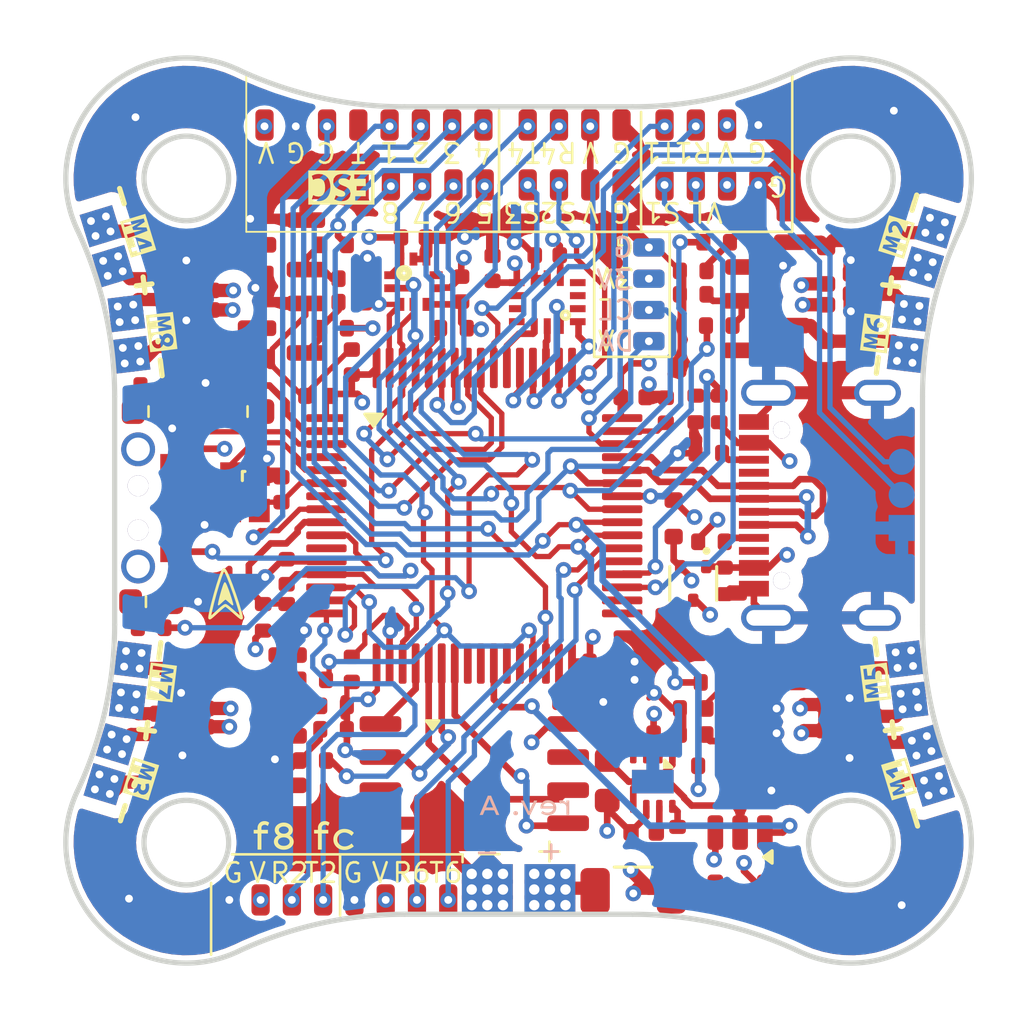
<source format=kicad_pcb>
(kicad_pcb (version 20240108) (generator "pcbnew") (generator_version "8.0")
  (title_block (title "f8 fc") (date "2024-09-15") (rev "A") (company "Victor Krook"))
  (layers (0 "F.Cu" signal) (1 "In1.Cu" signal) (2 "In2.Cu" signal) (31 "B.Cu" signal) (34 "B.Paste" user) (35 "F.Paste" user) (36 "B.SilkS" user "B.Silkscreen") (37 "F.SilkS" user "F.Silkscreen") (38 "B.Mask" user) (39 "F.Mask" user) (44 "Edge.Cuts" user))
  (net 0 "")
  (net 1 "+3.3V")
  (net 2 "GND")
  (net 3 "VSYS")
  (net 4 "Net-(U1-PH0)")
  (net 5 "Net-(D1-A)")
  (net 6 "Net-(U1-PH1)")
  (net 7 "Net-(D2-A)")
  (net 8 "Net-(D3-A)")
  (net 9 "VBAT")
  (net 10 "VBUS")
  (net 11 "USB-")
  (net 12 "USB+")
  (net 13 "VSUB_SENSE")
  (net 15 "LED_RED")
  (net 16 "LED_BLUE")
  (net 18 "Net-(U1-VCAP_1)")
  (net 19 "RX6")
  (net 20 "TX6")
  (net 21 "RX2")
  (net 22 "LED_GREEN")
  (net 23 "TX4")
  (net 25 "BOOT0")
  (net 26 "SWDIO")
  (net 28 "Net-(U1-VCAP_2)")
  (net 29 "TX1")
  (net 30 "SWCLK")
  (net 31 "RX1")
  (net 32 "TX2")
  (net 33 "RX4")
  (net 34 "RGB_LED")
  (net 35 "SERVO_1")
  (net 36 "SERVO_3")
  (net 39 "FLASH_MISO")
  (net 40 "SERVO_2")
  (net 41 "FLASH_CLK")
  (net 43 "FLASH_MOSI")
  (net 44 "CURR_EXT")
  (net 45 "FLASH_CS")
  (net 46 "CURR_SENSE")
  (net 49 "Net-(U4-SW)")
  (net 50 "VBAT+")
  (net 51 "Net-(U4-PG)")
  (net 59 "Net-(D5-A)")
  (net 60 "Net-(Q3-G)")
  (net 61 "M1")
  (net 64 "Net-(D6-A)")
  (net 65 "Net-(D7-A)")
  (net 66 "Net-(D8-A)")
  (net 67 "Net-(D9-A)")
  (net 68 "Net-(D10-A)")
  (net 69 "Net-(D11-A)")
  (net 70 "Net-(D12-A)")
  (net 71 "Net-(Q2-G)")
  (net 72 "Net-(Q4-G)")
  (net 73 "Net-(Q5-G)")
  (net 74 "Net-(Q6-G)")
  (net 75 "Net-(Q7-G)")
  (net 76 "Net-(Q8-G)")
  (net 77 "Net-(Q9-G)")
  (net 78 "VBAT_SENSE")
  (net 79 "M2")
  (net 80 "M3")
  (net 81 "M4")
  (net 82 "M5")
  (net 83 "M6")
  (net 84 "M7")
  (net 85 "M8")
  (net 86 "Net-(U5-CC2)")
  (net 87 "Net-(U5-CC1)")
  (net 90 "I2C1_SCL")
  (net 91 "I2C1_SDA")
  (net 92 "IMU_MISO")
  (net 93 "IMU_SCK")
  (net 94 "IMU_CS")
  (net 95 "IMU_MOSI")
  (net 96 "Telemetry")
  (footprint "custom:Conn_4_Accesory" (layer "F.Cu") (at 173.1 114.9 180)
    (property "Reference" "J16" (hide yes))
    (property "Value" "I2C" (hide yes))
  )
  (footprint "custom:LED_0603_1608Metric_NoSilk" (layer "F.Cu") (at 154.1 119 180)
    (property "Reference" "D2" (hide yes))
    (property "Value" "BLUE")
  )
  (footprint "custom:R_0402_1005Metric_NoSilk" (layer "F.Cu") (at 175.8 118.9 90)
    (property "Reference" "R2" (hide yes))
    (property "Value" "10k")
  )
  (footprint "custom:R_0402_1005Metric_NoSilk" (layer "F.Cu") (at 175.7 112.5)
    (property "Reference" "R16" (hide yes))
    (property "Value" "100R")
  )
  (footprint "custom:R_0402_1005Metric_NoSilk" (layer "F.Cu") (at 160.2 132.4 180)
    (property "Reference" "R18" (hide yes))
    (property "Value" "100R")
  )
  (footprint "custom:C_0402_1005Metric_NoSilk" (layer "F.Cu") (at 181.3 131.7 180)
    (property "Reference" "C17" (hide yes))
    (property "Value" "10uF" (hide yes))
  )
  (footprint "custom:R_0402_1005Metric_NoSilk" (layer "F.Cu") (at 158.3 126.9 90)
    (property "Reference" "R7" (hide yes))
    (property "Value" "22k")
  )
  (footprint "custom:R_0402_1005Metric_NoSilk" (layer "F.Cu") (at 161.7 113.9 180)
    (property "Reference" "R21" (hide yes))
    (property "Value" "10k")
  )
  (footprint "custom:R_0402_1005Metric_NoSilk" (layer "F.Cu") (at 174.8 130.4)
    (property "Reference" "R23" (hide yes))
    (property "Value" "10k")
  )
  (footprint "custom:C_0402_1005Metric_NoSilk" (layer "F.Cu") (at 159.2 125.15 90)
    (property "Reference" "C16" (hide yes))
    (property "Value" "0.1uF" (hide yes))
  )
  (footprint "custom:Conn_2_Motors" (layer "F.Cu") (at 183.54971 113.340176 163)
    (property "Reference" "J3" (hide yes))
    (property "Value" "M2")
  )
  (footprint "custom:R_0402_1005Metric_NoSilk" (layer "F.Cu") (at 161 115.8 180)
    (property "Reference" "R28" (hide yes))
    (property "Value" "100R")
  )
  (footprint "custom:SOT-23_NoSilk" (layer "F.Cu") (at 177.7 112.5)
    (property "Reference" "Q3" (hide yes))
    (property "Value" "2300A")
  )
  (footprint "custom:R_0402_1005Metric_NoSilk" (layer "F.Cu") (at 157.4 118)
    (property "Reference" "R4" (hide yes))
    (property "Value" "1k")
  )
  (footprint "custom:R_0402_1005Metric_NoSilk" (layer "F.Cu") (at 161.7 114.8 180)
    (property "Reference" "R29" (hide yes))
    (property "Value" "10k")
  )
  (footprint "Package_SO:SOIC-8_5.23x5.23mm_P1.27mm" (layer "F.Cu") (at 166.4 132.9)
    (property "Reference" "U13" (hide yes))
    (property "Value" "W25Q128JVS" (hide yes))
  )
  (footprint "custom:C_0402_1005Metric_NoSilk" (layer "F.Cu") (at 159 122 90)
    (property "Reference" "C8" (hide yes))
    (property "Value" "24pF" (hide yes))
  )
  (footprint "custom:R_0402_1005Metric_NoSilk" (layer "F.Cu") (at 160.2 129.3 180)
    (property "Reference" "R26" (hide yes))
    (property "Value" "100R")
  )
  (footprint "custom:SOT-23_NoSilk" (layer "F.Cu") (at 159 115.8 180)
    (property "Reference" "Q9" (hide yes))
    (property "Value" "2300A")
  )
  (footprint "custom:R_0402_1005Metric_NoSilk" (layer "F.Cu") (at 154 127.3)
    (property "Reference" "R6" (hide yes))
    (property "Value" "1k")
  )
  (footprint "custom:R_0402_1005Metric_NoSilk" (layer "F.Cu") (at 175.8 115.7)
    (property "Reference" "R24" (hide yes))
    (property "Value" "100R")
  )
  (footprint "custom:Conn_2_Bat" (layer "F.Cu") (at 169.3 137.35 -90)
    (property "Reference" "J1" (hide yes))
    (property "Value" "Battery" (hide yes))
  )
  (footprint "custom:C_0402_1005Metric_NoSilk" (layer "F.Cu") (at 181.3 114.5 180)
    (property "Reference" "C22" (hide yes))
    (property "Value" "10uF" (hide yes))
  )
  (footprint "custom:R_0402_1005Metric_NoSilk" (layer "F.Cu") (at 174.2 135.4575 90)
    (property "Reference" "R1" (hide yes))
    (property "Value" "100k")
  )
  (footprint "Package_TO_SOT_SMD:SOT-23-5" (layer "F.Cu") (at 176.6 136.3 -90)
    (property "Reference" "U14" (hide yes))
    (property "Value" "INA180A3" (hide yes))
  )
  (footprint "custom:SOT-23_NoSilk" (layer "F.Cu") (at 177.5 132.6)
    (property "Reference" "Q2" (hide yes))
    (property "Value" "2300A")
  )
  (footprint "custom:SOT-23_NoSilk" (layer "F.Cu") (at 159 112.6 180)
    (property "Reference" "Q5" (hide yes))
    (property "Value" "2300A")
  )
  (footprint "custom:SOT-23_NoSilk" (layer "F.Cu") (at 177.5 129.4)
    (property "Reference" "Q6" (hide yes))
    (property "Value" "2300A")
  )
  (footprint "custom:C_0402_1005Metric_NoSilk" (layer "F.Cu") (at 181.3 130.7 180)
    (property "Reference" "C21" (hide yes))
    (property "Value" "10uF" (hide yes))
  )
  (footprint "custom:C_0402_1005Metric_NoSilk" (layer "F.Cu") (at 178.8 138 -90)
    (property "Reference" "C10" (hide yes))
    (property "Value" "0.1uF" (hide yes))
  )
  (footprint "easyeda2kicad:SENSORM-SMD_BMP388" (layer "F.Cu") (at 164.065001 114.015001 90)
    (property "Reference" "U2" (hide yes))
    (property "Value" "BMP388")
  )
  (footprint "custom:Conn_8_Accesory" (layer "F.Cu") (at 158.55 108 90)
    (property "Reference" "J12" (hide yes))
    (property "Value" "FC-ESC con" (hide yes))
  )
  (footprint "custom:C_0402_1005Metric_NoSilk" (layer "F.Cu") (at 154.7 130.6)
    (property "Reference" "C23" (hide yes))
    (property "Value" "10uF" (hide yes))
  )
  (footprint "custom:Conn_4_Accesory" (layer "F.Cu") (at 169.85 110.3 90)
    (property "Reference" "J18" (hide yes))
    (property "Value" "I2C" (hide yes))
  )
  (footprint "custom:C_0402_1005Metric_NoSilk" (layer "F.Cu") (at 161.7 128.9 -90)
    (property "Reference" "C12" (hide yes))
    (property "Value" "0.1uF" (hide yes))
  )
  (footprint "custom:R_0402_1005Metric_NoSilk" (layer "F.Cu") (at 161 131.2 180)
    (property "Reference" "R19" (hide yes))
    (property "Value" "10k")
  )
  (footprint "kibuzzard-66E556E1" (layer "F.Cu") (at 154.4 129.4 -97)
    (property "Reference" "kibuzzard-66E556E1" (hide yes))
    (property "Value" "G***" (hide yes))
  )
  (footprint "custom:C_0402_1005Metric_NoSilk" (layer "F.Cu") (at 172.5 118.45)
    (property "Reference" "C9" (hide yes))
    (property "Value" "0.1uF" (hide yes))
  )
  (footprint "easyeda2kicad:SW-SMD_TS-1086EV-16" (layer "F.Cu") (at 154.2 122.7 -90)
    (property "Reference" "SW1" (hide yes))
    (property "Value" "SW_SPST")
  )
  (footprint "custom:D_SOD-523_NoSilk" (layer "F.Cu") (at 179.85 131.95 -90)
    (property "Reference" "D5" (hide yes))
    (property "Value" "D_Schottky")
  )
  (footprint "kibuzzard-66E5570F" (layer "F.Cu") (at 153.5 112.25 -73)
    (property "Reference" "kibuzzard-66E5570F" (hide yes))
    (property "Value" "G***" (hide yes))
  )
  (footprint "custom:SOT-23_NoSilk" (layer "F.Cu") (at 177.6 115.7)
    (property "Reference" "Q7" (hide yes))
    (property "Value" "2300A")
  )
  (footprint "custom:C_0402_1005Metric_NoSilk" (layer "F.Cu") (at 167.1 113.5 90)
    (property "Reference" "C4" (hide yes))
    (property "Value" "100nF" (hide yes))
  )
  (footprint "custom:Conn_4_Accesory" (layer "F.Cu") (at 169.85 108 90)
    (property "Reference" "J14" (hide yes))
    (property "Value" "UART4" (hide yes))
  )
  (footprint "custom:C_0402_1005Metric_NoSilk" (layer "F.Cu") (at 156.1 122 -90)
    (property "Reference" "C7" (hide yes))
    (property "Value" "24pF" (hide yes))
  )
  (footprint "kibuzzard-66E3374B" (layer "F.Cu") (at 161.3 110.4 180)
    (property "Reference" "kibuzzard-66E3374B" (hide yes))
    (property "Value" "G***" (hide yes))
  )
  (footprint "custom:C_0402_1005Metric_NoSilk" (layer "F.Cu") (at 171.3 128.6)
    (property "Reference" "C11" (hide yes))
    (property "Value" "0.1uF" (hide yes))
  )
  (footprint "custom:R_0402_1005Metric_NoSilk" (layer "F.Cu") (at 154.1 118)
    (property "Reference" "R5" (hide yes))
    (property "Value" "1k")
  )
  (footprint "kibuzzard-66DD79C8" (layer "F.Cu") (at 182.6 112.3 73)
    (property "Reference" "kibuzzard-66DD79C8" (hide yes))
    (property "Value" "G***" (hide yes))
  )
  (footprint "custom:Conn_4_Accesory" (layer "F.Cu") (at 159.2 137.75 -90)
    (property "Reference" "J15" (hide yes))
    (property "Value" "USART6" (hide yes))
  )
  (footprint "custom:R_0402_1005Metric_NoSilk" (layer "F.Cu") (at 174.8 114.5)
    (property "Reference" "R25" (hide yes))
    (property "Value" "10k")
  )
  (footprint "custom:Conn_2_Motors" (layer "F.Cu") (at 152.40903 113.348651 -163)
    (property "Reference" "J5" (hide yes))
    (property "Value" "M4")
  )
  (footprint "custom:R_0402_1005Metric_NoSilk" (layer "F.Cu") (at 175.5 124 180)
    (property "Reference" "R10" (hide yes))
    (property "Value" "5.11k")
  )
  (footprint "custom:C_0402_1005Metric_NoSilk" (layer "F.Cu") (at 154.9 114.7)
    (property "Reference" "C24" (hide yes))
    (property "Value" "10uF" (hide yes))
  )
  (footprint "custom:Conn_2_Motors" (layer "F.Cu") (at 183.234563 115.317405 -7)
    (property "Reference" "J7" (hide yes))
    (property "Value" "M6")
  )
  (footprint "Resistor_SMD:R_1206_3216Metric" (layer "F.Cu") (at 172.5 137.4)
    (property "Reference" "R12" (hide yes))
    (property "Value" "1m")
  )
  (footprint "custom:D_SOD-523_NoSilk" (layer "F.Cu") (at 174.05 123.1 90)
    (property "Reference" "D4" (hide yes))
    (property "Value" "D_Schottky")
  )
  (footprint "custom:R_0402_1005Metric_NoSilk" (layer "F.Cu") (at 174.9 118.9 -90)
    (property "Reference" "R3" (hide yes))
    (property "Value" "20k")
  )
  (footprint "custom:C_0402_1005Metric_NoSilk" (layer "F.Cu") (at 154.7 131.4)
    (property "Reference" "C19" (hide yes))
    (property "Value" "10uF" (hide yes))
  )
  (footprint "custom:D_SOD-523_NoSilk" (layer "F.Cu") (at 179.9 113.4 90)
    (property "Reference" "D6" (hide yes))
    (property "Value" "D_Schottky")
  )
  (footprint "custom:C_0402_1005Metric_NoSilk" (layer "F.Cu") (at 154.9 113.9)
    (property "Reference" "C20" (hide yes))
    (property "Value" "10uF" (hide yes))
  )
  (footprint "Package_TO_SOT_SMD:SOT-523" (layer "F.Cu") (at 174.8 125.6 -90)
    (property "Reference" "Q1" (hide yes))
    (property "Value" "PMOS")
  )
  (footprint "custom:SOT-23_NoSilk" (layer "F.Cu") (at 158.3 129.3 180)
    (property "Reference" "Q8" (hide yes))
    (property "Value" "2300A")
  )
  (footprint "custom:C_0402_1005Metric_NoSilk" (layer "F.Cu") (at 165.9 114.3 -90)
    (property "Reference" "C6" (hide yes))
    (property "Value" "0.1uF" (hide yes))
  )
  (footprint "custom:C_0402_1005Metric_NoSilk" (layer "F.Cu") (at 169.2 113 180)
    (property "Reference" "C3" (hide yes))
    (property "Value" "100nF" (hide yes))
  )
  (footprint "kibuzzard-66DD778E" (layer "F.Cu") (at 182.7 133.1 107)
    (property "Reference" "kibuzzard-66DD778E" (hide yes))
    (property "Value" "G***" (hide yes))
  )
  (footprint "custom:D_SOD-523_NoSilk" (layer "F.Cu") (at 179.85 129.55 90)
    (property "Reference" "D9" (hide yes))
    (property "Value" "D_Schottky")
  )
  (footprint "custom:R_0402_1005Metric_NoSilk" (layer "F.Cu") (at 161 112.6 180)
    (property "Reference" "R20" (hide yes))
    (property "Value" "100R")
  )
  (footprint "custom:D_SOD-523_NoSilk" (layer "F.Cu") (at 156.3 115.8 -90)
    (property "Reference" "D12" (hide yes))
    (property "Value" "D_Schottky")
  )
  (footprint "custom:C_0402_1005Metric_NoSilk" (layer "F.Cu") (at 160.4 118.4 180)
    (property "Reference" "C15" (hide yes))
    (property "Value" "0.1uF" (hide yes))
  )
  (footprint "custom:Conn_4_Accesory" (layer "F.Cu") (at 175.1 110.3 90)
    (property "Reference" "J17" (hide yes))
    (property "Value" "I2C" (hide yes))
  )
  (footprint "custom:R_0402_1005Metric_NoSilk" (layer "F.Cu") (at 161 130.3 180)
    (property "Reference" "R27" (hide yes))
    (property "Value" "10k")
  )
  (footprint "custom:D_SOD-523_NoSilk" (layer "F.Cu") (at 179.9 115.6 -90)
    (property "Reference" "D10" (hide yes))
    (property "Value" "D_Schottky")
  )
  (footprint "kibuzzard-66DD7786" (layer "F.Cu") (at 181.8 129.4 97)
    (property "Reference" "kibuzzard-66DD7786" (hide yes))
    (property "Value" "G***" (hide yes))
  )
  (footprint "custom:Conn_2_Motors" (layer "F.Cu") (at 152.750291 131.901351 -17)
    (property "Reference" "J4" (hide yes))
    (property "Value" "M3")
  )
  (footprint "custom:C_0402_1005Metric_NoSilk" (layer "F.Cu") (at 171.32 129.3)
    (property "Reference" "C13" (hide yes))
    (property "Value" "0.1uF" (hide yes))
  )
  (footprint "custom:C_0402_1005Metric_NoSilk" (layer "F.Cu") (at 161.7 117.1 90)
    (property "Reference" "C14" (hide yes))
    (property "Value" "0.1uF" (hide yes))
  )
  (footprint "easyeda2kicad:USB-SMD_GT-USB-7010AN" (layer "F.Cu") (at 179.5 122.6 90)
    (property "Reference" "U5" (hide yes))
    (property "Value" "GT-USB-7010AN")
  )
  (footprint "Crystal:Crystal_SMD_2016-4Pin_2.0x1.6mm" (layer "F.Cu") (at 157.6 122.1 -90)
    (property "Reference" "Y1" (hide yes))
    (property "Value" "8 MHz")
  )
  (footprint "custom:C_0402_1005Metric_NoSilk" (layer "F.Cu") (at 173.75 118.95 90)
    (property "Reference" "C26" (hide yes))
    (property "Value" "2.2uF" (hide yes))
  )
  (footprint "custom:C_0402_1005Metric_NoSilk" (layer "F.Cu") (at 181.3 113.7 180)
    (property "Reference" "C18" (hide yes))
    (property "Value" "10uF" (hide yes))
  )
  (footprint "custom:D_SOD-523_NoSilk" (layer "F.Cu") (at 156.3 113.65 90)
    (property "Reference" "D8" (hide yes))
    (property "Value" "D_Schottky")
  )
  (footprint "kibuzzard-66E55715" (layer "F.Cu") (at 154.4 115.95 -83)
    (property "Reference" "kibuzzard-66E55715" (hide yes))
    (property "Value" "G***" (hide yes))
  )
  (footprint "custom:C_0402_1005Metric_NoSilk" (layer "F.Cu") (at 164.065001 112.315001)
    (property "Reference" "C5" (hide yes))
    (property "Value" "0.1uF" (hide yes))
  )
  (footprint "custom:C_0402_1005Metric_NoSilk" (layer "F.Cu") (at 170.15 130.15)
    (property "Reference" "C25" (hide yes))
    (property "Value" "2.2uF" (hide yes))
  )
  (footprint "custom:SOT-23_NoSilk" (layer "F.Cu") (at 158.3 132.4 180)
    (property "Reference" "Q4" (hide yes))
    (property "Value" "2300A")
  )
  (footprint "kibuzzard-66DD79DA" (layer "F.Cu") (at 181.8 116 83)
    (property "Reference" "kibuzzard-66DD79DA" (hide yes))
    (property "Value" "G***" (hide yes))
  )
  (footprint "custom:C_0402_1005Metric_NoSilk" (layer "F.Cu") (at 172.8 131.3575 180)
    (property "Reference" "C2" (hide yes))
    (property "Value" "10uF" (hide yes))
  )
  (footprint "custom:R_0402_1005Metric_NoSilk" (layer "F.Cu") (at 174.8 131.4)
    (property "Reference" "R15" (hide yes))
    (property "Value" "10k")
  )
  (footprint "custom:Conn_2_Motors" (layer "F.Cu") (at 153.015437 130.00697 173)
    (property "Reference" "J8" (hide yes))
    (property "Value" "M7")
  )
  (footprint "custom:R_0402_1005Metric_NoSilk" (layer "F.Cu") (at 175.6 129.4)
    (property "Reference" "R22" (hide yes))
    (property "Value" "100R")
  )
  (footprint "Package_QFP:LQFP-64_10x10mm_P0.5mm" (layer "F.Cu") (at 166.4 123)
    (property "Reference" "U1" (hide yes))
    (property "Value" "STM32F405RGT6")
  )
  (footprint "custom:R_0402_1005Metric_NoSilk" (layer "F.Cu") (at 174.8 113.6)
    (property "Reference" "R17" (hide yes))
    (property "Value" "10k")
  )
  (footprint "custom:R_0402_1005Metric_NoSilk" (layer "F.Cu") (at 175.4 120.6 180)
    (property "Reference" "R9" (hide yes))
    (property "Value" "5.11k")
  )
  (footprint "custom:Conn_4_Accesory" (layer "F.Cu") (at 175.1 108 90)
    (property "Reference" "J10" (hide yes))
    (property "Value" "USART1" (hide yes))
  )
  (footprint "kibuzzard-66E556E7" (layer "F.Cu") (at 153.6 133.1 -107)
    (property "Reference" "kibuzzard-66E556E7" (hide yes))
    (property "Value" "G***" (hide yes))
  )
  (footprint "custom:Conn_4_Accesory" (layer "F.Cu") (at 164 137.75 -90)
    (property "Reference" "J11" (hide yes))
    (property "Value" "USART2" (hide yes))
  )
  (footprint "custom:C_0603_1608Metric_NoSilk" (layer "F.Cu") (at 171.5 133.1575 90)
    (property "Reference" "C1" (hide yes))
    (property "Value" "22uF")
  )
  (footprint "custom:R_0402_1005Metric_NoSilk" (layer "F.Cu") (at 175.5 132.6)
    (property "Reference" "R14" (hide yes))
    (property "Value" "100R")
  )
  (footprint "custom:Conn_2_Motors" (layer "F.Cu") (at 182.986054 130.00697 -173)
    (property "Reference" "J6" (hide yes))
    (property "Value" "M5" (hide yes))
  )
  (footprint "custom:Conn_2_Motors" (layer "F.Cu") (at 183.690971 131.901351 17)
    (property "Reference" "J2" (hide yes))
    (property "Value" "M1" (hide yes))
  )
  (footprint "custom:R_0402_1005Metric_NoSilk" (layer "F.Cu") (at 176 125.5 -90)
    (property "Reference" "R11" (hide yes))
    (property "Value" "10k")
  )
  (footprint "custom:Conn_4_Accesory" (layer "F.Cu") (at 165.4 110.3 -90)
    (property "Reference" "J13" (hide yes))
    (property "Value" "Motors2" (hide yes))
  )
  (footprint "custom:R_0402_1005Metric_NoSilk" (layer "F.Cu") (at 159.2 126.9 -90)
    (property "Reference" "R8" (hide yes))
    (property "Value" "4.7k")
  )
  (footprint "custom:LED_0603_1608Metric_NoSilk" (layer "F.Cu") (at 154 126.3 180)
    (property "Reference" "D3" (hide yes))
    (property "Value" "GREEN")
  )
  (footprint "custom:LED_0603_1608Metric_NoSilk" (layer "F.Cu") (at 157.5 119)
    (property "Reference" "D1" (hide yes))
    (property "Value" "RED")
  )
  (footprint "Package_SON:WSON-8-1EP_2x2mm_P0.5mm_EP0.9x1.6mm_ThermalVias" (layer "F.Cu") (at 173.25 133.2075 -90)
    (property "Reference" "U4" (hide yes))
    (property "Value" "TPS62172DSG")
  )
  (footprint "easyeda2kicad:LGA-14_L3.0-W2.5-P0.50-BR" (layer "F.Cu") (at 169.2 114.8)
    (property "Reference" "U3" (hide yes))
    (property "Value" "BMI270")
  )
  (footprint "custom:D_SOD-523_NoSilk" (layer "F.Cu") (at 156.1 129.7 90)
    (property "Reference" "D11" (hide yes))
    (property "Value" "D_Schottky")
  )
  (footprint "custom:Conn_2_Motors" (layer "F.Cu") (at 153.163946 115.317406 7)
    (property "Reference" "J9" (hide yes))
    (property "Value" "M8")
  )
  (footprint "custom:R_0402_1005Metric_NoSilk" (layer "F.Cu") (at 165.6 115.8)
    (property "Reference" "R13" (hide yes))
    (property "Value" "10k")
  )
  (footprint "Inductor_SMD:L_0402_1005Metric" (layer "F.Cu") (at 172.9 135.1575 180)
    (property "Reference" "L1" (hide yes))
    (property "Value" "2.2uH")
  )
  (footprint "custom:D_SOD-523_NoSilk" (layer "F.Cu") (at 156.1 131.8 -90)
    (property "Reference" "D7" (hide yes))
    (property "Value" "D_Schottky")
  )
  (footprint "Connector_PinHeader_1.27mm:PinHeader_1x03_P1.27mm_Vertical" (layer "B.Cu") (at 182.8 120.93 180)
    (property "Reference" "J19" (hide yes))
    (property "Value" "Debug" (hide yes))
  )
  (gr_poly (pts (xy 168.5 134.35) (xy 168.299784 133.9328) (xy 168.183367 133.9328) (xy 168.46065 134.488425) (xy 168.547434 134.488425) (xy 168.815196 133.9328) (xy 168.693484 133.9328)) (stroke (width -0.000001)) (fill solid) (layer "B.SilkS"))
  (gr_poly (pts (xy 166.605273 134.488425) (xy 166.729098 134.488425) (xy 166.805744 134.308509) (xy 167.165457 134.308509) (xy 167.24239 134.488425) (xy 167.359865 134.488425) (xy 167.236 134.198442) (xy 167.118392 134.198442) (xy 166.852634 134.198442) (xy 166.930181 134.016409) (xy 166.933094 134.009331) (xy 166.936533 134.000798) (xy 166.940501 133.99081) (xy 166.944998 133.979367) (xy 166.949366 133.966469) (xy 166.953997 133.953173) (xy 166.958891 133.939481) (xy 166.964048 133.925392) (xy 166.984157 133.871417) (xy 166.984941 133.869231) (xy 166.987331 133.87565) (xy 166.9917 133.888417) (xy 166.996331 133.901315) (xy 167.001225 133.914346) (xy 167.006381 133.927509) (xy 167.011144 133.940605) (xy 167.015906 133.953437) (xy 167.020669 133.966005) (xy 167.025431 133.978309) (xy 167.034429 134.000533) (xy 167.042365 134.020642) (xy 167.118392 134.198442) (xy 167.236 134.198442) (xy 167.043423 133.747592) (xy 166.919598 133.747592)) (stroke (width -0.000001)) (fill solid) (layer "B.SilkS"))
  (gr_poly (pts (xy 167.98185 134.3414) (xy 167.976673 134.341648) (xy 167.971662 134.342061) (xy 167.966817 134.34264) (xy 167.962137 134.343384) (xy 167.957623 134.344293) (xy 167.953274 134.345368) (xy 167.94909 134.346608) (xy 167.945072 134.348014) (xy 167.941219 134.349585) (xy 167.937532 134.351321) (xy 167.93401 134.353223) (xy 167.930653 134.35529) (xy 167.927462 134.357523) (xy 167.924436 134.35992) (xy 167.921575 134.362484) (xy 167.918884 134.365192) (xy 167.916366 134.368023) (xy 167.914022 134.370979) (xy 167.911852 134.374059) (xy 167.909855 134.377263) (xy 167.908032 134.380591) (xy 167.906382 134.384043) (xy 167.904906 134.387619) (xy 167.903604 134.391319) (xy 167.902476 134.395143) (xy 167.901521 134.399091) (xy 167.900739 134.403163) (xy 167.900131 134.407359) (xy 167.899697 134.41168) (xy 167.899437 134.416124) (xy 167.89935 134.420692) (xy 167.899441 134.424756) (xy 167.899714 134.428745) (xy 167.900169 134.43266) (xy 167.900806 134.436501) (xy 167.901625 134.440267) (xy 167.902625 134.443959) (xy 167.903808 134.447576) (xy 167.905173 134.451119) (xy 167.906719 134.454588) (xy 167.908447 134.457982) (xy 167.910357 134.461301) (xy 167.912449 134.464547) (xy 167.914722 134.467718) (xy 167.917178 134.470814) (xy 167.919815 134.473836) (xy 167.922633 134.476784) (xy 167.92549 134.479603) (xy 167.928504 134.482241) (xy 167.931675 134.484696) (xy 167.935003 134.48697) (xy 167.938489 134.489062) (xy 167.942131 134.490972) (xy 167.945931 134.4927) (xy 167.949887 134.494246) (xy 167.954001 134.49561) (xy 167.958271 134.496793) (xy 167.962699 134.497793) (xy 167.967284 134.498612) (xy 167.972025 134.499248) (xy 167.976924 134.499703) (xy 167.981979 134.499976) (xy 167.987192 134.500067) (xy 167.992534 134.499984) (xy 167.99771 134.499736) (xy 168.002721 134.499323) (xy 168.007567 134.498744) (xy 168.012246 134.498) (xy 168.016761 134.497091) (xy 168.02111 134.496016) (xy 168.025293 134.494775) (xy 168.029312 134.49337) (xy 168.033164 134.491799) (xy 168.036852 134.490063) (xy 168.040374 134.488161) (xy 168.04373 134.486094) (xy 168.046922 134.483861) (xy 168.049948 134.481463) (xy 168.052808 134.4789) (xy 168.0555 134.476192) (xy 168.058017 134.47336) (xy 168.060361 134.470405) (xy 168.062532 134.467325) (xy 168.064529 134.464121) (xy 168.066352 134.460793) (xy 168.068001 134.457341) (xy 168.069477 134.453765) (xy 168.070779 134.450065) (xy 168.071908 134.446241) (xy 168.072863 134.442293) (xy 168.073644 134.438221) (xy 168.074252 134.434025) (xy 168.074686 134.429704) (xy 168.074946 134.42526) (xy 168.075033 134.420692) (xy 168.074946 134.416628) (xy 168.074686 134.412639) (xy 168.074252 134.408724) (xy 168.073644 134.404883) (xy 168.072863 134.401117) (xy 168.071908 134.397425) (xy 168.070779 134.393808) (xy 168.069477 134.390265) (xy 168.068001 134.386796) (xy 168.066352 134.383402) (xy 168.064529 134.380082) (xy 168.062532 134.376837) (xy 168.060361 134.373666) (xy 168.058017 134.37057) (xy 168.0555 134.367548) (xy 168.052808 134.3646) (xy 168.049824 134.361781) (xy 168.046691 134.359143) (xy 168.043409 134.356688) (xy 168.039977 134.354414) (xy 168.036397 134.352322) (xy 168.032668 134.350412) (xy 168.02879 134.348684) (xy 168.024763 134.347138) (xy 168.020587 134.345774) (xy 168.016262 134.344591) (xy 168.011789 134.343591) (xy 168.007167 134.342772) (xy 168.002396 134.342136) (xy 167.997476 134.341681) (xy 167.992408 134.341408) (xy 167.987192 134.341317)) (stroke (width -0.000001)) (fill solid) (layer "B.SilkS"))
  (gr_poly (pts (xy 169.21924 133.920179) (xy 169.211799 133.920415) (xy 169.204423 133.920807) (xy 169.197114 133.921357) (xy 169.189871 133.922064) (xy 169.182694 133.922928) (xy 169.175584 133.923949) (xy 169.168539 133.925128) (xy 169.161561 133.926463) (xy 169.154648 133.927955) (xy 169.147802 133.929605) (xy 169.141022 133.931411) (xy 169.134309 133.933375) (xy 169.127661 133.935496) (xy 169.121079 133.937774) (xy 169.114564 133.940209) (xy 169.108003 133.942784) (xy 169.10155 133.945484) (xy 169.095204 133.948307) (xy 169.088965 133.951255) (xy 169.082835 133.954327) (xy 169.076811 133.957522) (xy 169.070895 133.960842) (xy 169.065087 133.964286) (xy 169.059386 133.967854) (xy 169.053792 133.971545) (xy 169.048306 133.975361) (xy 169.042928 133.979301) (xy 169.037657 133.983365) (xy 169.032494 133.987553) (xy 169.027438 133.991864) (xy 169.022489 133.9963) (xy 169.017665 134.000852) (xy 169.012981 134.005511) (xy 169.008437 134.010278) (xy 169.004035 134.015152) (xy 168.999772 134.020133) (xy 168.995651 134.025222) (xy 168.99167 134.030419) (xy 168.987829 134.035723) (xy 168.984129 134.041134) (xy 168.98057 134.046654) (xy 168.977151 134.05228) (xy 168.973872 134.058014) (xy 168.970734 134.063856) (xy 168.967737 134.069805) (xy 168.96488 134.075861) (xy 168.962164 134.082025) (xy 168.959477 134.088152) (xy 168.956972 134.094361) (xy 168.954648 134.100653) (xy 168.952507 134.107028) (xy 168.950547 134.113486) (xy 168.94877 134.120026) (xy 168.947174 134.126649) (xy 168.94576 134.133354) (xy 168.944528 134.140142) (xy 168.943478 134.147013) (xy 168.94261 134.153967) (xy 168.941924 134.161003) (xy 168.941419 134.168122) (xy 168.941097 134.175324) (xy 168.940956 134.182608) (xy 168.940998 134.189975) (xy 168.942056 134.240775) (xy 169.433881 134.240775) (xy 169.433404 134.243855) (xy 169.43213 134.250449) (xy 169.430625 134.256919) (xy 169.428889 134.263265) (xy 169.426921 134.269487) (xy 169.424722 134.275585) (xy 169.422291 134.281558) (xy 169.419629 134.287408) (xy 169.416735 134.293134) (xy 169.413609 134.298736) (xy 169.410252 134.304213) (xy 169.406664 134.309567) (xy 169.402869 134.314784) (xy 169.398892 134.319853) (xy 169.394733 134.324772) (xy 169.390392 134.329543) (xy 169.38587 134.334165) (xy 169.381165 134.338638) (xy 169.376279 134.342962) (xy 169.37121 134.347138) (xy 169.36596 134.351164) (xy 169.360528 134.355042) (xy 169.354914 134.358771) (xy 169.349118 134.362351) (xy 169.34314 134.365783) (xy 169.33698 134.369065) (xy 169.330638 134.372199) (xy 169.324114 134.375184) (xy 169.317437 134.378003) (xy 169.310637 134.380641) (xy 169.303712 134.383096) (xy 169.296663 134.38537) (xy 169.289491 134.387462) (xy 169.282194 134.389372) (xy 169.274773 134.3911) (xy 169.267229 134.392646) (xy 169.25956 134.39401) (xy 169.251767 134.395193) (xy 169.24385 134.396193) (xy 169.23581 134.397012) (xy 169.227645 134.397648) (xy 169.219356 134.398103) (xy 169.210943 134.398376) (xy 169.202406 134.398467) (xy 169.187837 134.398202) (xy 169.173765 134.397409) (xy 169.160188 134.396086) (xy 169.153586 134.395226) (xy 169.147108 134.394233) (xy 169.140754 134.393109) (xy 169.134524 134.391852) (xy 169.128418 134.390463) (xy 169.122436 134.388942) (xy 169.116578 134.387288) (xy 169.110844 134.385502) (xy 169.105234 134.383584) (xy 169.099747 134.381534) (xy 169.088966 134.377102) (xy 169.078316 134.372273) (xy 169.067799 134.367048) (xy 169.057414 134.361425) (xy 169.047161 134.355406) (xy 169.037041 134.34899) (xy 169.027053 134.342177) (xy 169.017197 134.334967) (xy 168.965339 134.414342) (xy 168.968833 134.41724) (xy 168.972433 134.420113) (xy 168.976142 134.422961) (xy 168.979958 134.425785) (xy 168.987912 134.431358) (xy 168.996296 134.436832) (xy 169.005109 134.442206) (xy 169.014353 134.447481) (xy 169.024027 134.452657) (xy 169.034131 134.457734) (xy 169.044549 134.46238) (xy 169.055165 134.466796) (xy 169.06598 134.470979) (xy 169.076993 134.474931) (xy 169.088205 134.478652) (xy 169.099615 134.482141) (xy 169.111224 134.485399) (xy 169.123031 134.488425) (xy 169.134689 134.490906) (xy 169.14638 134.493055) (xy 169.158105 134.494874) (xy 169.169862 134.496363) (xy 169.181653 134.49752) (xy 169.193476 134.498347) (xy 169.205333 134.498843) (xy 169.217223 134.499009) (xy 169.229046 134.498868) (xy 169.240704 134.498446) (xy 169.252197 134.497744) (xy 169.263525 134.49676) (xy 169.274687 134.495495) (xy 169.285684 134.493948) (xy 169.296515 134.492121) (xy 169.307181 134.490013) (xy 169.317682 134.487623) (xy 169.328017 134.484952) (xy 169.338187 134.482001) (xy 169.348191 134.478768) (xy 169.358031 134.475254) (xy 169.367704 134.471459) (xy 169.377213 134.467383) (xy 169.386556 134.463025) (xy 169.395692 134.458292) (xy 169.40458 134.453351) (xy 169.413221 134.448204) (xy 169.421613 134.442851) (xy 169.429757 134.43729) (xy 169.437653 134.431523) (xy 169.445302 134.425549) (xy 169.452702 134.419369) (xy 169.459854 134.412982) (xy 169.466758 134.406388) (xy 169.473414 134.399587) (xy 169.479822 134.39258) (xy 169.485981 134.385366) (xy 169.491893 134.377945) (xy 169.497557 134.370318) (xy 169.502972 134.362484) (xy 169.507971 134.354472) (xy 169.512646 134.346311) (xy 169.517 134.338001) (xy 169.52103 134.329543) (xy 169.524739 134.320936) (xy 169.528124 134.31218) (xy 169.531188 134.303275) (xy 169.533929 134.294221) (xy 169.536347 134.285019) (xy 169.538443 134.275667) (xy 169.540217 134.266167) (xy 169.541668 134.256518) (xy 169.542796 134.24672) (xy 169.543603 134.236773) (xy 169.544086 134.226678) (xy 169.544247 134.216434) (xy 169.544152 134.208021) (xy 169.543867 134.199715) (xy 169.543392 134.191517) (xy 169.542726 134.183427) (xy 169.54187 134.175444) (xy 169.540825 134.167569) (xy 169.539588 134.159801) (xy 169.538507 134.153992) (xy 169.43077 134.153992) (xy 169.052123 134.153992) (xy 169.052123 134.14235) (xy 169.052734 134.138014) (xy 169.053511 134.133735) (xy 169.054454 134.129514) (xy 169.055562 134.125351) (xy 169.056835 134.121246) (xy 169.058274 134.117198) (xy 169.059878 134.113209) (xy 169.061647 134.109278) (xy 169.063582 134.105404) (xy 169.065682 134.101588) (xy 169.067948 134.09783) (xy 169.070379 134.09413) (xy 169.072975 134.090488) (xy 169.075737 134.086904) (xy 169.078664 134.083377) (xy 169.081756 134.079909) (xy 169.08498 134.076514) (xy 169.088304 134.073211) (xy 169.091727 134.069999) (xy 169.09525 134.066878) (xy 169.098871 134.063847) (xy 169.102592 134.060908) (xy 169.106412 134.05806) (xy 169.110331 134.055302) (xy 169.114349 134.052636) (xy 169.118467 134.05006) (xy 169.122684 134.047576) (xy 169.127 134.045182) (xy 169.131415 134.042879) (xy 169.135929 134.040668) (xy 169.140543 134.038547) (xy 169.145256 134.036517) (xy 169.150039 134.034595) (xy 169.154863 134.032796) (xy 169.159729 134.031122) (xy 169.164636 134.029572) (xy 169.169585 134.028145) (xy 169.174575 134.026843) (xy 169.179606 134.025665) (xy 169.184679 134.024611) (xy 169.189792 134.023681) (xy 169.194948 134.022874) (xy 169.200144 134.022192) (xy 169.205382 134.021634) (xy 169.210661 134.0212) (xy 169.215982 134.02089) (xy 169.221344 134.020704) (xy 169.226748 134.020642) (xy 169.234623 134.020721) (xy 169.242374 134.020956) (xy 169.250002 134.021349) (xy 169.257505 134.021899) (xy 169.264885 134.022606) (xy 169.27214 134.02347) (xy 169.279271 134.024491) (xy 169.286279 134.025669) (xy 169.293162 134.027005) (xy 169.299921 134.028497) (xy 169.306557 134.030147) (xy 169.313068 134.031953) (xy 169.319455 134.033917) (xy 169.325718 134.036038) (xy 169.331857 134.038315) (xy 169.337872 134.04075) (xy 169.343615 134.043351) (xy 169.3492 134.046125) (xy 169.354628 134.049072) (xy 169.359899 134.052193) (xy 169.365013 134.055488) (xy 169.36997 134.058957) (xy 169.37477 134.062599) (xy 169.379412 134.066415) (xy 169.383898 134.070404) (xy 169.388226 134.074567) (xy 169.392398 134.078904) (xy 169.396412 134.083414) (xy 169.400269 134.088098) (xy 169.403969 134.092956) (xy 169.407512 134.097987) (xy 169.410897 134.103192) (xy 169.413973 134.108442) (xy 169.416851 134.113875) (xy 169.419529 134.119489) (xy 169.42201 134.125285) (xy 169.424292 134.131263) (xy 169.426376 134.137423) (xy 169.428261 134.143764) (xy 169.429947 134.150288) (xy 169.43077 134.153992) (xy 169.538507 134.153992) (xy 169.538162 134.15214) (xy 169.536546 134.144587) (xy 169.534739 134.137141) (xy 169.532742 134.129803) (xy 169.530555 134.122573) (xy 169.528178 134.11545) (xy 169.525611 134.108434) (xy 169.522854 134.101526) (xy 169.519906 134.094725) (xy 169.516793 134.088036) (xy 169.513539 134.081463) (xy 169.510145 134.075006) (xy 169.50661 134.068664) (xy 169.502935 134.062438) (xy 169.499119 134.056328) (xy 169.495163 134.050333) (xy 169.491066 134.044454) (xy 169.486828 134.038691) (xy 169.48245 134.033044) (xy 169.477932 134.027513) (xy 169.473273 134.022097) (xy 169.468473 134.016797) (xy 169.463533 134.011613) (xy 169.458452 134.006545) (xy 169.453231 134.001592) (xy 169.447749 133.996768) (xy 169.442151 133.992084) (xy 169.436438 133.98754) (xy 169.430609 133.983138) (xy 169.424664 133.978875) (xy 169.418603 133.974754) (xy 169.412427 133.970772) (xy 169.406135 133.966932) (xy 169.399727 133.963232) (xy 169.393203 133.959672) (xy 169.386564 133.956253) (xy 169.379809 133.952975) (xy 169.372938 133.949837) (xy 169.365951 133.94684) (xy 169.358849 133.943983) (xy 169.351631 133.941267) (xy 169.344322 133.938704) (xy 169.336947 133.936306) (xy 169.329505 133.934073) (xy 169.321998 133.932006) (xy 169.314424 133.930105) (xy 169.306784 133.928368) (xy 169.299078 133.926797) (xy 169.291306 133.925392) (xy 169.283468 133.924152) (xy 169.275563 133.923077) (xy 169.267593 133.922167) (xy 169.259556 133.921423) (xy 169.251453 133.920844) (xy 169.243284 133.920431) (xy 169.235049 133.920183) (xy 169.226748 133.9201)) (stroke (width -0.000001)) (fill solid) (layer "B.SilkS"))
  (gr_poly (pts (xy 169.736897 133.921241) (xy 169.730382 133.921489) (xy 169.723933 133.921903) (xy 169.71755 133.922481) (xy 169.711233 133.923226) (xy 169.704982 133.924135) (xy 169.698797 133.92521) (xy 169.692679 133.92645) (xy 169.686511 133.927823) (xy 169.680706 133.929295) (xy 169.675266 133.930866) (xy 169.670189 133.932536) (xy 169.665476 133.934305) (xy 169.661127 133.936174) (xy 169.659089 133.937145) (xy 169.657142 133.938141) (xy 169.655286 133.939163) (xy 169.65352 133.940209) (xy 169.682095 134.056625) (xy 169.684237 134.055451) (xy 169.686428 134.05431) (xy 169.688668 134.053202) (xy 169.690959 134.052127) (xy 169.693299 134.051086) (xy 169.695688 134.050077) (xy 169.700616 134.048159) (xy 169.705743 134.046373) (xy 169.711067 134.044719) (xy 169.716591 134.043198) (xy 169.722312 134.041809) (xy 169.727852 134.040568) (xy 169.733358 134.039493) (xy 169.738832 134.038584) (xy 169.744272 134.03784) (xy 169.74968 134.037261) (xy 169.755054 134.036848) (xy 169.760395 134.0366) (xy 169.765704 134.036517) (xy 169.770181 134.036571) (xy 169.774617 134.036732) (xy 169.779011 134.037001) (xy 169.783364 134.037377) (xy 169.787676 134.037861) (xy 169.791947 134.038452) (xy 169.796176 134.039151) (xy 169.800364 134.039957) (xy 169.80451 134.04087) (xy 169.808615 134.041892) (xy 169.812679 134.04302) (xy 169.816702 134.044256) (xy 169.820683 134.0456) (xy 169.824623 134.047051) (xy 169.828521 134.048609) (xy 169.832379 134.050275) (xy 169.836186 134.0519) (xy 169.839936 134.053599) (xy 169.843628 134.055373) (xy 169.847262 134.057221) (xy 169.850838 134.059143) (xy 169.854356 134.06114) (xy 169.857816 134.063211) (xy 169.861219 134.065357) (xy 169.864563 134.067577) (xy 169.86785 134.069871) (xy 169.871078 134.07224) (xy 169.874249 134.074683) (xy 169.877362 134.077201) (xy 169.880417 134.079793) (xy 169.883414 134.082459) (xy 169.886354 134.0852) (xy 169.889095 134.088003) (xy 169.891761 134.090856) (xy 169.894353 134.093758) (xy 169.896871 134.09671) (xy 169.899314 134.099711) (xy 169.901683 134.102762) (xy 169.903977 134.105863) (xy 169.906197 134.109013) (xy 169.908343 134.112213) (xy 169.910414 134.115462) (xy 169.912411 134.118761) (xy 169.914333 134.12211) (xy 169.916181 134.125508) (xy 169.917955 134.128956) (xy 169.919654 134.132453) (xy 169.921279 134.136) (xy 169.922816 134.139452) (xy 169.924255 134.142929) (xy 169.925595 134.146431) (xy 169.926835 134.149957) (xy 169.927976 134.153508) (xy 169.929018 134.157084) (xy 169.92996 134.160685) (xy 169.930804 134.164311) (xy 169.931548 134.167961) (xy 169.932193 134.171636) (xy 169.932738 134.175336) (xy 169.933185 134.179061) (xy 169.933532 134.182811) (xy 169.93378 134.186585) (xy 169.933929 134.190384) (xy 169.933979 134.194209) (xy 169.933979 134.488425) (xy 170.044045 134.488425) (xy 170.044045 133.9328) (xy 169.933979 133.9328) (xy 169.933979 134.04511) (xy 169.931523 134.040783) (xy 169.928389 134.035591) (xy 169.925107 134.030465) (xy 169.921675 134.025404) (xy 169.918095 134.02041) (xy 169.914366 134.015483) (xy 169.910489 134.010621) (xy 169.906462 134.005825) (xy 169.902324 134.000997) (xy 169.898111 133.9963) (xy 169.893824 133.991736) (xy 169.889463 133.987305) (xy 169.885027 133.983005) (xy 169.880516 133.978838) (xy 169.875932 133.974803) (xy 169.871272 133.9709) (xy 169.866539 133.96713) (xy 169.861731 133.963492) (xy 169.856848 133.959986) (xy 169.851892 133.956613) (xy 169.84686 133.953372) (xy 169.841755 133.950263) (xy 169.836575 133.947286) (xy 169.83132 133.944442) (xy 169.826016 133.941623) (xy 169.820688 133.938985) (xy 169.815334 133.936529) (xy 169.809955 133.934256) (xy 169.804552 133.932164) (xy 169.799124 133.930254) (xy 169.793671 133.928526) (xy 169.788193 133.92698) (xy 169.782691 133.925615) (xy 169.777163 133.924433) (xy 169.771611 133.923433) (xy 169.766034 133.922614) (xy 169.760433 133.921977) (xy 169.754806 133.921522) (xy 169.749155 133.92125) (xy 169.743479 133.921159)) (stroke (width -0.000001)) (fill solid) (layer "B.SilkS"))
  (gr_poly (pts (xy 156.834752 125.576273) (xy 156.841394 125.583233) (xy 156.857993 125.609915) (xy 156.878358 125.651538) (xy 156.901704 125.705616) (xy 156.954208 125.841187) (xy 157.009235 125.99673) (xy 157.060514 126.152345) (xy 157.101774 126.288136) (xy 157.126747 126.384202) (xy 157.131166 126.41112) (xy 157.131016 126.418212) (xy 157.129162 126.420646) (xy 157.125907 126.420021) (xy 157.121662 126.418198) (xy 157.110462 126.411277) (xy 157.096077 126.400517) (xy 157.079023 126.386551) (xy 157.038973 126.351539) (xy 156.994435 126.311311) (xy 156.949538 126.270936) (xy 156.908406 126.235486) (xy 156.890542 126.221192) (xy 156.875166 126.21003) (xy 156.862795 126.202635) (xy 156.857898 126.200548) (xy 156.853944 126.19964) (xy 156.85 126.2) (xy 156.845129 126.201609) (xy 156.839393 126.204385) (xy 156.832858 126.208243) (xy 156.817641 126.21888) (xy 156.799987 126.23286) (xy 156.780405 126.24952) (xy 156.759405 126.2682) (xy 156.715183 126.308976) (xy 156.671393 126.349898) (xy 156.632108 126.385676) (xy 156.615427 126.399983) (xy 156.601399 126.411022) (xy 156.590534 126.418129) (xy 156.586446 126.420003) (xy 156.583339 126.420646) (xy 156.581466 126.418221) (xy 156.580984 126.411154) (xy 156.583883 126.384329) (xy 156.602967 126.288573) (xy 156.635636 126.153166) (xy 156.676937 125.997897) (xy 156.721912 125.842555) (xy 156.765609 125.706929) (xy 156.785429 125.652693) (xy 156.803071 125.610808) (xy 156.817916 125.583746) (xy 156.824096 125.576547) (xy 156.829345 125.573981)) (stroke (width 0.042333)) (fill solid) (layer "F.SilkS"))
  (gr_poly (pts (xy 161.426237 135.023844) (xy 161.440642 135.02433) (xy 161.454897 135.02514) (xy 161.469001 135.026275) (xy 161.482955 135.027733) (xy 161.496759 135.029516) (xy 161.510412 135.031623) (xy 161.523916 135.034054) (xy 161.537268 135.036809) (xy 161.55047 135.039888) (xy 161.563522 135.043291) (xy 161.576424 135.047018) (xy 161.589174 135.05107) (xy 161.601774 135.055445) (xy 161.614224 135.060145) (xy 161.626523 135.065168) (xy 161.638573 135.07047) (xy 161.650276 135.076003) (xy 161.661632 135.081767) (xy 161.67264 135.087763) (xy 161.683301 135.093991) (xy 161.693615 135.10045) (xy 161.703582 135.107141) (xy 161.713201 135.114063) (xy 161.722473 135.121217) (xy 161.731398 135.128602) (xy 161.739975 135.136219) (xy 161.748205 135.144067) (xy 161.756088 135.152147) (xy 161.763624 135.160458) (xy 161.770812 135.169001) (xy 161.777653 135.177775) (xy 161.693198 135.290382) (xy 161.689251 135.28596) (xy 161.685188 135.281584) (xy 161.681009 135.277255) (xy 161.676714 135.272972) (xy 161.672303 135.268736) (xy 161.667777 135.264545) (xy 161.663135 135.260401) (xy 161.658377 135.256304) (xy 161.653503 135.252252) (xy 161.648514 135.248247) (xy 161.643409 135.244288) (xy 161.638189 135.240376) (xy 161.632853 135.236509) (xy 161.627401 135.232689) (xy 161.621834 135.228916) (xy 161.616152 135.225188) (xy 161.604923 135.217988) (xy 161.593462 135.211205) (xy 161.581769 135.204838) (xy 161.569845 135.198889) (xy 161.55769 135.193356) (xy 161.545304 135.188239) (xy 161.532689 135.18354) (xy 161.519843 135.179257) (xy 161.507269 135.175089) (xy 161.494742 135.171478) (xy 161.482264 135.168422) (xy 161.476042 135.167102) (xy 161.469833 135.165922) (xy 161.463634 135.16488) (xy 161.457448 135.163977) (xy 161.451273 135.163213) (xy 161.44511 135.162588) (xy 161.438958 135.162102) (xy 161.432818 135.161754) (xy 161.426689 135.161546) (xy 161.420572 135.161477) (xy 161.410634 135.161616) (xy 161.400823 135.162032) (xy 161.39114 135.162727) (xy 161.381584 135.163699) (xy 161.372156 135.164949) (xy 161.362854 135.166477) (xy 161.353681 135.168283) (xy 161.344634 135.170367) (xy 161.335715 135.172728) (xy 161.326923 135.175367) (xy 161.318259 135.178284) (xy 161.309722 135.181479) (xy 161.301313 135.184952) (xy 161.293031 135.188702) (xy 161.284877 135.192731) (xy 161.27685 135.197037) (xy 161.269176 135.201401) (xy 161.261709 135.205973) (xy 161.254452 135.210754) (xy 161.247402 135.215743) (xy 161.240561 135.22094) (xy 161.233928 135.226346) (xy 161.227504 135.23196) (xy 161.221288 135.237782) (xy 161.21528 135.243813) (xy 161.209481 135.250052) (xy 161.20389 135.2565) (xy 161.198507 135.263156) (xy 161.193333 135.27002) (xy 161.188367 135.277093) (xy 161.183609 135.284374) (xy 161.17906 135.291863) (xy 161.174754 135.299515) (xy 161.170725 135.307282) (xy 161.166975 135.315165) (xy 161.163502 135.323164) (xy 161.160308 135.331278) (xy 161.15739 135.339508) (xy 161.154751 135.347854) (xy 161.15239 135.356316) (xy 161.150306 135.364893) (xy 161.1485 135.373587) (xy 161.146972 135.382396) (xy 161.145722 135.39132) (xy 161.14475 135.400361) (xy 161.144055 135.409517) (xy 161.143639 135.418789) (xy 161.1435 135.428177) (xy 161.143644 135.437564) (xy 161.144078 135.446836) (xy 161.144801 135.455993) (xy 161.145813 135.465033) (xy 161.147115 135.473958) (xy 161.148706 135.482767) (xy 161.150586 135.49146) (xy 161.152756 135.500037) (xy 161.155215 135.508499) (xy 161.157964 135.516845) (xy 161.161002 135.525075) (xy 161.164331 135.533189) (xy 161.167949 135.541188) (xy 161.171856 135.549071) (xy 161.176054 135.556838) (xy 161.180542 135.56449) (xy 161.185448 135.571806) (xy 161.190539 135.578936) (xy 161.195817 135.585881) (xy 161.20128 135.592641) (xy 161.206928 135.599216) (xy 161.212763 135.605606) (xy 161.218782 135.61181) (xy 161.224987 135.61783) (xy 161.231377 135.623664) (xy 161.237953 135.629313) (xy 161.244714 135.634776) (xy 161.25166 135.640055) (xy 161.258791 135.645148) (xy 161.266107 135.650056) (xy 161.273609 135.654779) (xy 161.281295 135.659317) (xy 161.28931 135.663623) (xy 161.297429 135.667651) (xy 161.305652 135.671401) (xy 161.31398 135.674874) (xy 161.322412 135.678069) (xy 161.330948 135.680986) (xy 161.339589 135.683625) (xy 161.348333 135.685987) (xy 161.357183 135.68807) (xy 161.366136 135.689876) (xy 161.375195 135.691404) (xy 161.384357 135.692654) (xy 161.393624 135.693626) (xy 161.402996 135.694321) (xy 161.412472 135.694738) (xy 161.422053 135.694877) (xy 161.435987 135.694645) (xy 161.449643 135.69395) (xy 161.463024 135.692793) (xy 161.476127 135.691172) (xy 161.488954 135.689089) (xy 161.501503 135.686542) (xy 161.513775 135.683532) (xy 161.52577 135.68006) (xy 161.537877 135.676194) (xy 161.549753 135.672004) (xy 161.561396 135.667489) (xy 161.572808 135.662651) (xy 161.583989 135.657488) (xy 161.59494 135.652001) (xy 161.605661 135.64619) (xy 161.616152 135.640055) (xy 161.626751 135.633295) (xy 161.637074 135.626349) (xy 161.647121 135.619219) (xy 161.656891 135.611903) (xy 161.666383 135.604402) (xy 161.675599 135.596716) (xy 161.684538 135.588845) (xy 161.693198 135.580788) (xy 161.777653 135.690432) (xy 161.769741 135.69777) (xy 161.761563 135.70497) (xy 161.753118 135.712031) (xy 161.744407 135.718954) (xy 161.735429 135.725737) (xy 161.726185 135.732381) (xy 161.716675 135.738887) (xy 161.706899 135.745253) (xy 161.696857 135.751481) (xy 161.686549 135.75757) (xy 161.675974 135.76352) (xy 161.665134 135.769331) (xy 161.654028 135.775003) (xy 161.642656 135.780536) (xy 161.631018 135.78593) (xy 161.619115 135.791185) (xy 161.60719 135.796209) (xy 161.595127 135.800908) (xy 161.582925 135.805284) (xy 161.570584 135.809335) (xy 161.558105 135.813062) (xy 161.545488 135.816466) (xy 161.532731 135.819545) (xy 161.519836 135.8223) (xy 161.506803 135.824731) (xy 161.49363 135.826837) (xy 161.480319 135.82862) (xy 161.466869 135.830079) (xy 161.453281 135.831213) (xy 161.439553 135.832023) (xy 161.425687 135.83251) (xy 161.411682 135.832672) (xy 161.396778 135.832463) (xy 161.382071 135.831838) (xy 161.367561 135.830796) (xy 161.353248 135.829338) (xy 161.339131 135.827463) (xy 161.325211 135.825171) (xy 161.311488 135.822462) (xy 161.297961 135.819337) (xy 161.284632 135.815794) (xy 161.271499 135.811836) (xy 161.258564 135.80746) (xy 161.245825 135.802668) (xy 161.233283 135.797459) (xy 161.220938 135.791833) (xy 161.208791 135.785791) (xy 161.19684 135.779332) (xy 161.185316 135.772514) (xy 161.174082 135.765395) (xy 161.163137 135.757975) (xy 161.152481 135.750254) (xy 161.142114 135.742232) (xy 161.132037 135.733909) (xy 161.122249 135.725286) (xy 161.112751 135.716361) (xy 161.103542 135.707135) (xy 161.094623 135.697609) (xy 161.085993 135.687781) (xy 161.077653 135.677652) (xy 161.069603 135.667223) (xy 161.061843 135.656492) (xy 161.054372 135.645461) (xy 161.047192 135.634128) (xy 161.040551 135.622558) (xy 161.034339 135.610815) (xy 161.028556 135.598898) (xy 161.023202 135.586807) (xy 161.018276 135.574543) (xy 161.013779 135.562105) (xy 161.009711 135.549494) (xy 161.006071 135.536709) (xy 161.002859 135.52375) (xy 161.000076 135.510618) (xy 160.997721 135.497312) (xy 160.995795 135.483832) (xy 160.994296 135.470179) (xy 160.993226 135.456352) (xy 160.992584 135.442351) (xy 160.99237 135.428177) (xy 160.992584 135.414002) (xy 160.993226 135.400002) (xy 160.994296 135.386175) (xy 160.995795 135.372521) (xy 160.997721 135.359042) (xy 161.000076 135.345736) (xy 161.002859 135.332603) (xy 161.006071 135.319645) (xy 161.009711 135.306859) (xy 161.013779 135.294248) (xy 161.018276 135.28181) (xy 161.023202 135.269546) (xy 161.028556 135.257455) (xy 161.034339 135.245538) (xy 161.040551 135.233795) (xy 161.047192 135.222225) (xy 161.054372 135.210892) (xy 161.061843 135.199861) (xy 161.069603 135.18913) (xy 161.077653 135.178701) (xy 161.085993 135.168572) (xy 161.094623 135.158745) (xy 161.103542 135.149218) (xy 161.112751 135.139992) (xy 161.122249 135.131068) (xy 161.132037 135.122444) (xy 161.142114 135.114121) (xy 161.152481 135.106099) (xy 161.163137 135.098378) (xy 161.174082 135.090959) (xy 161.185316 135.08384) (xy 161.19684 135.077022) (xy 161.208791 135.070563) (xy 161.220938 135.06452) (xy 161.233283 135.058894) (xy 161.245825 135.053685) (xy 161.258564 135.048893) (xy 161.271499 135.044518) (xy 161.284632 135.040559) (xy 161.297961 135.037017) (xy 161.311488 135.033891) (xy 161.325211 135.031183) (xy 161.339131 135.028891) (xy 161.353248 135.027015) (xy 161.367561 135.025557) (xy 161.382071 135.024515) (xy 161.396778 135.02389) (xy 161.411682 135.023682)) (stroke (width -0.000001)) (fill solid) (layer "F.SilkS"))
  (gr_line (start 171 116.9) (end 173.9 116.9) (stroke (width 0.1)) (layer "F.SilkS"))
  (gr_line (start 165.95 136) (end 165.95 136.3) (stroke (width 0.1)) (layer "F.SilkS"))
  (gr_line (start 173.9 116.9) (end 173.9 112.1) (stroke (width 0.1)) (layer "F.SilkS"))
  (gr_line (start 167.35 107.45) (end 167.35 112.1) (stroke (width 0.1)) (layer "F.SilkS"))
  (gr_line (start 178.6 112.1) (end 178.6 106.1) (stroke (width 0.1)) (layer "F.SilkS"))
  (gr_line (start 156.3 139.85) (end 156.3 137.1) (stroke (width 0.1)) (layer "F.SilkS"))
  (gr_line (start 171 112.1) (end 171 116.9) (stroke (width 0.1)) (layer "F.SilkS"))
  (gr_poly (pts (xy 159.101952 134.780839) (xy 159.113782 134.78129) (xy 159.125473 134.782043) (xy 159.137026 134.783096) (xy 159.148439 134.78445) (xy 159.159714 134.786106) (xy 159.17085 134.788062) (xy 159.181846 134.790319) (xy 159.192704 134.792877) (xy 159.203423 134.795736) (xy 159.214003 134.798897) (xy 159.224444 134.802358) (xy 159.234746 134.80612) (xy 159.24491 134.810183) (xy 159.254934 134.814547) (xy 159.264819 134.819212) (xy 159.274508 134.824131) (xy 159.283942 134.829259) (xy 159.293121 134.834596) (xy 159.302046 134.84014) (xy 159.310716 134.845893) (xy 159.319132 134.851855) (xy 159.327293 134.858024) (xy 159.335199 134.864402) (xy 159.34285 134.870989) (xy 159.350247 134.877784) (xy 159.357389 134.884787) (xy 159.364276 134.891999) (xy 159.370909 134.899418) (xy 159.377287 134.907047) (xy 159.38341 134.914883) (xy 159.389279 134.922928) (xy 159.394841 134.93113) (xy 159.400045 134.939435) (xy 159.404889 134.947845) (xy 159.409375 134.956359) (xy 159.413501 134.964977) (xy 159.417269 134.973699) (xy 159.420678 134.982525) (xy 159.423728 134.991455) (xy 159.426419 135.00049) (xy 159.428752 135.009629) (xy 159.430725 135.018872) (xy 159.43234 135.028219) (xy 159.433596 135.03767) (xy 159.434493 135.047226) (xy 159.435031 135.056886) (xy 159.435211 135.06665) (xy 159.435026 135.076929) (xy 159.43447 135.087023) (xy 159.433544 135.096931) (xy 159.432248 135.106655) (xy 159.430581 135.116193) (xy 159.428543 135.125546) (xy 159.426136 135.134714) (xy 159.423357 135.143697) (xy 159.421835 135.148113) (xy 159.420232 135.152471) (xy 159.418548 135.156771) (xy 159.416783 135.161014) (xy 159.414937 135.165198) (xy 159.413009 135.169325) (xy 159.411001 135.173394) (xy 159.408912 135.177405) (xy 159.406741 135.181358) (xy 159.40449 135.185253) (xy 159.402157 135.18909) (xy 159.399744 135.19287) (xy 159.397249 135.196591) (xy 159.394673 135.200255) (xy 159.392017 135.203861) (xy 159.389279 135.207408) (xy 159.386652 135.210719) (xy 159.383955 135.213983) (xy 159.381188 135.217201) (xy 159.378352 135.220373) (xy 159.375447 135.223498) (xy 159.372472 135.226577) (xy 159.369428 135.22961) (xy 159.366314 135.232596) (xy 159.363131 135.235537) (xy 159.359878 135.23843) (xy 159.356556 135.241278) (xy 159.353164 135.244079) (xy 159.349703 135.246834) (xy 159.346172 135.249543) (xy 159.342572 135.252205) (xy 159.338902 135.254822) (xy 159.331448 135.259915) (xy 159.323901 135.264823) (xy 159.316262 135.269546) (xy 159.312014 135.272039) (xy 159.314455 135.273342) (xy 159.324317 135.279038) (xy 159.333902 135.285011) (xy 159.343208 135.291261) (xy 159.352237 135.29779) (xy 159.356827 135.301153) (xy 159.361336 135.304573) (xy 159.365764 135.308052) (xy 159.37011 135.311588) (xy 159.374376 135.315182) (xy 159.378561 135.318834) (xy 159.382664 135.322544) (xy 159.386687 135.326312) (xy 159.390628 135.330138) (xy 159.394488 135.334021) (xy 159.398268 135.337963) (xy 159.401966 135.341962) (xy 159.405583 135.346019) (xy 159.40912 135.350134) (xy 159.412575 135.354307) (xy 159.415949 135.358538) (xy 159.419231 135.362821) (xy 159.422408 135.367151) (xy 159.425482 135.371526) (xy 159.428451 135.375948) (xy 159.431316 135.380416) (xy 159.434076 135.384931) (xy 159.436733 135.389491) (xy 159.439285 135.394099) (xy 159.441734 135.398752) (xy 159.444078 135.403451) (xy 159.446317 135.408197) (xy 159.448453 135.41299) (xy 159.450485 135.417828) (xy 159.452412 135.422713) (xy 159.454235 135.427644) (xy 159.455954 135.432622) (xy 159.457748 135.437454) (xy 159.459427 135.442322) (xy 159.46099 135.447224) (xy 159.462437 135.452161) (xy 159.463768 135.457133) (xy 159.464983 135.462139) (xy 159.466083 135.46718) (xy 159.467067 135.472256) (xy 159.467935 135.477367) (xy 159.468687 135.482512) (xy 159.469324 135.487692) (xy 159.469845 135.492907) (xy 159.47025 135.498156) (xy 159.470539 135.50344) (xy 159.470713 135.508759) (xy 159.470771 135.514113) (xy 159.470574 135.524792) (xy 159.469984 135.535343) (xy 159.469 135.545766) (xy 159.467622 135.556063) (xy 159.465851 135.566232) (xy 159.463687 135.576273) (xy 159.461129 135.586188) (xy 159.458177 135.595975) (xy 159.454832 135.605635) (xy 159.451093 135.615167) (xy 159.44696 135.624572) (xy 159.442434 135.63385) (xy 159.437515 135.643001) (xy 159.432201 135.652024) (xy 159.426495 135.66092) (xy 159.420394 135.669688) (xy 159.413958 135.678283) (xy 159.407244 135.686658) (xy 159.400253 135.694813) (xy 159.392984 135.702748) (xy 159.385436 135.710463) (xy 159.377611 135.717959) (xy 159.369509 135.725234) (xy 159.361128 135.732289) (xy 159.35247 135.739124) (xy 159.343533 135.74574) (xy 159.334319 135.752135) (xy 159.324827 135.758311) (xy 159.315057 135.764266) (xy 159.30501 135.770002) (xy 159.294684 135.775518) (xy 159.284081 135.780813) (xy 159.273252 135.785837) (xy 159.262249 135.790537) (xy 159.251073 135.794912) (xy 159.239724 135.798963) (xy 159.2282 135.802691) (xy 159.216503 135.806094) (xy 159.204633 135.809173) (xy 159.192588 135.811928) (xy 159.18037 135.814359) (xy 159.167979 135.816466) (xy 159.155414 135.818248) (xy 159.142675 135.819707) (xy 159.129762 135.820841) (xy 159.116676 135.821652) (xy 159.103416 135.822138) (xy 159.089982 135.8223) (xy 159.076549 135.822138) (xy 159.063289 135.821652) (xy 159.050203 135.820841) (xy 159.037291 135.819707) (xy 159.024552 135.818248) (xy 159.011987 135.816466) (xy 158.999596 135.814359) (xy 158.987378 135.811928) (xy 158.975333 135.809173) (xy 158.963463 135.806094) (xy 158.951766 135.802691) (xy 158.940242 135.798963) (xy 158.928892 135.794912) (xy 158.917716 135.790537) (xy 158.906713 135.785837) (xy 158.895884 135.780813) (xy 158.885281 135.775518) (xy 158.874956 135.770002) (xy 158.864908 135.764266) (xy 158.855139 135.758311) (xy 158.845647 135.752135) (xy 158.836433 135.74574) (xy 158.827497 135.739124) (xy 158.818838 135.732289) (xy 158.810457 135.725234) (xy 158.802355 135.717959) (xy 158.794529 135.710463) (xy 158.786982 135.702748) (xy 158.779713 135.694813) (xy 158.772721 135.686658) (xy 158.766007 135.678283) (xy 158.759571 135.669688) (xy 158.75365 135.660746) (xy 158.748111 135.6517) (xy 158.742954 135.642549) (xy 158.738179 135.633295) (xy 158.733786 135.623936) (xy 158.729775 135.614473) (xy 158.726146 135.604906) (xy 158.722899 135.595235) (xy 158.720035 135.585459) (xy 158.717552 135.575579) (xy 158.715451 135.565595) (xy 158.713732 135.555507) (xy 158.712395 135.545315) (xy 158.71144 135.535019) (xy 158.710867 135.524618) (xy 158.710676 135.514113) (xy 158.710731 135.51115) (xy 158.866251 135.51115) (xy 158.866366 135.516857) (xy 158.866714 135.522494) (xy 158.867293 135.528062) (xy 158.868103 135.53356) (xy 158.869145 135.538989) (xy 158.870418 135.544348) (xy 158.871923 135.549639) (xy 158.873659 135.554859) (xy 158.875627 135.56001) (xy 158.877827 135.565092) (xy 158.880258 135.570104) (xy 158.88292 135.575047) (xy 158.885814 135.57992) (xy 158.888939 135.584724) (xy 158.892296 135.589458) (xy 158.895884 135.594123) (xy 158.899669 135.598695) (xy 158.903617 135.603152) (xy 158.907726 135.607493) (xy 158.911998 135.611718) (xy 158.916431 135.615827) (xy 158.921027 135.619821) (xy 158.925784 135.623698) (xy 158.930704 135.627461) (xy 158.935785 135.631107) (xy 158.941029 135.634637) (xy 158.946435 135.638052) (xy 158.952003 135.641351) (xy 158.957732 135.644535) (xy 158.963624 135.647602) (xy 158.969678 135.650554) (xy 158.975894 135.65339) (xy 158.982243 135.655902) (xy 158.988697 135.658252) (xy 158.995255 135.66044) (xy 159.001916 135.662465) (xy 159.008682 135.664329) (xy 159.015552 135.666031) (xy 159.022527 135.66757) (xy 159.029605 135.668948) (xy 159.036788 135.670163) (xy 159.044074 135.671216) (xy 159.051465 135.672108) (xy 159.05896 135.672837) (xy 159.06656 135.673404) (xy 159.074263 135.673809) (xy 159.082071 135.674052) (xy 159.089982 135.674133) (xy 159.097894 135.674052) (xy 159.105702 135.673809) (xy 159.113406 135.673404) (xy 159.121005 135.672837) (xy 159.128501 135.672108) (xy 159.135892 135.671216) (xy 159.143178 135.670163) (xy 159.150361 135.668948) (xy 159.157439 135.66757) (xy 159.164414 135.666031) (xy 159.171284 135.664329) (xy 159.178049 135.662465) (xy 159.184711 135.66044) (xy 159.191268 135.658252) (xy 159.197722 135.655902) (xy 159.204071 135.65339) (xy 159.210287 135.65056) (xy 159.216341 135.647625) (xy 159.222233 135.644587) (xy 159.227963 135.641444) (xy 159.233531 135.638197) (xy 159.238937 135.634846) (xy 159.244181 135.631391) (xy 159.249262 135.627831) (xy 159.254182 135.624168) (xy 159.25894 135.6204) (xy 159.263535 135.616528) (xy 159.267968 135.612551) (xy 159.272239 135.608471) (xy 159.276349 135.604287) (xy 159.280296 135.599998) (xy 159.284081 135.595605) (xy 159.287669 135.590934) (xy 159.291026 135.586183) (xy 159.294152 135.58135) (xy 159.297046 135.576436) (xy 159.299708 135.571441) (xy 159.302139 135.566366) (xy 159.304338 135.561209) (xy 159.306306 135.555971) (xy 159.308042 135.550652) (xy 159.309547 135.545252) (xy 159.31082 135.539771) (xy 159.311862 135.534209) (xy 159.312672 135.528566) (xy 159.313251 135.522841) (xy 159.313598 135.517036) (xy 159.313714 135.51115) (xy 159.313598 135.505084) (xy 159.313251 135.499111) (xy 159.312672 135.493231) (xy 159.311862 135.487443) (xy 159.31082 135.481748) (xy 159.309547 135.476145) (xy 159.308042 135.470635) (xy 159.306306 135.465218) (xy 159.304338 135.459893) (xy 159.302139 135.454661) (xy 159.299708 135.449522) (xy 159.297046 135.444475) (xy 159.294152 135.43952) (xy 159.291026 135.434659) (xy 159.287669 135.42989) (xy 159.284081 135.425213) (xy 159.28029 135.420647) (xy 159.276325 135.416208) (xy 159.272187 135.411896) (xy 159.267876 135.407711) (xy 159.26339 135.403654) (xy 159.258731 135.399724) (xy 159.253898 135.395922) (xy 159.248892 135.392247) (xy 159.243712 135.388699) (xy 159.238358 135.385278) (xy 159.232831 135.381985) (xy 159.22713 135.378819) (xy 159.221255 135.37578) (xy 159.215207 135.372869) (xy 159.208985 135.370085) (xy 159.202589 135.367428) (xy 159.196246 135.364916) (xy 159.18981 135.362566) (xy 159.183281 135.360379) (xy 159.17666 135.358353) (xy 159.169946 135.356489) (xy 159.16314 135.354788) (xy 159.156241 135.353248) (xy 159.149249 135.351871) (xy 159.142165 135.350655) (xy 159.134988 135.349602) (xy 159.127719 135.348711) (xy 159.120357 135.347981) (xy 159.112902 135.347414) (xy 159.105355 135.347009) (xy 159.097715 135.346766) (xy 159.089982 135.346685) (xy 159.082244 135.346766) (xy 159.074587 135.347009) (xy 159.067011 135.347414) (xy 159.059516 135.347981) (xy 159.052102 135.348711) (xy 159.044769 135.349602) (xy 159.037517 135.350655) (xy 159.030346 135.351871) (xy 159.023256 135.353248) (xy 159.016247 135.354788) (xy 159.009319 135.356489) (xy 159.002472 135.358353) (xy 158.995706 135.360379) (xy 158.989021 135.362566) (xy 158.982417 135.364916) (xy 158.975894 135.367428) (xy 158.969678 135.370085) (xy 158.963624 135.372869) (xy 158.957732 135.37578) (xy 158.952003 135.378819) (xy 158.946435 135.381985) (xy 158.941029 135.385278) (xy 158.935785 135.388699) (xy 158.930704 135.392247) (xy 158.925784 135.395922) (xy 158.921027 135.399724) (xy 158.916431 135.403654) (xy 158.911998 135.407711) (xy 158.907726 135.411896) (xy 158.903617 135.416208) (xy 158.899669 135.420647) (xy 158.895884 135.425213) (xy 158.892296 135.42989) (xy 158.888939 135.434659) (xy 158.885814 135.43952) (xy 158.88292 135.444475) (xy 158.880258 135.449522) (xy 158.877827 135.454661) (xy 158.875627 135.459893) (xy 158.873659 135.465218) (xy 158.871923 135.470635) (xy 158.870418 135.476145) (xy 158.869145 135.481748) (xy 158.868103 135.487443) (xy 158.867293 135.493231) (xy 158.866714 135.499111) (xy 158.866366 135.505084) (xy 158.866251 135.51115) (xy 158.710731 135.51115) (xy 158.710907 135.501681) (xy 158.711602 135.489573) (xy 158.712759 135.47779) (xy 158.71438 135.46633) (xy 158.715364 135.460721) (xy 158.716464 135.455194) (xy 158.717679 135.449748) (xy 158.71901 135.444382) (xy 158.720457 135.439098) (xy 158.72202 135.433895) (xy 158.723698 135.428773) (xy 158.725492 135.423732) (xy 158.727391 135.418586) (xy 158.729382 135.413522) (xy 158.731466 135.408539) (xy 158.733642 135.403637) (xy 158.735911 135.398816) (xy 158.738272 135.394075) (xy 158.740726 135.389416) (xy 158.743273 135.384838) (xy 158.745912 135.380341) (xy 158.748644 135.375925) (xy 158.751468 135.37159) (xy 158.754385 135.367336) (xy 158.757395 135.363163) (xy 158.760497 135.359071) (xy 158.763692 135.35506) (xy 158.766979 135.35113) (xy 158.770348 135.347084) (xy 158.773785 135.343097) (xy 158.777293 135.339167) (xy 158.78087 135.335295) (xy 158.784516 135.331481) (xy 158.788232 135.327725) (xy 158.792017 135.324026) (xy 158.795872 135.320386) (xy 158.799796 135.316803) (xy 158.803789 135.313278) (xy 158.807852 135.309812) (xy 158.811985 135.306403) (xy 158.816187 135.303051) (xy 158.820458 135.299758) (xy 158.824799 135.296523) (xy 158.829209 135.293345) (xy 158.838586 135.286793) (xy 158.848193 135.280473) (xy 158.858033 135.274384) (xy 158.863666 135.271108) (xy 158.86095 135.269546) (xy 158.853194 135.264823) (xy 158.845577 135.259915) (xy 158.838099 135.254822) (xy 158.834603 135.2522) (xy 158.831154 135.24952) (xy 158.827751 135.246782) (xy 158.824394 135.243987) (xy 158.821083 135.241133) (xy 158.817819 135.238222) (xy 158.814601 135.235253) (xy 158.811429 135.232226) (xy 158.808304 135.229141) (xy 158.805225 135.225998) (xy 158.802192 135.222798) (xy 158.799205 135.219539) (xy 158.796265 135.216223) (xy 158.793371 135.212849) (xy 158.790524 135.209417) (xy 158.787722 135.205927) (xy 158.782676 135.198449) (xy 158.777907 135.190832) (xy 158.773416 135.183076) (xy 158.769202 135.175182) (xy 158.765266 135.167149) (xy 158.761608 135.158976) (xy 158.758228 135.150665) (xy 158.755126 135.142215) (xy 158.753691 135.137753) (xy 158.752348 135.133256) (xy 158.751098 135.128724) (xy 158.74994 135.124157) (xy 158.748875 135.119556) (xy 158.747903 135.11492) (xy 158.746236 135.105544) (xy 158.74494 135.096029) (xy 158.744013 135.086375) (xy 158.743458 135.076582) (xy 158.743272 135.06665) (xy 158.7433 135.065168) (xy 158.900329 135.065168) (xy 158.900427 135.070319) (xy 158.900723 135.075401) (xy 158.901215 135.080413) (xy 158.901903 135.085356) (xy 158.902789 135.090229) (xy 158.903871 135.095033) (xy 158.905151 135.099768) (xy 158.906627 135.104432) (xy 158.908299 135.109028) (xy 158.910169 135.113554) (xy 158.912235 135.118011) (xy 158.914498 135.122398) (xy 158.916958 135.126716) (xy 158.919614 135.130964) (xy 158.922467 135.135142) (xy 158.925517 135.139252) (xy 158.928735 135.143095) (xy 158.932092 135.146845) (xy 158.935588 135.150503) (xy 158.939223 135.154068) (xy 158.942997 135.157541) (xy 158.94691 135.160921) (xy 158.950961 135.164209) (xy 158.955151 135.167404) (xy 158.959481 135.170506) (xy 158.963949 135.173515) (xy 158.968556 135.176432) (xy 158.973302 135.179257) (xy 158.978186 135.181989) (xy 158.98321 135.184628) (xy 158.988373 135.187174) (xy 158.993674 135.189628) (xy 158.999086 135.191781) (xy 159.004578 135.193795) (xy 159.010152 135.195671) (xy 159.015807 135.197407) (xy 159.021542 135.199004) (xy 159.027359 135.200463) (xy 159.033257 135.201783) (xy 159.039235 135.202963) (xy 159.045295 135.204005) (xy 159.051436 135.204908) (xy 159.057658 135.205672) (xy 159.063961 135.206297) (xy 159.070345 135.206783) (xy 159.076809 135.207131) (xy 159.083355 135.207339) (xy 159.089982 135.207408) (xy 159.096604 135.207339) (xy 159.103132 135.207131) (xy 159.109568 135.206783) (xy 159.115912 135.206297) (xy 159.122162 135.205672) (xy 159.128321 135.204908) (xy 159.134386 135.204005) (xy 159.140359 135.202963) (xy 159.14624 135.201783) (xy 159.152027 135.200463) (xy 159.157723 135.199004) (xy 159.163325 135.197407) (xy 159.168835 135.195671) (xy 159.174252 135.193795) (xy 159.179577 135.191781) (xy 159.184809 135.189628) (xy 159.190111 135.187174) (xy 159.195274 135.184628) (xy 159.200297 135.181989) (xy 159.205182 135.179257) (xy 159.209928 135.176432) (xy 159.214536 135.173515) (xy 159.219004 135.170506) (xy 159.223333 135.167404) (xy 159.227523 135.164209) (xy 159.231575 135.160921) (xy 159.235487 135.157541) (xy 159.239261 135.154068) (xy 159.242895 135.150503) (xy 159.246391 135.146845) (xy 159.249748 135.143095) (xy 159.252966 135.139252) (xy 159.256016 135.135142) (xy 159.258869 135.130964) (xy 159.261526 135.126716) (xy 159.263986 135.122398) (xy 159.266249 135.118011) (xy 159.268315 135.113554) (xy 159.270185 135.109028) (xy 159.271857 135.104432) (xy 159.273333 135.099768) (xy 159.274612 135.095033) (xy 159.275694 135.090229) (xy 159.27658 135.085356) (xy 159.277269 135.080413) (xy 159.277761 135.075401) (xy 159.278056 135.070319) (xy 159.278154 135.065168) (xy 159.278056 135.060388) (xy 159.277761 135.055676) (xy 159.277269 135.051034) (xy 159.27658 135.046462) (xy 159.275694 135.041959) (xy 159.274612 135.037526) (xy 159.273333 135.033162) (xy 159.271857 135.028867) (xy 159.270185 135.024642) (xy 159.268315 135.020487) (xy 159.266249 135.016401) (xy 159.263986 135.012384) (xy 159.261526 135.008437) (xy 159.258869 135.004559) (xy 159.256016 135.000751) (xy 159.252966 134.997012) (xy 159.249927 134.993174) (xy 159.246738 134.989441) (xy 159.243399 134.985812) (xy 159.239909 134.982288) (xy 159.236268 134.978867) (xy 159.232477 134.975551) (xy 159.228536 134.972338) (xy 159.224444 134.96923) (xy 159.220202 134.966227) (xy 159.215809 134.963327) (xy 159.211265 134.960531) (xy 159.206571 134.95784) (xy 159.201727 134.955253) (xy 159.196732 134.95277) (xy 159.191587 134.950391) (xy 159.186291 134.948117) (xy 159.180879 134.945784) (xy 159.175387 134.943602) (xy 159.169813 134.941571) (xy 159.164159 134.93969) (xy 159.158423 134.937959) (xy 159.152606 134.936379) (xy 159.146709 134.93495) (xy 159.14073 134.933671) (xy 159.13467 134.932542) (xy 159.128529 134.931564) (xy 159.122307 134.930736) (xy 159.116004 134.930059) (xy 159.10962 134.929532) (xy 159.103155 134.929156) (xy 159.096609 134.92893) (xy 159.089982 134.928855) (xy 159.083176 134.92893) (xy 159.076462 134.929156) (xy 159.069841 134.929532) (xy 159.063313 134.930059) (xy 159.056877 134.930736) (xy 159.050533 134.931564) (xy 159.044283 134.932542) (xy 159.038124 134.933671) (xy 159.032059 134.93495) (xy 159.026086 134.936379) (xy 159.020206 134.937959) (xy 159.014418 134.93969) (xy 159.008723 134.941571) (xy 159.00312 134.943602) (xy 158.99761 134.945784) (xy 158.992192 134.948117) (xy 158.986891 134.950391) (xy 158.981728 134.95277) (xy 158.976705 134.955253) (xy 158.97182 134.95784) (xy 158.967074 134.960531) (xy 158.962467 134.963327) (xy 158.957999 134.966227) (xy 158.95367 134.96923) (xy 158.949479 134.972338) (xy 158.945428 134.975551) (xy 158.941515 134.978867) (xy 158.937742 134.982288) (xy 158.934107 134.985812) (xy 158.930611 134.989441) (xy 158.927254 134.993174) (xy 158.924036 134.997012) (xy 158.921165 135.000751) (xy 158.91848 135.004559) (xy 158.915979 135.008437) (xy 158.913664 135.012384) (xy 158.911534 135.016401) (xy 158.90959 135.020487) (xy 158.90783 135.024642) (xy 158.906256 135.028867) (xy 158.904867 135.033162) (xy 158.903663 135.037526) (xy 158.902644 135.041959) (xy 158.901811 135.046462) (xy 158.901162 135.051034) (xy 158.900699 135.055676) (xy 158.900422 135.060388) (xy 158.900329 135.065168) (xy 158.7433 135.065168) (xy 158.743452 135.056886) (xy 158.74399 135.047226) (xy 158.744887 135.03767) (xy 158.746143 135.028219) (xy 158.747758 135.018872) (xy 158.749732 135.009629) (xy 158.752064 135.00049) (xy 158.754756 134.991455) (xy 158.757806 134.982525) (xy 158.761215 134.973699) (xy 158.764983 134.964977) (xy 158.769109 134.956359) (xy 158.773595 134.947845) (xy 158.778439 134.939435) (xy 158.783642 134.93113) (xy 158.789204 134.922928) (xy 158.795252 134.914883) (xy 158.801544 134.907047) (xy 158.808078 134.899418) (xy 158.814856 134.891999) (xy 158.821876 134.884787) (xy 158.82914 134.877784) (xy 158.836647 134.870989) (xy 158.844397 134.864402) (xy 158.85239 134.858024) (xy 158.860626 134.851855) (xy 158.869105 134.845893) (xy 158.877827 134.84014) (xy 158.886792 134.834596) (xy 158.896 134.829259) (xy 158.905451 134.824131) (xy 158.915146 134.819212) (xy 158.925031 134.814547) (xy 158.935056 134.810183) (xy 158.945219 134.80612) (xy 158.955522 134.802358) (xy 158.965963 134.798897) (xy 158.976543 134.795736) (xy 158.987262 134.792877) (xy 158.99812 134.790319) (xy 159.009116 134.788062) (xy 159.020252 134.786106) (xy 159.031527 134.78445) (xy 159.04294 134.783096) (xy 159.054492 134.782043) (xy 159.066183 134.78129) (xy 159.078013 134.780839) (xy 159.089982 134.780688)) (stroke (width -0.000001)) (fill solid) (layer "F.SilkS"))
  (gr_line (start 161.25 138.35) (end 161.25 136) (stroke (width 0.1)) (layer "F.SilkS"))
  (gr_line (start 166.15 112.1) (end 178.6 112.1) (stroke (width 0.1)) (layer "F.SilkS"))
  (gr_poly (pts (xy 158.357692 134.722979) (xy 158.365112 134.723204) (xy 158.372417 134.72358) (xy 158.379605 134.724107) (xy 158.386678 134.724784) (xy 158.393635 134.725612) (xy 158.400476 134.72659) (xy 158.407201 134.727719) (xy 158.413811 134.728998) (xy 158.420305 134.730427) (xy 158.426683 134.732007) (xy 158.432945 134.733738) (xy 158.439092 134.735619) (xy 158.445122 134.737651) (xy 158.451037 134.739833) (xy 158.456837 134.742165) (xy 158.462677 134.744602) (xy 158.468343 134.747096) (xy 158.473835 134.749649) (xy 158.479154 134.752259) (xy 158.4843 134.754927) (xy 158.489271 134.757653) (xy 158.494069 134.760437) (xy 158.498694 134.763279) (xy 158.503144 134.766178) (xy 158.507421 134.769136) (xy 158.511525 134.772151) (xy 158.515455 134.775225) (xy 158.519211 134.778356) (xy 158.522794 134.781545) (xy 158.526203 134.784792) (xy 158.529438 134.788097) (xy 158.47758 134.911075) (xy 158.471908 134.906699) (xy 158.466004 134.902463) (xy 158.45987 134.898365) (xy 158.453503 134.894406) (xy 158.446905 134.890586) (xy 158.440075 134.886905) (xy 158.433014 134.883363) (xy 158.425722 134.87996) (xy 158.422023 134.878166) (xy 158.418336 134.876487) (xy 158.414661 134.874925) (xy 158.410997 134.873478) (xy 158.407345 134.872147) (xy 158.403705 134.870931) (xy 158.400076 134.869831) (xy 158.396458 134.868848) (xy 158.392852 134.867979) (xy 158.389258 134.867227) (xy 158.385676 134.86659) (xy 158.382105 134.866069) (xy 158.378545 134.865664) (xy 158.374997 134.865375) (xy 158.371461 134.865201) (xy 158.367937 134.865143) (xy 158.361894 134.865207) (xy 158.355991 134.865398) (xy 158.350226 134.865716) (xy 158.3446 134.866162) (xy 158.339114 134.866735) (xy 158.333766 134.867435) (xy 158.328557 134.868263) (xy 158.323487 134.869218) (xy 158.318555 134.8703) (xy 158.313763 134.87151) (xy 158.30911 134.872847) (xy 158.304595 134.874311) (xy 158.30022 134.875903) (xy 158.295983 134.877622) (xy 158.291885 134.879468) (xy 158.287927 134.881442) (xy 158.284286 134.883346) (xy 158.280773 134.885354) (xy 158.277387 134.887467) (xy 158.274128 134.889683) (xy 158.270997 134.892004) (xy 158.267993 134.89443) (xy 158.265117 134.896959) (xy 158.262368 134.899592) (xy 158.259746 134.90233) (xy 158.257251 134.905172) (xy 158.254884 134.908118) (xy 158.252644 134.911168) (xy 158.250532 134.914322) (xy 158.248547 134.917581) (xy 158.246689 134.920943) (xy 158.244958 134.92441) (xy 158.243343 134.927958) (xy 158.241833 134.931563) (xy 158.240426 134.935227) (xy 158.239124 134.938949) (xy 158.237926 134.942728) (xy 158.236832 134.946565) (xy 158.235843 134.95046) (xy 158.234957 134.954414) (xy 158.234176 134.958424) (xy 158.233498 134.962493) (xy 158.232926 134.96662) (xy 158.232457 134.970805) (xy 158.232092 134.975047) (xy 158.231832 134.979347) (xy 158.231675 134.983706) (xy 158.231623 134.988122) (xy 158.231623 135.059242) (xy 158.480543 135.059242) (xy 158.480543 135.2) (xy 158.231623 135.2) (xy 158.231623 135.817855) (xy 158.083457 135.817855) (xy 158.083457 135.2) (xy 157.93529 135.2) (xy 157.93529 135.059242) (xy 158.083457 135.059242) (xy 158.083457 134.988122) (xy 158.08359 134.97856) (xy 158.083989 134.969138) (xy 158.084655 134.959854) (xy 158.085587 134.95071) (xy 158.086785 134.941704) (xy 158.088249 134.932837) (xy 158.08998 134.924109) (xy 158.091976 134.91552) (xy 158.094239 134.90707) (xy 158.096769 134.898759) (xy 158.099564 134.890586) (xy 158.102626 134.882553) (xy 158.105954 134.874658) (xy 158.109548 134.866903) (xy 158.113408 134.859286) (xy 158.117535 134.851808) (xy 158.121893 134.844319) (xy 158.126448 134.837038) (xy 158.1312 134.829965) (xy 158.136149 134.823101) (xy 158.141294 134.816445) (xy 158.146636 134.809998) (xy 158.152175 134.803758) (xy 158.157911 134.797727) (xy 158.163843 134.791905) (xy 158.169972 134.786291) (xy 158.176298 134.780885) (xy 158.182821 134.775688) (xy 158.189541 134.770699) (xy 158.196457 134.765918) (xy 158.20357 134.761346) (xy 158.21088 134.756982) (xy 158.218543 134.752855) (xy 158.226345 134.748995) (xy 158.234286 134.7454) (xy 158.242366 134.742072) (xy 158.250584 134.739011) (xy 158.258942 134.736215) (xy 158.267438 134.733686) (xy 158.276073 134.731423) (xy 158.284847 134.729426) (xy 158.293761 134.727696) (xy 158.302813 134.726231) (xy 158.312004 134.725033) (xy 158.321333 134.724101) (xy 158.330802 134.723436) (xy 158.34041 134.723036) (xy 158.350157 134.722903)) (stroke (width -0.000001)) (fill solid) (layer "F.SilkS"))
  (gr_line (start 157.65 112.1) (end 157.65 106.1) (stroke (width 0.07)) (layer "F.SilkS"))
  (gr_poly (pts (xy 160.674237 134.722979) (xy 160.681657 134.723204) (xy 160.688962 134.72358) (xy 160.696151 134.724107) (xy 160.703225 134.724784) (xy 160.710182 134.725612) (xy 160.717023 134.72659) (xy 160.723749 134.727719) (xy 160.730358 134.728998) (xy 160.736852 134.730427) (xy 160.74323 134.732007) (xy 160.749491 134.733738) (xy 160.755637 134.735619) (xy 160.761667 134.737651) (xy 160.767582 134.739833) (xy 160.77338 134.742165) (xy 160.779221 134.744602) (xy 160.784888 134.747096) (xy 160.790382 134.749649) (xy 160.795702 134.752259) (xy 160.800848 134.754927) (xy 160.80582 134.757653) (xy 160.810619 134.760437) (xy 160.815244 134.763279) (xy 160.819695 134.766178) (xy 160.823972 134.769136) (xy 160.828075 134.772151) (xy 160.832004 134.775225) (xy 160.835759 134.778356) (xy 160.839341 134.781545) (xy 160.842748 134.784792) (xy 160.845981 134.788097) (xy 160.794123 134.911075) (xy 160.788451 134.906699) (xy 160.782548 134.902463) (xy 160.776414 134.898365) (xy 160.770048 134.894406) (xy 160.763451 134.890586) (xy 160.756621 134.886905) (xy 160.749559 134.883363) (xy 160.742264 134.87996) (xy 160.738568 134.878166) (xy 160.734883 134.876487) (xy 160.73121 134.874925) (xy 160.727547 134.873478) (xy 160.723896 134.872147) (xy 160.720257 134.870931) (xy 160.716628 134.869831) (xy 160.713011 134.868848) (xy 160.709405 134.867979) (xy 160.70581 134.867227) (xy 160.702227 134.86659) (xy 160.698655 134.866069) (xy 160.695094 134.865664) (xy 160.691545 134.865375) (xy 160.688007 134.865201) (xy 160.68448 134.865143) (xy 160.678437 134.865207) (xy 160.672534 134.865398) (xy 160.666769 134.865716) (xy 160.661144 134.866162) (xy 160.655657 134.866735) (xy 160.650309 134.867435) (xy 160.6451 134.868263) (xy 160.64003 134.869218) (xy 160.635099 134.8703) (xy 160.630306 134.87151) (xy 160.625653 134.872847) (xy 160.621139 134.874311) (xy 160.616763 134.875903) (xy 160.612526 134.877622) (xy 160.608429 134.879468) (xy 160.60447 134.881442) (xy 160.600831 134.883346) (xy 160.59732 134.885354) (xy 160.593935 134.887467) (xy 160.590677 134.889683) (xy 160.587546 134.892004) (xy 160.584542 134.89443) (xy 160.581665 134.896959) (xy 160.578916 134.899592) (xy 160.576293 134.90233) (xy 160.573798 134.905172) (xy 160.57143 134.908118) (xy 160.569189 134.911168) (xy 160.567076 134.914322) (xy 160.56509 134.917581) (xy 160.563232 134.920943) (xy 160.561501 134.92441) (xy 160.559887 134.927958) (xy 160.558376 134.931563) (xy 160.55697 134.935227) (xy 160.555667 134.938949) (xy 160.554469 134.942728) (xy 160.553375 134.946565) (xy 160.552386 134.95046) (xy 160.5515 134.954414) (xy 160.550719 134.958424) (xy 160.550042 134.962493) (xy 160.549469 134.96662) (xy 160.549 134.970805) (xy 160.548635 134.975047) (xy 160.548375 134.979347) (xy 160.548218 134.983706) (xy 160.548166 134.988122) (xy 160.548166 135.059242) (xy 160.797086 135.059242) (xy 160.797086 135.2) (xy 160.548166 135.2) (xy 160.548166 135.817855) (xy 160.4 135.817855) (xy 160.4 135.2) (xy 160.251833 135.2) (xy 160.251833 135.059242) (xy 160.4 135.059242) (xy 160.4 134.988122) (xy 160.400133 134.97856) (xy 160.400533 134.969138) (xy 160.401199 134.959854) (xy 160.402131 134.95071) (xy 160.40333 134.941704) (xy 160.404795 134.932837) (xy 160.406527 134.924109) (xy 160.408524 134.91552) (xy 160.410787 134.90707) (xy 160.413317 134.898759) (xy 160.416112 134.890586) (xy 160.419174 134.882553) (xy 160.422501 134.874658) (xy 160.426094 134.866903) (xy 160.429953 134.859286) (xy 160.434078 134.851808) (xy 160.438437 134.844319) (xy 160.442993 134.837038) (xy 160.447746 134.829965) (xy 160.452695 134.823101) (xy 160.457841 134.816445) (xy 160.463183 134.809998) (xy 160.468722 134.803758) (xy 160.474458 134.797727) (xy 160.480391 134.791905) (xy 160.48652 134.786291) (xy 160.492845 134.780885) (xy 160.499367 134.775688) (xy 160.506086 134.770699) (xy 160.513002 134.765918) (xy 160.520114 134.761346) (xy 160.527423 134.756982) (xy 160.535087 134.752855) (xy 160.54289 134.748995) (xy 160.550832 134.7454) (xy 160.558913 134.742072) (xy 160.567132 134.739011) (xy 160.575491 134.736215) (xy 160.583988 134.733686) (xy 160.592623 134.731423) (xy 160.601398 134.729426) (xy 160.610311 134.727696) (xy 160.619363 134.726231) (xy 160.628553 134.725033) (xy 160.637882 134.724101) (xy 160.647349 134.723436) (xy 160.656955 134.723036) (xy 160.6667 134.722903)) (stroke (width -0.000001)) (fill solid) (layer "F.SilkS"))
  (gr_line (start 157.1 136) (end 165.95 136) (stroke (width 0.1)) (layer "F.SilkS"))
  (gr_poly (pts (xy 156.808429 125.071026) (xy 156.823247 125.086338) (xy 156.860275 125.145037) (xy 156.905704 125.236608) (xy 156.957786 125.35558) (xy 157.07491 125.653837) (xy 157.197662 125.996031) (xy 157.312053 126.338385) (xy 157.404097 126.637123) (xy 157.459805 126.848469) (xy 157.469663 126.907689) (xy 157.469327 126.923292) (xy 157.465191 126.928646) (xy 157.45793 126.92727) (xy 157.448461 126.92326) (xy 157.423477 126.908035) (xy 157.391388 126.884362) (xy 157.353345 126.853638) (xy 157.264001 126.776611) (xy 157.164649 126.688109) (xy 157.064493 126.599285) (xy 156.972737 126.521296) (xy 156.932886 126.489849) (xy 156.898587 126.465294) (xy 156.87099 126.449025) (xy 156.860064 126.444434) (xy 156.851246 126.442437) (xy 156.842447 126.443229) (xy 156.831579 126.446768) (xy 156.818785 126.452873) (xy 156.804205 126.461362) (xy 156.77026 126.484763) (xy 156.730879 126.515517) (xy 156.687196 126.55217) (xy 156.640349 126.593266) (xy 156.5417 126.682973) (xy 156.444015 126.773) (xy 156.356379 126.851712) (xy 156.319168 126.883189) (xy 156.287876 126.907473) (xy 156.263637 126.92311) (xy 156.254518 126.927231) (xy 156.247588 126.928646) (xy 156.243409 126.923312) (xy 156.242334 126.907765) (xy 156.248801 126.84875) (xy 156.291372 126.638086) (xy 156.36425 126.340191) (xy 156.456381 125.998599) (xy 156.556711 125.656846) (xy 156.654188 125.358469) (xy 156.698402 125.239151) (xy 156.737757 125.147003) (xy 156.770873 125.087466) (xy 156.784659 125.071628) (xy 156.796367 125.065984)) (stroke (width 0.105833)) (fill none) (layer "F.SilkS"))
  (gr_line (start 172.8 112.1) (end 172.8 107.5) (stroke (width 0.1)) (layer "F.SilkS"))
  (gr_line (start 166.15 112.1) (end 157.65 112.1) (stroke (width 0.07)) (layer "F.SilkS"))
  (gr_arc (start 172.47875 138.30001) (mid 175.757221 138.662664) (end 178.877153 139.733131) (stroke (width 0.2)) (layer "Edge.Cuts"))
  (gr_arc (start 185.033121 133.577163) (mid 183.962658 130.457218) (end 183.6 127.17874) (stroke (width 0.2)) (layer "Edge.Cuts"))
  (gr_arc (start 185.033121 133.577163) (mid 184.120369 138.820379) (end 178.877153 139.733131) (stroke (width 0.2)) (layer "Edge.Cuts"))
  (gr_circle (center 180.85 135.55001) (end 182.475 135.55001) (stroke (width 0.2)) (fill none) (layer "Edge.Cuts"))
  (gr_arc (start 157.322847 139.733131) (mid 152.079631 138.820379) (end 151.166879 133.577163) (stroke (width 0.2)) (layer "Edge.Cuts"))
  (gr_circle (center 155.35 135.55001) (end 156.975 135.55001) (stroke (width 0.2)) (fill none) (layer "Edge.Cuts"))
  (gr_circle (center 155.35 110.05001) (end 156.975 110.05001) (stroke (width 0.2)) (fill none) (layer "Edge.Cuts"))
  (gr_arc (start 157.322847 139.733131) (mid 160.44279 138.662668) (end 163.721266 138.30001) (stroke (width 0.2)) (layer "Edge.Cuts"))
  (gr_arc (start 178.877153 105.866889) (mid 184.120369 106.779641) (end 185.033121 112.022857) (stroke (width 0.2)) (layer "Edge.Cuts"))
  (gr_line (start 172.47873 107.30001) (end 163.721265 107.30001) (stroke (width 0.2)) (layer "Edge.Cuts"))
  (gr_arc (start 178.877153 105.866889) (mid 175.757208 106.937352) (end 172.47873 107.30001) (stroke (width 0.2)) (layer "Edge.Cuts"))
  (gr_line (start 152.6 118.421276) (end 152.6 127.178745) (stroke (width 0.2)) (layer "Edge.Cuts"))
  (gr_arc (start 183.6 118.42126) (mid 183.962654 115.142789) (end 185.033121 112.022857) (stroke (width 0.2)) (layer "Edge.Cuts"))
  (gr_arc (start 151.166879 112.022857) (mid 152.237342 115.1428) (end 152.6 118.421276) (stroke (width 0.2)) (layer "Edge.Cuts"))
  (gr_arc (start 152.6 127.178745) (mid 152.237329 130.457217) (end 151.166879 133.577163) (stroke (width 0.2)) (layer "Edge.Cuts"))
  (gr_circle (center 180.85 110.05001) (end 182.475 110.05001) (stroke (width 0.2)) (fill none) (layer "Edge.Cuts"))
  (gr_arc (start 151.166879 112.022857) (mid 152.079631 106.779641) (end 157.322847 105.866889) (stroke (width 0.2)) (layer "Edge.Cuts"))
  (gr_line (start 163.721266 138.30001) (end 172.47875 138.30001) (stroke (width 0.2)) (layer "Edge.Cuts"))
  (gr_line (start 183.6 127.17874) (end 183.6 118.42126) (stroke (width 0.2)) (layer "Edge.Cuts"))
  (gr_arc (start 163.721265 107.30001) (mid 160.442793 106.937339) (end 157.322847 105.866889) (stroke (width 0.2)) (layer "Edge.Cuts"))
  (gr_text "3V" (at 172.5 114.4 0) (layer "B.SilkS") (effects (font (size 0.75 0.75) (thickness 0.1)) (justify left bottom mirror)))
  (gr_text "+" (at 169.85 136.25 -0) (layer "B.SilkS") (effects (font (size 0.7 0.7) (thickness 0.1)) (justify left bottom mirror)))
  (gr_text "DA" (at 172.6 116.75 0) (layer "B.SilkS") (effects (font (size 0.75 0.75) (thickness 0.1)) (justify left bottom mirror)))
  (gr_text "G" (at 172.55 113.15 0) (layer "B.SilkS") (effects (font (size 0.75 0.75) (thickness 0.1)) (justify left bottom mirror)))
  (gr_text "CL" (at 172.6 115.55 0) (layer "B.SilkS") (effects (font (size 0.75 0.75) (thickness 0.1)) (justify left bottom mirror)))
  (gr_text "-" (at 167.45 136.35 -0) (layer "B.SilkS") (effects (font (size 0.8 0.8) (thickness 0.1)) (justify left bottom mirror)))
  (gr_text "G" (at 177.7 108.6 180) (layer "F.SilkS") (effects (font (size 0.75 0.75) (thickness 0.1)) (justify left bottom)))
  (gr_text "6" (at 166 110.9 180) (layer "F.SilkS") (effects (font (size 0.75 0.75) (thickness 0.1)) (justify left bottom)))
  (gr_text "-" (at 152.3 110.25 -73) (layer "F.SilkS") (effects (font (size 0.8 0.8) (thickness 0.2) (bold yes)) (justify left bottom)))
  (gr_text "DA" (at 172.6 115.8 180) (layer "F.SilkS") (effects (font (size 0.75 0.75) (thickness 0.1)) (justify left bottom)))
  (gr_text "V" (at 176 110.9 180) (layer "F.SilkS") (effects (font (size 0.75 0.75) (thickness 0.1)) (justify left bottom)))
  (gr_text "-" (at 153.9 116.75 -83) (layer "F.SilkS") (effects (font (size 0.8 0.8) (thickness 0.2) (bold yes)) (justify left bottom)))
  (gr_text "R2" (at 158.5 137.15 0) (layer "F.SilkS") (effects (font (size 0.75 0.75) (thickness 0.1)) (justify left bottom)))
  (gr_text "V" (at 157.7 137.15 0) (layer "F.SilkS") (effects (font (size 0.75 0.75) (thickness 0.1)) (justify left bottom)))
  (gr_text "L" (at 175.3 110.9 180) (layer "F.SilkS") (effects (font (size 0.75 0.75) (thickness 0.1)) (justify left bottom)))
  (gr_text "G" (at 178.5 109.9 180) (layer "F.SilkS") (effects (font (size 0.75 0.75) (thickness 0.1)) (justify left bottom)))
  (gr_text "R4" (at 170.4 108.6 180) (layer "F.SilkS") (effects (font (size 0.75 0.75) (thickness 0.1)) (justify left bottom)))
  (gr_text "+" (at 181.7 114.5 353) (layer "F.SilkS") (effects (font (size 0.8 0.8) (thickness 0.2) (bold yes)) (justify left bottom)))
  (gr_text "4" (at 167.15 108.6 180) (layer "F.SilkS") (effects (font (size 0.75 0.75) (thickness 0.1)) (justify left bottom)))
  (gr_text "T2" (at 159.8 137.15 0) (layer "F.SilkS") (effects (font (size 0.75 0.75) (thickness 0.1)) (justify left bottom)))
  (gr_text "-" (at 182.3 128.6 97) (layer "F.SilkS") (effects (font (size 0.8 0.8) (thickness 0.2) (bold yes)) (justify left bottom)))
  (gr_text "+" (at 154.3 113.65 -173) (layer "F.SilkS") (effects (font (size 0.8 0.8) (thickness 0.2) (bold yes)) (justify left bottom)))
  (gr_text "7" (at 164.8 110.9 180) (layer "F.SilkS") (effects (font (size 0.75 0.75) (thickness 0.1)) (justify left bottom)))
  (gr_text "G" (at 172.5 110.9 180) (layer "F.SilkS") (effects (font (size 0.75 0.75) (thickness 0.1)) (justify left bottom)))
  (gr_text "T4" (at 169 108.6 180) (layer "F.SilkS") (effects (font (size 0.75 0.75) (thickness 0.1)) (justify left bottom)))
  (gr_text "S3" (at 169 110.9 180) (layer "F.SilkS") (effects (font (size 0.75 0.75) (thickness 0.1)) (justify left bottom)))
  (gr_text "V" (at 171.25 108.6 180) (layer "F.SilkS") (effects (font (size 0.75 0.75) (thickness 0.1)) (justify left bottom)))
  (gr_text "3" (at 165.95 108.6 180) (layer "F.SilkS") (effects (font (size 0.75 0.75) (thickness 0.1)) (justify left bottom)))
  (gr_text "CL" (at 172.6 114.6 180) (layer "F.SilkS") (effects (font (size 0.75 0.75) (thickness 0.1)) (justify left bottom)))
  (gr_text "+" (at 181.9 131.7 7) (layer "F.SilkS") (effects (font (size 0.8 0.8) (thickness 0.2) (bold yes)) (justify left bottom)))
  (gr_text "T1" (at 174.2 108.6 180) (layer "F.SilkS") (effects (font (size 0.75 0.75) (thickness 0.1)) (justify left bottom)))
  (gr_text "V" (at 158.8 108.6 180) (layer "F.SilkS") (effects (font (size 0.75 0.75) (thickness 0.1)) (justify left bottom)))
  (gr_text "-" (at 166.3 136.5 0) (layer "F.SilkS") (effects (font (size 1 1) (thickness 0.1)) (justify left bottom)))
  (gr_text "R6" (at 163.2 137.15 0) (layer "F.SilkS") (effects (font (size 0.75 0.75) (thickness 0.1)) (justify left bottom)))
  (gr_text "8" (at 163.6 110.9 180) (layer "F.SilkS") (effects (font (size 0.75 0.75) (thickness 0.1)) (justify left bottom)))
  (gr_text "1" (at 163.55 108.6 180) (layer "F.SilkS") (effects (font (size 0.75 0.75) (thickness 0.1)) (justify left bottom)))
  (gr_text "G" (at 160 108.6 180) (layer "F.SilkS") (effects (font (size 0.75 0.75) (thickness 0.1)) (justify left bottom)))
  (gr_text "C" (at 161.15 108.6 180) (layer "F.SilkS") (effects (font (size 0.75 0.75) (thickness 0.1)) (justify left bottom)))
  (gr_text "G" (at 156.7 137.15 0) (layer "F.SilkS") (effects (font (size 0.75 0.75) (thickness 0.1)) (justify left bottom)))
  (gr_text "V" (at 162.4 137.15 0) (layer "F.SilkS") (effects (font (size 0.75 0.75) (thickness 0.1)) (justify left bottom)))
  (gr_text "S2" (at 170.4 110.9 180) (layer "F.SilkS") (effects (font (size 0.75 0.75) (thickness 0.1)) (justify left bottom)))
  (gr_text "-" (at 154 127.5 -97) (layer "F.SilkS") (effects (font (size 0.8 0.8) (thickness 0.2) (bold yes)) (justify left bottom)))
  (gr_text "G" (at 172.5 108.6 180) (layer "F.SilkS") (effects (font (size 0.75 0.75) (thickness 0.1)) (justify left bottom)))
  (gr_text "-" (at 152.7 133.7 -107) (layer "F.SilkS") (effects (font (size 0.8 0.8) (thickness 0.2) (bold yes)) (justify left bottom)))
  (gr_text "3V" (at 172.6 113.4 180) (layer "F.SilkS") (effects (font (size 0.75 0.75) (thickness 0.1)) (justify left bottom)))
  (gr_text "2" (at 164.75 108.6 180) (layer "F.SilkS") (effects (font (size 0.75 0.75) (thickness 0.1)) (justify left bottom)))
  (gr_text "+" (at 168.6 136.4 0) (layer "F.SilkS") (effects (font (size 1 1) (thickness 0.1)) (justify left bottom)))
  (gr_text "G" (at 161.3 137.15 0) (layer "F.SilkS") (effects (font (size 0.75 0.75) (thickness 0.1)) (justify left bottom)))
  (gr_text "+" (at 154.5 130.9 173) (layer "F.SilkS") (effects (font (size 0.8 0.8) (thickness 0.2) (bold yes)) (justify left bottom)))
  (gr_text "-" (at 182.2 117.9 83) (layer "F.SilkS") (effects (font (size 0.8 0.8) (thickness 0.2) (bold yes)) (justify left bottom)))
  (gr_text "S1" (at 174.4 110.9 180) (layer "F.SilkS") (effects (font (size 0.75 0.75) (thickness 0.1)) (justify left bottom)))
  (gr_text "V" (at 176.45 108.6 180) (layer "F.SilkS") (effects (font (size 0.75 0.75) (thickness 0.1)) (justify left bottom)))
  (gr_text "R1" (at 175.6 108.6 180) (layer "F.SilkS") (effects (font (size 0.75 0.75) (thickness 0.1)) (justify left bottom)))
  (gr_text "V" (at 171.25 110.9 180) (layer "F.SilkS") (effects (font (size 0.75 0.75) (thickness 0.1)) (justify left bottom)))
  (gr_text "T" (at 162.3 108.6 180) (layer "F.SilkS") (effects (font (size 0.75 0.75) (thickness 0.1)) (justify left bottom)))
  (gr_text "-" (at 183.9 135.1 107) (layer "F.SilkS") (effects (font (size 0.8 0.8) (thickness 0.2) (bold yes)) (justify left bottom)))
  (gr_text "5" (at 167.2 110.9 180) (layer "F.SilkS") (effects (font (size 0.75 0.75) (thickness 0.1)) (justify left bottom)))
  (gr_text "T6" (at 164.6 137.15 0) (layer "F.SilkS") (effects (font (size 0.75 0.75) (thickness 0.1)) (justify left bottom)))
  (gr_text "-" (at 183.5 111.7 73) (layer "F.SilkS") (effects (font (size 0.8 0.8) (thickness 0.2) (bold yes)) (justify left bottom)))
  (gr_text "G" (at 172.6 112.2 180) (layer "F.SilkS") (effects (font (size 0.75 0.75) (thickness 0.1)) (justify left bottom)))
  (segment (start 161.925 118.325) (end 162.1 118.5) (width 0.254) (layer "F.Cu") (net 1))
  (segment (start 162.583799 125.713042) (end 162.120757 125.25) (width 0.2032) (layer "F.Cu") (net 1))
  (segment (start 170.82 128.6) (end 170.225 128.6) (width 0.254) (layer "F.Cu") (net 1))
  (segment (start 162.395 117.58) (end 162.65 117.325) (width 0.254) (layer "F.Cu") (net 1))
  (segment (start 163.65 127.844349) (end 164.175055 127.319294) (width 0.2032) (layer "F.Cu") (net 1))
  (segment (start 173 134.547368) (end 172.415 135.132368) (width 0.254) (layer "F.Cu") (net 1))
  (segment (start 162.1984 127.550809) (end 162.925074 126.824135) (width 0.2032) (layer "F.Cu") (net 1))
  (segment (start 164.935001 114.265001) (end 164.958001 114.242001) (width 0.254) (layer "F.Cu") (net 1))
  (segment (start 161.925 118.325) (end 161.7 118.325) (width 0.254) (layer "F.Cu") (net 1))
  (segment (start 169.305 130.995) (end 170 130.995) (width 0.254) (layer "F.Cu") (net 1))
  (segment (start 176.75 136.6375) (end 177.55 137.4375) (width 0.254) (layer "F.Cu") (net 1))
  (segment (start 162.1 118.5) (end 162.1 118.65) (width 0.254) (layer "F.Cu") (net 1))
  (segment (start 163.565001 113.395001) (end 163.195001 113.765001) (width 0.254) (layer "F.Cu") (net 1))
  (segment (start 168.6 131.7) (end 169.305 130.995) (width 0.254) (layer "F.Cu") (net 1))
  (segment (start 173.105001 135.9675) (end 172.415 135.277499) (width 0.254) (layer "F.Cu") (net 1))
  (segment (start 161.7 118.325) (end 161.7 117.58) (width 0.254) (layer "F.Cu") (net 1))
  (segment (start 163.822174 127.222853) (end 163.822174 127.693154) (width 0.2032) (layer "F.Cu") (net 1))
  (segment (start 172.02 117.53) (end 172.02 118.45) (width 0.254) (layer "F.Cu") (net 1))
  (segment (start 170.82 128.6) (end 170.82 129.28) (width 0.254) (layer "F.Cu") (net 1))
  (segment (start 163.822174 127.693154) (end 163.65 127.865328) (width 0.2032) (layer "F.Cu") (net 1))
  (segment (start 172.02 119.195) (end 172.075 119.25) (width 0.254) (layer "F.Cu") (net 1))
  (segment (start 165.477999 114.242001) (end 165.9 113.82) (width 0.254) (layer "F.Cu") (net 1))
  (segment (start 172.4 117.15) (end 172.02 117.53) (width 0.254) (layer "F.Cu") (net 1))
  (segment (start 161.7 117.58) (end 162.395 117.58) (width 0.254) (layer "F.Cu") (net 1))
  (segment (start 176.75 136.325) (end 176.75 136.6375) (width 0.254) (layer "F.Cu") (net 1))
  (segment (start 174.2 135.9675) (end 173.105001 135.9675) (width 0.254) (layer "F.Cu") (net 1))
  (segment (start 169.68 113) (end 169.68 112.640018) (width 0.254) (layer "F.Cu") (net 1))
  (segment (start 162.38367 112.315001) (end 163.585001 112.315001) (width 0.254) (layer "F.Cu") (net 1))
  (segment (start 173 134.1575) (end 173 134.547368) (width 0.254) (layer "F.Cu") (net 1))
  (segment (start 170.82 129.28) (end 170.84 129.3) (width 0.254) (layer "F.Cu") (net 1))
  (segment (start 170.84 127.76) (end 170.84 129.3) (width 0.254) (layer "F.Cu") (net 1))
  (segment (start 164.958001 114.242001) (end 165.477999 114.242001) (width 0.254) (layer "F.Cu") (net 1))
  (segment (start 166.0016 113.095566) (end 165.9 113.197166) (width 0.254) (layer "F.Cu") (net 1))
  (segment (start 163.65 127.865328) (end 163.65 128.675) (width 0.2032) (layer "F.Cu") (net 1))
  (segment (start 160.725 118.555) (end 160.88 118.4) (width 0.2032) (layer "F.Cu") (net 1))
  (segment (start 163.585001 113.125001) (end 163.565001 113.145001) (width 0.254) (layer "F.Cu") (net 1))
  (segment (start 170.95 127.65) (end 170.84 127.76) (width 0.254) (layer "F.Cu") (net 1))
  (segment (start 169.7 113.88) (end 169.7 113.02) (width 0.254) (layer "F.Cu") (net 1))
  (segment (start 160.725 119.25) (end 160.725 118.555) (width 0.2032) (layer "F.Cu") (net 1))
  (segment (start 159.2 125.63) (end 159.58 125.25) (width 0.254) (layer "F.Cu") (net 1))
  (segment (start 169.7 113.02) (end 169.68 113) (width 0.254) (layer "F.Cu") (net 1))
  (segment (start 161.7 128.42) (end 162.1984 127.9216) (width 0.2032) (layer "F.Cu") (net 1))
  (segment (start 172.415 135.277499) (end 172.415 135.1575) (width 0.254) (layer "F.Cu") (net 1))
  (segment (start 170.225 128.6) (end 170.15 128.675) (width 0.254) (layer "F.Cu") (net 1))
  (segment (start 168.03 113.381014) (end 167.954397 113.305411) (width 0.254) (layer "F.Cu") (net 1))
  (segment (start 164.175055 126.275055) (end 163.613042 125.713042) (width 0.2032) (layer "F.Cu") (net 1))
  (segment (start 172.415 135.132368) (end 172.415 135.1575) (width 0.254) (layer "F.Cu") (net 1))
  (segment (start 163.423456 126.824135) (end 163.822174 127.222853) (width 0.2032) (layer "F.Cu") (net 1))
  (segment (start 160.88 118.4) (end 160.955 118.325) (width 0.254) (layer "F.Cu") (net 1))
  (segment (start 159.58 125.25) (end 160.725 125.25) (width 0.254) (layer "F.Cu") (net 1))
  (segment (start 163.613042 125.713042) (end 162.583799 125.713042) (width 0.2032) (layer "F.Cu") (net 1))
  (segment (start 177.55 137.4375) (end 178.7175 137.4375) (width 0.254) (layer "F.Cu") (net 1))
  (segment (start 167.17 114.05) (end 167.1 113.98) (width 0.254) (layer "F.Cu") (net 1))
  (segment (start 171.5 134.2425) (end 171.5 133.9325) (width 0.254) (layer "F.Cu") (net 1))
  (segment (start 163.65 128.675) (end 163.65 127.844349) (width 0.2032) (layer "F.Cu") (net 1))
  (segment (start 162.925074 126.824135) (end 163.423456 126.824135) (width 0.2032) (layer "F.Cu") (net 1))
  (segment (start 169.68 112.640018) (end 169.419991 112.380009) (width 0.254) (layer "F.Cu") (net 1))
  (segment (start 173.1 117.15) (end 172.4 117.15) (width 0.254) (layer "F.Cu") (net 1))
  (segment (start 160.955 118.325) (end 161.925 118.325) (width 0.254) (layer "F.Cu") (net 1))
  (segment (start 164.175055 127.319294) (end 164.175055 126.579782) (width 0.2032) (layer "F.Cu") (net 1))
  (segment (start 172.415 135.1575) (end 171.5 134.2425) (width 0.254) (layer "F.Cu") (net 1))
  (segment (start 164.175055 126.579782) (end 164.175055 126.275055) (width 0.2032) (layer "F.Cu") (net 1))
  (segment (start 168.03 114.05) (end 168.03 113.381014) (width 0.254) (layer "F.Cu") (net 1))
  (segment (start 172.02 118.45) (end 172.02 119.195) (width 0.254) (layer "F.Cu") (net 1))
  (segment (start 162.367717 112.299048) (end 162.38367 112.315001) (width 0.254) (layer "F.Cu") (net 1))
  (segment (start 171.5 133.9325) (end 171.5 135.1) (width 0.254) (layer "F.Cu") (net 1))
  (segment (start 165.9 113.197166) (end 165.9 113.82) (width 0.254) (layer "F.Cu") (net 1))
  (segment (start 156.81701 120.428999) (end 155.451001 120.428999) (width 0.254) (layer "F.Cu") (net 1))
  (segment (start 162.120757 125.25) (end 160.725 125.25) (width 0.2032) (layer "F.Cu") (net 1))
  (segment (start 163.565001 113.145001) (end 163.565001 113.395001) (width 0.254) (layer "F.Cu") (net 1))
  (segment (start 162.1984 127.9216) (end 162.1984 127.550809) (width 0.2032) (layer "F.Cu") (net 1))
  (segment (start 168.03 114.05) (end 167.17 114.05) (width 0.254) (layer "F.Cu") (net 1))
  (segment (start 155.451001 120.428999) (end 154.85 121.03) (width 0.254) (layer "F.Cu") (net 1))
  (segment (start 163.585001 112.315001) (end 163.585001 113.125001) (width 0.254) (layer "F.Cu") (net 1))
  (segment (start 178.7175 137.4375) (end 178.8 137.52) (width 0.254) (layer "F.Cu") (net 1))
  (via (at 156.81701 120.428999) (size 0.6) (drill 0.3) (layers "F.Cu" "B.Cu") (net 1))
  (via (at 169.419991 112.380009) (size 0.6) (drill 0.3) (layers "F.Cu" "B.Cu") (net 1))
  (via (at 168.6 131.7) (size 0.6) (drill 0.3) (layers "F.Cu" "B.Cu") (net 1))
  (via (at 162.1 118.65) (size 0.6) (drill 0.3) (layers "F.Cu" "B.Cu") (net 1))
  (via (at 162.367717 112.299048) (size 0.6) (drill 0.3) (layers "F.Cu" "B.Cu") (net 1))
  (via (at 166.0016 113.095566) (size 0.6) (drill 0.3) (layers "F.Cu" "B.Cu") (net 1))
  (via (at 164.175055 126.579782) (size 0.6) (drill 0.3) (layers "F.Cu" "B.Cu") (net 1))
  (via (at 171.5 135.1) (size 0.6) (drill 0.3) (layers "F.Cu" "B.Cu") (net 1))
  (via (at 173.1 117.15) (size 0.6) (drill 0.3) (layers "F.Cu" "B.Cu") (net 1))
  (via (at 176.75 136.325) (size 0.6) (drill 0.3) (layers "F.Cu" "B.Cu") (net 1))
  (via (at 170.95 127.65) (size 0.6) (drill 0.3) (layers "F.Cu" "B.Cu") (net 1))
  (via (at 167.954397 113.305411) (size 0.6) (drill 0.3) (layers "F.Cu" "B.Cu") (net 1))
  (segment (start 155.35 113.2) (end 155.35 113.676076) (width 0.508) (layer "F.Cu") (net 2))
  (segment (start 173.986712 130.4) (end 174.29 130.4) (width 0.254) (layer "F.Cu") (net 2))
  (segment (start 173.1 117.950003) (end 172.98 118.070003) (width 0.254) (layer "F.Cu") (net 2))
  (segment (start 159.2 127.41) (end 159.750597 127.41) (width 0.254) (layer "F.Cu") (net 2))
  (segment (start 172.5 131.5375) (end 172.32 131.3575) (width 0.254) (layer "F.Cu") (net 2))
  (segment (start 159.92 118.4) (end 159.8 118.4) (width 0.2032) (layer "F.Cu") (net 2))
  (segment (start 180.82 115.12) (end 180.85 115.15) (width 0.508) (layer "F.Cu") (net 2))
  (segment (start 171.8 129.3) (end 172.55 129.3) (width 0.2032) (layer "F.Cu") (net 2))
  (segment (start 174 132.2575) (end 174 131.69) (width 0.254) (layer "F.Cu") (net 2))
  (segment (start 165.9 115.59) (end 166.11 115.8) (width 0.254) (layer "F.Cu") (net 2))
  (segment (start 173.39 112.7) (end 173.1 112.7) (width 0.2) (layer "F.Cu") (net 2))
  (segment (start 162.21 113.193586) (end 162.21 113.9) (width 0.2032) (layer "F.Cu") (net 2))
  (segment (start 174.89 120.6) (end 174.2 120.6) (width 0.254) (layer "F.Cu") (net 2))
  (segment (start 162.21 114.8) (end 162.667805 114.8) (width 0.2032) (layer "F.Cu") (net 2))
  (segment (start 159.8 118.4) (end 158.65 117.25) (width 0.2032) (layer "F.Cu") (net 2))
  (segment (start 161.44568 132.001745) (end 161.51 131.937425) (width 0.254) (layer "F.Cu") (net 2))
  (segment (start 169.2 113.88) (end 168.7 113.88) (width 0.254) (layer "F.Cu") (net 2))
  (segment (start 180.82 113.7) (end 180.82 113.212612) (width 0.508) (layer "F.Cu") (net 2))
  (segment (start 156.42 122.8) (end 156.1 122.48) (width 0.2032) (layer "F.Cu") (net 2))
  (segment (start 177.3 110.419) (end 177.3 110.3) (width 0.254) (layer "F.Cu") (net 2))
  (segment (start 155.38 113.706076) (end 155.38 113.9) (width 0.508) (layer "F.Cu") (net 2))
  (segment (start 168.72 113) (end 168.22 112.5) (width 0.254) (layer "F.Cu") (net 2))
  (segment (start 164.565001 113.145001) (end 164.065001 113.145001) (width 0.254) (layer "F.Cu") (net 2))
  (segment (start 172.325 133.2075) (end 171.5 132.3825) (width 0.254) (layer "F.Cu") (net 2))
  (segment (start 159.2375 131.8625) (end 158.75 132.35) (width 0.254) (layer "F.Cu") (net 2))
  (segment (start 165.794999 114.885001) (end 165.9 114.78) (width 0.254) (layer "F.Cu") (net 2))
  (segment (start 180.82 132.28) (end 180.8 132.3) (width 0.508) (layer "F.Cu") (net 2))
  (segment (start 170.63 130.15) (end 170.7816 129.9984) (width 0.2032) (layer "F.Cu") (net 2))
  (segment (start 159.750597 127.41) (end 159.870485 127.529888) (width 0.254) (layer "F.Cu") (net 2))
  (segment (start 155.18 132.18) (end 155.2 132.2) (width 0.508) (layer "F.Cu") (net 2))
  (segment (start 174.29 113.6) (end 173.39 112.7) (width 0.2) (layer "F.Cu") (net 2))
  (segment (start 172.5 133.4575) (end 172.75 133.2075) (width 0.254) (layer "F.Cu") (net 2))
  (segment (start 176.5625 133.55) (end 175.9855 134.127) (width 0.254) (layer "F.Cu") (net 2))
  (segment (start 172.75 133.2075) (end 172.325 133.2075) (width 0.254) (layer "F.Cu") (net 2))
  (segment (start 174.99 124) (end 174.99 123.8902) (width 0.254) (layer "F.Cu") (net 2))
  (segment (start 156.1 123.3) (end 156.05 123.35) (width 0.2032) (layer "F.Cu") (net 2))
  (segment (start 174.452 133.806932) (end 173.852568 133.2075) (width 0.254) (layer "F.Cu") (net 2))
  (segment (start 168.7 113.02) (end 168.72 113) (width 0.254) (layer "F.Cu") (net 2))
  (segment (start 180.82 113.212612) (end 180.847107 113.185505) (width 0.508) (layer "F.Cu") (net 2))
  (segment (start 180.82 131.7) (end 180.82 132.28) (width 0.508) (layer "F.Cu") (net 2))
  (segment (start 174 132.2575) (end 174 132.560068) (width 0.254) (layer "F.Cu") (net 2))
  (segment (start 174 132.560068) (end 173.352568 133.2075) (width 0.254) (layer "F.Cu") (net 2))
  (segment (start 162.302008 113.101578) (end 162.21 113.193586) (width 0.2032) (layer "F.Cu") (net 2))
  (segment (start 177.269 110.381) (end 177.35 110.3) (width 0.254) (layer "F.Cu") (net 2))
  (segment (start 156.7125 119) (end 156.293 118.5805) (width 0.254) (layer "F.Cu") (net 2))
  (segment (start 173.352568 133.2075) (end 173.25 133.2075) (width 0.254) (layer "F.Cu") (net 2))
  (segment (start 170.63 130.15) (end 171.35 130.15) (width 0.2032) (layer "F.Cu") (net 2))
  (segment (start 161.7 116.62) (end 161.628417 116.62) (width 0.2032) (layer "F.Cu") (net 2))
  (segment (start 180.82 130.02) (end 180.8 130) (width 0.508) (layer "F.Cu") (net 2))
  (segment (start 159.2375 131.45) (end 159.2375 131.8625) (width 0.254) (layer "F.Cu") (net 2))
  (segment (start 161.51 131.2) (end 161.51 130.3) (width 0.254) (layer "F.Cu") (net 2))
  (segment (start 156.293 118.106287) (end 156.087684 117.900971) (width 0.254) (layer "F.Cu") (net 2))
  (segment (start 159.9375 115.305314) (end 159.9375 114.85) (width 0.2032) (layer "F.Cu") (net 2))
  (segment (start 163.15 127.45) (end 163.15 128.675) (width 0.254) (layer "F.Cu") (net 2))
  (segment (start 172.98 118.070003) (end 172.98 118.45) (width 0.254) (layer "F.Cu") (net 2))
  (segment (start 162.752806 114.885001) (end 162.737901 114.870096) (width 0.2032) (layer "F.Cu") (net 2))
  (segment (start 159.9375 114.85) (end 159.9375 114.658939) (width 0.2032) (layer "F.Cu") (net 2))
  (segment (start 155.18 129.83) (end 155.15 129.8) (width 0.508) (layer "F.Cu") (net 2))
  (segment (start 163.174265 127.425735) (end 163.15 127.45) (width 0.254) (layer "F.Cu") (net 2))
  (segment (start 177.13 125.8) (end 176.21 125.8) (width 0.254) (layer "F.Cu") (net 2))
  (segment (start 174.740288 134.127) (end 174.452 133.838712) (width 0.254) (layer "F.Cu") (net 2))
  (segment (start 163.565001 114.885001) (end 162.752806 114.885001) (width 0.2032) (layer "F.Cu") (net 2))
  (segment (start 173.101597 129.9984) (end 173.3 129.799997) (width 0.2032) (layer "F.Cu") (net 2))
  (segment (start 166.11 115.8) (end 166.620627 115.8) (width 0.254) (layer "F.Cu") (net 2))
  (segment (start 173.852568 133.2075) (end 173.25 133.2075) (width 0.254) (layer "F.Cu") (net 2))
  (segment (start 177.269 110.45) (end 177.269 110.381) (width 0.254) (layer "F.Cu") (net 2))
  (segment (start 161.51 129.57) (end 161.7 129.38) (width 0.2032) (layer "F.Cu") (net 2))
  (segment (start 177.69 118.84) (end 177.13 119.4) (width 0.254) (layer "F.Cu") (net 2))
  (segment (start 155.38 115.47) (end 155.38 114.7) (width 0.508) (layer "F.Cu") (net 2))
  (segment (start 155.18 130.6) (end 155.18 129.83) (width 0.508) (layer "F.Cu") (net 2))
  (segment (start 180.82 130.7) (end 180.82 130.02) (width 0.508) (layer "F.Cu") (net 2))
  (segment (start 158.65 116.592814) (end 159.9375 115.305314) (width 0.2032) (layer "F.Cu") (net 2))
  (segment (start 174 131.69) (end 174.29 131.4) (width 0.254) (layer "F.Cu") (net 2))
  (segment (start 161.628417 116.62) (end 160.720227 117.52819) (width 0.2032) (layer "F.Cu") (net 2))
  (segment (start 174.452 133.838712) (end 174.452 133.806932) (width 0.254) (layer "F.Cu") (net 2))
  (segment (start 159.92 118.328417) (end 160.720227 117.52819) (width 0.2032) (layer "F.Cu") (net 2))
  (segment (start 159.92 118.4) (end 159.92 118.328417) (width 0.2032) (layer "F.Cu") (net 2))
  (segment (start 154.8875 119) (end 154.8875 119.565632) (width 0.254) (layer "F.Cu") (net 2))
  (segment (start 172.5 134.1575) (end 172.5 133.4575) (width 0.254) (layer "F.Cu") (net 2))
  (segment (start 163.138951 115.311051) (end 163.565001 114.885001) (width 0.2032) (layer "F.Cu") (net 2))
  (segment (start 168.7 113.88) (end 168.7 113.02) (width 0.254) (layer "F.Cu") (net 2))
  (segment (start 177.13 126.36) (end 177.69 126.92) (width 0.254) (layer "F.Cu") (net 2))
  (segment (start 177.13 125.8) (end 177.13 126.36) (width 0.254) (layer "F.Cu") (net 2))
  (segment (start 158.65 117.25) (end 158.65 116.592814) (width 0.2032) (layer "F.Cu") (net 2))
  (segment (start 165.9 114.78) (end 165.9 115.59) (width 0.254) (layer "F.Cu") (net 2))
  (segment (start 175.9855 134.127) (end 174.740288 134.127) (width 0.254) (layer "F.Cu") (net 2))
  (segment (start 172.5 132.2575) (end 172.5 131.5375) (width 0.254) (layer "F.Cu") (net 2))
  (segment (start 163.15 117.325) (end 163.138951 117.313951) (width 0.2032) (layer "F.Cu") (net 2))
  (segment (start 162.667805 114.8) (end 162.737901 114.870096) (width 0.2032) (layer "F.Cu") (net 2))
  (segment (start 163.138951 117.313951) (end 163.138951 115.311051) (width 0.2032) (layer "F.Cu") (net 2))
  (segment (start 156.293 118.5805) (end 156.293 118.106287) (width 0.254) (layer "F.Cu") (net 2))
  (segment (start 155.18 131.4) (end 155.18 132.18) (width 0.508) (layer "F.Cu") (net 2))
  (segment (start 154.8875 119) (end 154.59 119) (width 0.254) (layer "F.Cu") (net 2))
  (segment (start 161.51 131.937425) (end 161.51 131.2) (width 0.254) (layer "F.Cu") (net 2))
  (segment (start 159.057 124.67) (end 158.377 125.35) (width 0.254) (layer "F.Cu") (net 2))
  (segment (start 159.2 124.67) (end 159.057 124.67) (width 0.254) (layer "F.Cu") (net 2))
  (segment (start 155.35 113.676076) (end 155.38 113.706076) (width 0.508) (layer "F.Cu") (net 2))
  (segment (start 173.386709 129.799997) (end 173.986712 130.4) (width 0.254) (layer "F.Cu") (net 2))
  (segment (start 174.99 123.8902) (end 175.7302 123.15) (width 0.254) (layer "F.Cu") (net 2))
  (segment (start 155.35 115.5) (end 155.38 115.47) (width 0.508) (layer "F.Cu") (net 2))
  (segment (start 156.1 122.48) (end 156.1 123.3) (width 0.2032) (layer "F.Cu") (net 2))
  (segment (start 166.620627 115.8) (end 166.660313 115.839686) (width 0.254) (layer "F.Cu") (net 2))
  (segment (start 171.78 128.6) (end 172.55 128.6) (width 0.2032) (layer "F.Cu") (net 2))
  (segment (start 168.22 112.5) (end 167.95 112.5) (width 0.254) (layer "F.Cu") (net 2))
  (segment (start 160.725 124.75) (end 159.28 124.75) (width 0.254) (layer "F.Cu") (net 2))
  (segment (start 164.565001 114.885001) (end 165.794999 114.885001) (width 0.254) (layer "F.Cu") (net 2))
  (segment (start 157.05 122.8) (end 156.42 122.8) (width 0.2032) (layer "F.Cu") (net 2))
  (segment (start 180.82 114.5) (end 180.82 115.12) (width 0.508) (layer "F.Cu") (net 2))
  (segment (start 176.21 125.8) (end 176 126.01) (width 0.254) (layer "F.Cu") (net 2))
  (segment (start 161.51 130.3) (end 161.51 129.57) (width 0.2032) (layer "F.Cu") (net 2))
  (segment (start 177.269 110.45) (end 177.3 110.419) (width 0.254) (layer "F.Cu") (net 2))
  (segment (start 173.3 129.799997) (end 173.386709 129.799997) (width 0.254) (layer "F.Cu") (net 2))
  (segment (start 177.69 118.28) (end 177.69 118.84) (width 0.254) (layer "F.Cu") (net 2))
  (segment (start 154.8875 119.565632) (end 154.807498 119.645634) (width 0.254) (layer "F.Cu") (net 2))
  (segment (start 159.28 124.75) (end 159.2 124.67) (width 0.254) (layer "F.Cu") (net 2))
  (via (at 177.3 110.3) (size 0.6) (drill 0.3) (layers "F.Cu" "B.Cu") (net 2))
  (via (at 158.377 125.35) (size 0.6) (drill 0.3) (layers "F.Cu" "B.Cu") (net 2))
  (via (at 155.2 132.2) (size 0.6) (drill 0.3) (layers "F.Cu" "B.Cu") (net 2))
  (via (at 161.8 137.75) (size 0.6) (drill 0.3) (layers "F.Cu" "B.Cu") (net 2))
  (via (at 173.3 129.799997) (size 0.6) (drill 0.3) (layers "F.Cu" "B.Cu") (net 2))
  (via (at 154.807498 119.645634) (size 0.6) (drill 0.3) (layers "F.Cu" "B.Cu") (net 2))
  (via (at 155.8 126.3) (size 0.6) (drill 0.3) (layers "F.Cu" "B.Cu") (net 2))
  (via (at 158.75 132.35) (size 0.6) (drill 0.3) (layers "F.Cu" "B.Cu") (net 2))
  (via (at 155.35 113.2) (size 0.6) (drill 0.3) (layers "F.Cu" "B.Cu") (net 2))
  (via (at 155.15 129.8) (size 0.6) (drill 0.3) (layers "F.Cu" "B.Cu") (net 2))
  (via (at 162.302008 113.101578) (size 0.6) (drill 0.3) (layers "F.Cu" "B.Cu") (net 2))
  (via (at 161.44568 132.001745) (size 0.6) (drill 0.3) (layers "F.Cu" "B.Cu") (net 2))
  (via (at 180.847107 113.185505) (size 0.6) (drill 0.3) (layers "F.Cu" "B.Cu") (net 2))
  (via (at 162.737901 114.870096) (size 0.6) (drill 0.3) (layers "F.Cu" "B.Cu") (net 2))
  (via (at 157.8 111.6) (size 0.6) (drill 0.3) (layers "F.Cu" "B.Cu") (net 2))
  (via (at 182.8 137.95) (size 0.6) (drill 0.3) (layers "F.Cu" "B.Cu") (net 2))
  (via (at 158 114.25) (size 0.6) (drill 0.3) (layers "F.Cu" "B.Cu") (net 2))
  (via (at 178 131.35) (size 0.6) (drill 0.3) (layers "F.Cu" "B.Cu") (net 2))
  (via (at 172.55 129.3) (size 0.6) (drill 0.3) (layers "F.Cu" "B.Cu") (net 2))
  (via (at 174.2 120.6) (size 0.6) (drill 0.3) (layers "F.Cu" "B.Cu") (net 2))
  (via (at 159.870485 127.4) (size 0.6) (drill 0.3) (layers "F.Cu" "B.Cu") (net 2))
  (via (at 153.15 137.7) (size 0.6) (drill 0.3) (layers "F.Cu" "B.Cu") (net 2))
  (via (at 158.4452 120.8016) (size 0.6) (drill 0.3) (layers "F.Cu" "B.Cu") (net 2))
  (via (at 172.55 128.6) (size 0.6) (drill 0.3) (layers "F.Cu" "B.Cu") (net 2))
  (via (at 166.034346 112.296236) (size 0.6) (drill 0.3) (layers "F.Cu" "B.Cu") (net 2))
  (via (at 175.7302 123.15) (size 0.6) (drill 0.3) (layers "F.Cu" "B.Cu") (net 2))
  (via (at 153.4 107.7) (size 0.6) (drill 0.3) (layers "F.Cu" "B.Cu") (net 2))
  (via (at 163.174265 127.425735) (size 0.6) (drill 0.3) (layers "F.Cu" "B.Cu") (net 2))
  (via (at 166.660313 115.839686) (size 0.6) (drill 0.3) (layers "F.Cu" "B.Cu") (net 2))
  (via (at 156.087684 117.900971) (size 0.6) (drill 0.3) (layers "F.Cu" "B.Cu") (net 2))
  (via (at 180.8 132.3) (size 0.6) (drill 0.3) (layers "F.Cu" "B.Cu") (net 2))
  (via (at 180.8 130) (size 0.6) (drill 0.3) (layers "F.Cu" "B.Cu") (net 2))
  (via (at 182.5 107.45) (size 0.6) (drill 0.3) (layers "F.Cu" "B.Cu") (net 2))
  (via (at 159.55 108.05) (size 0.6) (drill 0.3) (layers "F.Cu" "B.Cu") (net 2))
  (via (at 171.35 130.15) (size 0.6) (drill 0.3) (layers "F.Cu" "B.Cu") (net 2))
  (via (at 177.3 108) (size 0.6) (drill 0.3) (layers "F.Cu" "B.Cu") (net 2))
  (via (at 157 137.75) (size 0.6) (drill 0.3) (layers "F.Cu" "B.Cu") (net 2))
  (via (at 178.25 113.4) (size 0.6) (drill 0.3) (layers "F.Cu" "B.Cu") (net 2))
  (via (at 177.8 133.55) (size 0.6) (drill 0.3) (layers "F.Cu" "B.Cu") (net 2))
  (via (at 173.1 117.950003) (size 0.6) (drill 0.3) (layers "F.Cu" "B.Cu") (net 2))
  (via (at 156.05 123.35) (size 0.6) (drill 0.3) (layers "F.Cu" "B.Cu") (net 2))
  (via (at 180.85 115.15) (size 0.6) (drill 0.3) (layers "F.Cu" "B.Cu") (net 2))
  (via (at 167.95 112.5) (size 0.6) (drill 0.3) (layers "F.Cu" "B.Cu") (net 2))
  (via (at 178 130.4) (size 0.6) (drill 0.3) (layers "F.Cu" "B.Cu") (net 2))
  (via (at 155.35 115.5) (size 0.6) (drill 0.3) (layers "F.Cu" "B.Cu") (net 2))
  (segment (start 174.733957 125.490002) (end 174.733957 125.388957) (width 0.254) (layer "F.Cu") (net 3))
  (segment (start 173.28 131.3575) (end 173.28 130.62) (width 0.254) (layer "F.Cu") (net 3))
  (segment (start 173.5 132.2575) (end 173 132.2575) (width 0.254) (layer "F.Cu") (net 3))
  (segment (start 173.28 130.62) (end 173.3 130.6) (width 0.254) (layer "F.Cu") (net 3))
  (segment (start 174.733957 125.388957) (end 174.3 124.955) (width 0.254) (layer "F.Cu") (net 3))
  (segment (start 173.5 132.2575) (end 173.5 131.5775) (width 0.254) (layer "F.Cu") (net 3))
  (segment (start 174.05 123.8) (end 174.05 124.705) (width 0.254) (layer "F.Cu") (net 3))
  (segment (start 173.5 131.5775) (end 173.28 131.3575) (width 0.254) (layer "F.Cu") (net 3))
  (segment (start 174.05 124.705) (end 174.3 124.955) (width 0.254) (layer "F.Cu") (net 3))
  (via (at 173.3 130.6) (size 0.6) (drill 0.3) (layers "F.Cu" "B.Cu") (net 3))
  (via (at 174.733957 125.490002) (size 0.6) (drill 0.3) (layers "F.Cu" "B.Cu") (net 3))
  (segment (start 156.93 121.52) (end 157.05 121.4) (width 0.254) (layer "F.Cu") (net 4))
  (segment (start 160.725 121.25) (end 159.915328 121.25) (width 0.2032) (layer "F.Cu") (net 4))
  (segment (start 156.1 121.52) (end 156.93 121.52) (width 0.254) (layer "F.Cu") (net 4))
  (segment (start 159.6484 120.983072) (end 159.6484 120.7984) (width 0.2032) (layer "F.Cu") (net 4))
  (segment (start 159.6484 120.7984) (end 159.05 120.2) (width 0.2032) (layer "F.Cu") (net 4))
  (segment (start 159.915328 121.25) (end 159.6484 120.983072) (width 0.2032) (layer "F.Cu") (net 4))
  (segment (start 157.8968 120.2) (end 157.05 121.0468) (width 0.2032) (layer "F.Cu") (net 4))
  (segment (start 159.05 120.2) (end 157.8968 120.2) (width 0.2032) (layer "F.Cu") (net 4))
  (segment (start 157.05 121.0468) (end 157.05 121.4) (width 0.2032) (layer "F.Cu") (net 4))
  (segment (start 156.968812 118) (end 157.968812 119) (width 0.2032) (layer "F.Cu") (net 5))
  (segment (start 156.89 118) (end 156.968812 118) (width 0.2032) (layer "F.Cu") (net 5))
  (segment (start 157.968812 119) (end 158.2875 119) (width 0.2032) (layer "F.Cu") (net 5))
  (segment (start 158.47 122.48) (end 158.15 122.8) (width 0.2032) (layer "F.Cu") (net 6))
  (segment (start 159.73 121.75) (end 159 122.48) (width 0.2032) (layer "F.Cu") (net 6))
  (segment (start 160.725 121.75) (end 159.73 121.75) (width 0.2032) (layer "F.Cu") (net 6))
  (segment (start 159 122.48) (end 158.47 122.48) (width 0.2032) (layer "F.Cu") (net 6))
  (segment (start 153.59 118) (end 153.59 118.7225) (width 0.254) (layer "F.Cu") (net 7))
  (segment (start 153.59 118.7225) (end 153.3125 119) (width 0.254) (layer "F.Cu") (net 7))
  (segment (start 153.49 127.3) (end 153.49 126.563) (width 0.254) (layer "F.Cu") (net 8))
  (segment (start 153.49 126.563) (end 153.227 126.3) (width 0.254) (layer "F.Cu") (net 8))
  (segment (start 156.1 131.1) (end 157 131.1) (width 0.508) (layer "F.Cu") (net 9))
  (segment (start 183.2415 113.664225) (end 183.241499 113.664224) (width 0.508) (layer "F.Cu") (net 9))
  (segment (start 182.514653 114.5) (end 182.886292 114.871639) (width 0.508) (layer "F.Cu") (net 9))
  (segment (start 183.241499 113.664224) (end 183.0915 113.664224) (width 0.508) (layer "F.Cu") (net 9))
  (segment (start 181.78 114.5) (end 182.514653 114.5) (width 0.508) (layer "F.Cu") (net 9))
  (segment (start 154.22 130.6) (end 153.510972 130.6) (width 0.508) (layer "F.Cu") (net 9))
  (segment (start 179.9 114.9) (end 179 114.9) (width 0.508) (layer "F.Cu") (net 9))
  (segment (start 153.058501 131.577302) (end 153.235803 131.4) (width 0.508) (layer "F.Cu") (net 9))
  (segment (start 176.1 108) (end 176.1 108.359444) (width 0.254) (layer "F.Cu") (net 9))
  (segment (start 183.205725 113.7) (end 183.2415 113.664225) (width 0.508) (layer "F.Cu") (net 9))
  (segment (start 157.12442 115.1) (end 156.3 115.1) (width 0.508) (layer "F.Cu") (net 9))
  (segment (start 174.8 126.245) (end 174.895 126.245) (width 0.254) (layer "F.Cu") (net 9))
  (segment (start 153.235803 131.4) (end 154.22 131.4) (width 0.508) (layer "F.Cu") (net 9))
  (segment (start 157.14999 114.35) (end 157.15 114.35001) (width 0.508) (layer "F.Cu") (net 9))
  (segment (start 174.895 126.245) (end 175.45 126.8) (width 0.254) (layer "F.Cu") (net 9))
  (segment (start 173.1 137.3) (end 172.4 136.6) (width 0.508) (layer "F.Cu") (net 9))
  (segment (start 157.125919 115.101499) (end 157.12442 115.1) (width 0.508) (layer "F.Cu") (net 9))
  (segment (start 183.127277 131.7) (end 183.1915 131.635777) (width 0.508) (layer "F.Cu") (net 9))
  (segment (start 172.70196 137.3) (end 172.501825 137.500135) (width 0.508) (layer "F.Cu") (net 9))
  (segment (start 179.05 131.25) (end 178.95 131.35) (width 0.508) (layer "F.Cu") (net 9))
  (segment (start 170.85 108.05) (end 170.85 110.3) (width 0.254) (layer "F.Cu") (net 9))
  (segment (start 153.509721 114.7) (end 153.313707 114.896014) (width 0.508) (layer "F.Cu") (net 9))
  (segment (start 153.510972 130.6) (end 153.363708 130.452736) (width 0.508) (layer "F.Cu") (net 9))
  (segment (start 156.1 130.4) (end 157.05 130.4) (width 0.508) (layer "F.Cu") (net 9))
  (segment (start 153.058502 131.577303) (end 153.058501 131.577302) (width 0.508) (layer "F.Cu") (net 9))
  (segment (start 153.108501 131.577303) (end 153.058502 131.577303) (width 0.508) (layer "F.Cu") (net 9))
  (segment (start 181.78 130.7) (end 182.564655 130.7) (width 0.508) (layer "F.Cu") (net 9))
  (segment (start 158.003237 127.706763) (end 158.3 127.41) (width 0.254) (layer "F.Cu") (net 9))
  (segment (start 179 114.1) (end 178.95 114.15) (width 0.508) (layer "F.Cu") (net 9))
  (segment (start 158.003237 128.128414) (end 158.003237 127.706763) (width 0.254) (layer "F.Cu") (net 9))
  (segment (start 179.85 130.25) (end 179.05 130.25) (width 0.508) (layer "F.Cu") (net 9))
  (segment (start 181.78 131.7) (end 183.127277 131.7) (width 0.508) (layer "F.Cu") (net 9))
  (segment (start 153.194277 113.9) (end 152.908501 113.614224) (width 0.508) (layer "F.Cu") (net 9))
  (segment (start 179.85 130.25) (end 179.85 131.25) (width 0.508) (layer "F.Cu") (net 9))
  (segment (start 175.5125 137.3) (end 175.65 137.4375) (width 0.508) (layer "F.Cu") (net 9))
  (segment (start 154.42 114.7) (end 153.509721 114.7) (width 0.508) (layer "F.Cu") (net 9))
  (segment (start 173.8625 137.3) (end 175.5125 137.3) (width 0.508) (layer "F.Cu") (net 9))
  (segment (start 182.564655 130.7) (end 182.836293 130.428362) (width 0.508) (layer "F.Cu") (net 9))
  (segment (start 154.42 113.9) (end 153.194277 113.9) (width 0.508) (layer "F.Cu") (net 9))
  (segment (start 156.3 114.35) (end 157.14999 114.35) (width 0.508) (layer "F.Cu") (net 9))
  (segment (start 182.886292 114.871639) (end 182.836293 114.871639) (width 0.508) (layer "F.Cu") (net 9))
  (segment (start 179.05 130.25) (end 178.9 130.4) (width 0.508) (layer "F.Cu") (net 9))
  (segment (start 179.85 131.25) (end 179.05 131.25) (width 0.508) (layer "F.Cu") (net 9))
  (segment (start 181.78 113.7) (end 183.205725 113.7) (width 0.508) (layer "F.Cu") (net 9))
  (segment (start 173.8625 137.3) (end 172.70196 137.3) (width 0.508) (layer "F.Cu") (net 9))
  (segment (start 173.8625 137.3) (end 173.1 137.3) (width 0.508) (layer "F.Cu") (net 9))
  (segment (start 179.9 114.1) (end 179 114.1) (width 0.508) (layer "F.Cu") (net 9))
  (via (at 157.15 114.35001) (size 0.6) (drill 0.3) (layers "F.Cu" "B.Cu") (net 9))
  (via (at 172.501825 137.500135) (size 0.6) (drill 0.3) (layers "F.Cu" "B.Cu") (net 9))
  (via (at 158.003237 128.128414) (size 0.6) (drill 0.3) (layers "F.Cu" "B.Cu") (net 9))
  (via (at 170.85 108.05) (size 0.6) (drill 0.3) (layers "F.Cu" "B.Cu") (net 9))
  (via (at 163 137.75) (size 0.6) (drill 0.3) (layers "F.Cu" "B.Cu") (net 9))
  (via (at 178.95 114.15) (size 0.6) (drill 0.3) (layers "F.Cu" "B.Cu") (net 9))
  (via (at 178.9 130.4) (size 0.6) (drill 0.3) (layers "F.Cu" "B.Cu") (net 9))
  (via (at 172.4 136.6) (size 0.6) (drill 0.3) (layers "F.Cu" "B.Cu") (net 9))
  (via (at 158.35 108.05) (size 0.6) (drill 0.3) (layers "F.Cu" "B.Cu") (net 9))
  (via (at 178.95 131.35) (size 0.6) (drill 0.3) (layers "F.Cu" "B.Cu") (net 9))
  (via (at 176.1 108) (size 0.6) (drill 0.3) (layers "F.Cu" "B.Cu") (net 9))
  (via (at 157 131.1) (size 0.6) (drill 0.3) (layers "F.Cu" "B.Cu") (net 9))
  (via (at 179 114.9) (size 0.6) (drill 0.3) (layers "F.Cu" "B.Cu") (net 9))
  (via (at 175.45 126.8) (size 0.6) (drill 0.3) (layers "F.Cu" "B.Cu") (net 9))
  (via (at 157.125919 115.101499) (size 0.6) (drill 0.3) (layers "F.Cu" "B.Cu") (net 9))
  (via (at 157.05 130.4) (size 0.6) (drill 0.3) (layers "F.Cu" "B.Cu") (net 9))
  (via (at 158.2 137.75) (size 0.6) (drill 0.3) (layers "F.Cu" "B.Cu") (net 9))
  (via (at 176.1 110.3) (size 0.6) (drill 0.3) (layers "F.Cu" "B.Cu") (net 9))
  (segment (start 177.687222 125) (end 178.187222 124.5) (width 0.254) (layer "F.Cu") (net 10))
  (segment (start 178.187222 124.5) (end 178.4 124.5) (width 0.254) (layer "F.Cu") (net 10))
  (segment (start 177.12 124.99) (end 177.13 125) (width 0.254) (layer "F.Cu") (net 10))
  (segment (start 175.8 119.5) (end 175.8 119.41) (width 0.254) (layer "F.Cu") (net 10))
  (segment (start 175.3 124.955) (end 175.965 124.955) (width 0.254) (layer "F.Cu") (net 10))
  (segment (start 174.85 123.05) (end 174.7 123.05) (width 0.254) (layer "F.Cu") (net 10))
  (segment (start 177.13 120.2) (end 176.5 120.2) (width 0.254) (layer "F.Cu") (net 10))
  (segment (start 175.965 124.955) (end 176 124.99) (width 0.254) (layer "F.Cu") (net 10))
  (segment (start 176 124.99) (end 177.12 124.99) (width 0.254) (layer "F.Cu") (net 10))
  (segment (start 177.13 125) (end 177.687222 125) (width 0.254) (layer "F.Cu") (net 10))
  (segment (start 174.7 123.05) (end 174.05 122.4) (width 0.254) (layer "F.Cu") (net 10))
  (segment (start 178.387222 120.9) (end 178.5 120.9) (width 0.254) (layer "F.Cu") (net 10))
  (segment (start 177.687222 120.2) (end 178.387222 120.9) (width 0.254) (layer "F.Cu") (net 10))
  (segment (start 176.5 120.2) (end 175.8 119.5) (width 0.254) (layer "F.Cu") (net 10))
  (segment (start 177.13 120.2) (end 177.687222 120.2) (width 0.254) (layer "F.Cu") (net 10))
  (via (at 178.4 124.5) (size 0.6) (drill 0.3) (layers "F.Cu" "B.Cu") (net 10))
  (via (at 174.85 123.05) (size 0.6) (drill 0.3) (layers "F.Cu" "B.Cu") (net 10))
  (via (at 178.5 120.9) (size 0.6) (drill 0.3) (layers "F.Cu" "B.Cu") (net 10))
  (segment (start 179.15337 122.28005) (end 179.08342 122.35) (width 0.254) (layer "F.Cu") (net 11))
  (segment (start 173.497 121.701) (end 173.046 121.25) (width 0.254) (layer "F.Cu") (net 11))
  (segment (start 178.75 123.35) (end 179.2 123.8) (width 0.254) (layer "F.Cu") (net 11))
  (segment (start 173.046 121.25) (end 172.075 121.25) (width 0.254) (layer "F.Cu") (net 11))
  (segment (start 175.45 122.35) (end 174.801 121.701) (width 0.254) (layer "F.Cu") (net 11))
  (segment (start 179.08342 122.35) (end 177.13 122.35) (width 0.254) (layer "F.Cu") (net 11))
  (segment (start 177.13 122.35) (end 175.45 122.35) (width 0.254) (layer "F.Cu") (net 11))
  (segment (start 177.13 123.35) (end 178.75 123.35) (width 0.254) (layer "F.Cu") (net 11))
  (segment (start 174.801 121.701) (end 173.497 121.701) (width 0.254) (layer "F.Cu") (net 11))
  (via (at 179.2 123.8) (size 0.6) (drill 0.3) (layers "F.Cu" "B.Cu") (net 11))
  (via (at 179.15337 122.28005) (size 0.6) (drill 0.3) (layers "F.Cu" "B.Cu") (net 11))
  (segment (start 179.15337 122.28005) (end 179.2 122.32668) (width 0.254) (layer "B.Cu") (net 11))
  (segment (start 179.2 122.32668) (end 179.2 123.8) (width 0.254) (layer "B.Cu") (net 11))
  (segment (start 179.780369 121.963509) (end 179.780369 122.719631) (width 0.254) (layer "F.Cu") (net 12))
  (segment (start 178.892053 122.85) (end 177.13 122.85) (width 0.254) (layer "F.Cu") (net 12))
  (segment (start 173.685052 121.247) (end 173.188052 120.75) (width 0.254) (layer "F.Cu") (net 12))
  (segment (start 178.893657 121.596221) (end 179.413081 121.596221) (width 0.254) (layer "F.Cu") (net 12))
  (segment (start 173.188052 120.75) (end 172.075 120.75) (width 0.254) (layer "F.Cu") (net 12))
  (segment (start 179.413081 121.596221) (end 179.780369 121.963509) (width 0.254) (layer "F.Cu") (net 12))
  (segment (start 175.75 121.85) (end 175.147 121.247) (width 0.254) (layer "F.Cu") (net 12))
  (segment (start 179.5 123) (end 179.042053 123) (width 0.254) (layer "F.Cu") (net 12))
  (segment (start 179.042053 123) (end 178.892053 122.85) (width 0.254) (layer "F.Cu") (net 12))
  (segment (start 179.780369 122.719631) (end 179.5 123) (width 0.254) (layer "F.Cu") (net 12))
  (segment (start 175.147 121.247) (end 173.685052 121.247) (width 0.254) (layer "F.Cu") (net 12))
  (segment (start 177.13 121.85) (end 175.75 121.85) (width 0.254) (layer "F.Cu") (net 12))
  (segment (start 178.639878 121.85) (end 178.893657 121.596221) (width 0.254) (layer "F.Cu") (net 12))
  (segment (start 177.13 121.85) (end 178.639878 121.85) (width 0.254) (layer "F.Cu") (net 12))
  (segment (start 175.8 118.39) (end 174.9 118.39) (width 0.254) (layer "F.Cu") (net 13))
  (segment (start 173.164352 122.25) (end 172.075 122.25) (width 0.254) (layer "F.Cu") (net 13))
  (segment (start 175.8 118.141053) (end 175.8 118.39) (width 0.254) (layer "F.Cu") (net 13))
  (segment (start 175.327 117.668053) (end 175.8 118.141053) (width 0.254) (layer "F.Cu") (net 13))
  (via (at 173.164352 122.25) (size 0.6) (drill 0.3) (layers "F.Cu" "B.Cu") (net 13))
  (via (at 175.327 117.668053) (size 0.6) (drill 0.3) (layers "F.Cu" "B.Cu") (net 13))
  (segment (start 173.65 122.25) (end 173.164352 122.25) (width 0.254) (layer "B.Cu") (net 13))
  (segment (start 175.327 120.573) (end 173.65 122.25) (width 0.254) (layer "B.Cu") (net 13))
  (segment (start 175.327 117.668053) (end 175.327 120.573) (width 0.254) (layer "B.Cu") (net 13))
  (segment (start 159.879408 119.75) (end 160.725 119.75) (width 0.254) (layer "F.Cu") (net 15))
  (segment (start 159.2 119.070592) (end 159.879408 119.75) (width 0.254) (layer "F.Cu") (net 15))
  (segment (start 159.2 118.659632) (end 159.2 119.070592) (width 0.254) (layer "F.Cu") (net 15))
  (segment (start 157.91 118) (end 158.540368 118) (width 0.254) (layer "F.Cu") (net 15))
  (segment (start 158.540368 118) (end 159.2 118.659632) (width 0.254) (layer "F.Cu") (net 15))
  (segment (start 155.6266 118.522152) (end 155.104448 118) (width 0.2032) (layer "F.Cu") (net 16))
  (segment (start 159.19681 119.7766) (end 156.272152 119.7766) (width 0.2032) (layer "F.Cu") (net 16))
  (segment (start 160.725 120.25) (end 159.67021 120.25) (width 0.2032) (layer "F.Cu") (net 16))
  (segment (start 155.104448 118) (end 154.61 118) (width 0.2032) (layer "F.Cu") (net 16))
  (segment (start 156.272152 119.7766) (end 155.6266 119.131048) (width 0.2032) (layer "F.Cu") (net 16))
  (segment (start 159.67021 120.25) (end 159.19681 119.7766) (width 0.2032) (layer "F.Cu") (net 16))
  (segment (start 155.6266 119.131048) (end 155.6266 118.522152) (width 0.2032) (layer "F.Cu") (net 16))
  (segment (start 169.65 130.13) (end 169.65 128.675) (width 0.2032) (layer "F.Cu") (net 18))
  (segment (start 169.67 130.15) (end 169.65 130.13) (width 0.2032) (layer "F.Cu") (net 18))
  (segment (start 172.075 124.25) (end 171.195117 124.25) (width 0.2032) (layer "F.Cu") (net 19))
  (segment (start 170.366191 125.078926) (end 169.828926 125.078926) (width 0.2032) (layer "F.Cu") (net 19))
  (segment (start 171.195117 124.25) (end 170.366191 125.078926) (width 0.2032) (layer "F.Cu") (net 19))
  (via (at 169.828926 125.078926) (size 0.6) (drill 0.3) (layers "F.Cu" "B.Cu") (net 19))
  (via (at 164.2 137.75) (size 0.6) (drill 0.3) (layers "F.Cu" "B.Cu") (net 19))
  (segment (start 164.2 133.850791) (end 166.0016 132.049191) (width 0.2032) (layer "B.Cu") (net 19))
  (segment (start 169.733084 127.766916) (end 169.733084 126.183875) (width 0.2032) (layer "B.Cu") (net 19))
  (segment (start 166.0016 131.4984) (end 169.733084 127.766916) (width 0.2032) (layer "B.Cu") (net 19))
  (segment (start 169.6484 126.099191) (end 169.6484 125.259452) (width 0.2032) (layer "B.Cu") (net 19))
  (segment (start 166.0016 132.049191) (end 166.0016 131.4984) (width 0.2032) (layer "B.Cu") (net 19))
  (segment (start 169.733084 126.183875) (end 169.6484 126.099191) (width 0.2032) (layer "B.Cu") (net 19))
  (segment (start 164.2 137.69841) (end 164.2 133.850791) (width 0.2032) (layer "B.Cu") (net 19))
  (segment (start 169.6484 125.259452) (end 169.828926 125.078926) (width 0.2032) (layer "B.Cu") (net 19))
  (segment (start 170.25 125.765328) (end 170.25 125.85) (width 0.2032) (layer "F.Cu") (net 20))
  (segment (start 171.265328 124.75) (end 170.25 125.765328) (width 0.2032) (layer "F.Cu") (net 20))
  (segment (start 172.075 124.75) (end 171.265328 124.75) (width 0.2032) (layer "F.Cu") (net 20))
  (via (at 170.25 125.85) (size 0.6) (drill 0.3) (layers "F.Cu" "B.Cu") (net 20))
  (via (at 165.4 137.75) (size 0.6) (drill 0.3) (layers "F.Cu" "B.Cu") (net 20))
  (segment (start 170.25 125.85) (end 170.3016 125.9016) (width 0.2032) (layer "B.Cu") (net 20))
  (segment (start 165.4 133.221001) (end 165.4 137.69841) (width 0.2032) (layer "B.Cu") (net 20))
  (segment (start 170.3016 127.76861) (end 166.4048 131.66541) (width 0.2032) (layer "B.Cu") (net 20))
  (segment (start 166.4048 132.216201) (end 165.4 133.221001) (width 0.2032) (layer "B.Cu") (net 20))
  (segment (start 166.4048 131.66541) (end 166.4048 132.216201) (width 0.2032) (layer "B.Cu") (net 20))
  (segment (start 170.3016 125.9016) (end 170.3016 127.76861) (width 0.2032) (layer "B.Cu") (net 20))
  (segment (start 162.322773 130.05) (end 162.6786 129.694173) (width 0.2032) (layer "F.Cu") (net 21))
  (segment (start 162.6786 129.694173) (end 162.6786 128.7036) (width 0.2032) (layer "F.Cu") (net 21))
  (segment (start 162.6786 128.7036) (end 162.65 128.675) (width 0.2032) (layer "F.Cu") (net 21))
  (via (at 162.322773 130.05) (size 0.6) (drill 0.3) (layers "F.Cu" "B.Cu") (net 21))
  (via (at 159.4 137.75) (size 0.6) (drill 0.3) (layers "F.Cu" "B.Cu") (net 21))
  (segment (start 160.05 131.75) (end 160.05 136.75) (width 0.2032) (layer "B.Cu") (net 21))
  (segment (start 161.75 130.05) (end 160.05 131.75) (width 0.2032) (layer "B.Cu") (net 21))
  (segment (start 160.05 136.75) (end 159.4 137.4) (width 0.2032) (layer "B.Cu") (net 21))
  (segment (start 159.4 137.4) (end 159.4 137.75) (width 0.2032) (layer "B.Cu") (net 21))
  (segment (start 162.322773 130.05) (end 161.75 130.05) (width 0.2032) (layer "B.Cu") (net 21))
  (segment (start 154.51 127.3) (end 155.3 127.3) (width 0.254) (layer "F.Cu") (net 22))
  (segment (start 161.85 124.065328) (end 161.534672 123.75) (width 0.2032) (layer "F.Cu") (net 22))
  (segment (start 161.85 124.409033) (end 161.85 124.065328) (width 0.2032) (layer "F.Cu") (net 22))
  (segment (start 163.753575 125.309842) (end 162.750809 125.309842) (width 0.2032) (layer "F.Cu") (net 22))
  (segment (start 163.957105 125.106312) (end 163.753575 125.309842) (width 0.2032) (layer "F.Cu") (net 22))
  (segment (start 162.750809 125.309842) (end 161.85 124.409033) (width 0.2032) (layer "F.Cu") (net 22))
  (segment (start 161.534672 123.75) (end 160.725 123.75) (width 0.2032) (layer "F.Cu") (net 22))
  (via (at 163.957105 125.106312) (size 0.6) (drill 0.3) (layers "F.Cu" "B.Cu") (net 22))
  (via (at 155.3 127.3) (size 0.6) (drill 0.3) (layers "F.Cu" "B.Cu") (net 22))
  (segment (start 162.750809 125.309842) (end 162.471517 125.03055) (width 0.2032) (layer "B.Cu") (net 22))
  (segment (start 162.471517 125.03055) (end 159.96945 125.03055) (width 0.2032) (layer "B.Cu") (net 22))
  (segment (start 163.957105 125.106312) (end 163.753575 125.309842) (width 0.2032) (layer "B.Cu") (net 22))
  (segment (start 159.96945 125.03055) (end 157.7 127.3) (width 0.2032) (layer "B.Cu") (net 22))
  (segment (start 157.7 127.3) (end 155.3 127.3) (width 0.2032) (layer "B.Cu") (net 22))
  (segment (start 163.753575 125.309842) (end 162.750809 125.309842) (width 0.2032) (layer "B.Cu") (net 22))
  (segment (start 165.8 121.6984) (end 165.378254 122.120146) (width 0.2) (layer "F.Cu") (net 23))
  (segment (start 161.762231 125.75) (end 160.725 125.75) (width 0.2) (layer "F.Cu") (net 23))
  (segment (start 165.378254 122.120146) (end 165.378254 125.978254) (width 0.2) (layer "F.Cu") (net 23))
  (segment (start 162.367019 126.311442) (end 162.323673 126.311442) (width 0.2) (layer "F.Cu") (net 23))
  (segment (start 162.323673 126.311442) (end 161.762231 125.75) (width 0.2) (layer "F.Cu") (net 23))
  (via (at 168.45 108.05) (size 0.6) (drill 0.3) (layers "F.Cu" "B.Cu") (net 23))
  (via (at 165.8 121.6984) (size 0.6) (drill 0.3) (layers "F.Cu" "B.Cu") (net 23))
  (via (at 162.367019 126.311442) (size 0.6) (drill 0.3) (layers "F.Cu" "B.Cu") (net 23))
  (via (at 165.378254 125.978254) (size 0.6) (drill 0.3) (layers "F.Cu" "B.Cu") (net 23))
  (segment (start 163.5516 118.103851) (end 163.5516 119.333652) (width 0.2) (layer "B.Cu") (net 23))
  (segment (start 166.2 110.101471) (end 166.2 110.711841) (width 0.2) (layer "B.Cu") (net 23))
  (segment (start 165.8 121.582052) (end 165.8 121.6984) (width 0.2) (layer "B.Cu") (net 23))
  (segment (start 164.65 127.151471) (end 165.001471 126.8) (width 0.2) (layer "B.Cu") (net 23))
  (segment (start 163.5516 119.333652) (end 165.8 121.582052) (width 0.2) (layer "B.Cu") (net 23))
  (segment (start 162.367019 127.467019) (end 162.95 128.05) (width 0.2) (layer "B.Cu") (net 23))
  (segment (start 165.171556 113.822815) (end 165.171556 116.483895) (width 0.2) (layer "B.Cu") (net 23))
  (segment (start 164.65 127.2) (end 164.65 127.151471) (width 0.2) (layer "B.Cu") (net 23))
  (segment (start 168.45 108.05) (end 168.251471 108.05) (width 0.2) (layer "B.Cu") (net 23))
  (segment (start 162.95 128.05) (end 163.8 128.05) (width 0.2) (layer "B.Cu") (net 23))
  (segment (start 164.9516 113.602859) (end 165.171556 113.822815) (width 0.2) (layer "B.Cu") (net 23))
  (segment (start 165.749403 121.748997) (end 165.8 121.6984) (width 0.2) (layer "B.Cu") (net 23))
  (segment (start 166.2 110.711841) (end 164.9516 111.960241) (width 0.2) (layer "B.Cu") (net 23))
  (segment (start 165.171556 116.483895) (end 163.5516 118.103851) (width 0.2) (layer "B.Cu") (net 23))
  (segment (start 165.378254 126.471746) (end 165.378254 125.978254) (width 0.2) (layer "B.Cu") (net 23))
  (segment (start 165.601003 121.748997) (end 165.749403 121.748997) (width 0.2) (layer "B.Cu") (net 23))
  (segment (start 168.251471 108.05) (end 166.2 110.101471) (width 0.2) (layer "B.Cu") (net 23))
  (segment (start 165.05 126.8) (end 165.378254 126.471746) (width 0.2) (layer "B.Cu") (net 23))
  (segment (start 164.9516 111.960241) (end 164.9516 113.602859) (width 0.2) (layer "B.Cu") (net 23))
  (segment (start 162.367019 126.311442) (end 162.367019 127.467019) (width 0.2) (layer "B.Cu") (net 23))
  (segment (start 165.001471 126.8) (end 165.05 126.8) (width 0.2) (layer "B.Cu") (net 23))
  (segment (start 163.8 128.05) (end 164.65 127.2) (width 0.2) (layer "B.Cu") (net 23))
  (segment (start 164.65 116.515328) (end 165.09 116.075328) (width 0.2032) (layer "F.Cu") (net 25))
  (segment (start 164.0786 118.8714) (end 164.0786 118.791411) (width 0.2032) (layer "F.Cu") (net 25))
  (segment (start 163 124.573276) (end 162.462281 124.035557) (width 0.2032) (layer "F.Cu") (net 25))
  (segment (start 162.462281 124.035557) (end 162.462281 120.487719) (width 0.2032) (layer "F.Cu") (net 25))
  (segment (start 164.65 117.325) (end 164.65 116.515328) (width 0.2032) (layer "F.Cu") (net 25))
  (segment (start 164.0786 118.791411) (end 164.65 118.220011) (width 0.2032) (layer "F.Cu") (net 25))
  (segment (start 165.09 116.075328) (end 165.09 115.8) (width 0.2032) (layer "F.Cu") (net 25))
  (segment (start 156.35 124.38) (end 154.85 124.38) (width 0.254) (layer "F.Cu") (net 25))
  (segment (start 162.462281 120.487719) (end 164.0786 118.8714) (width 0.2032) (layer "F.Cu") (net 25))
  (segment (start 164.65 118.220011) (end 164.65 117.325) (width 0.2032) (layer "F.Cu") (net 25))
  (segment (start 163 124.708242) (end 163 124.573276) (width 0.2032) (layer "F.Cu") (net 25))
  (via (at 156.35 124.38) (size 0.6) (drill 0.3) (layers "F.Cu" "B.Cu") (net 25))
  (via (at 163 124.708242) (size 0.6) (drill 0.3) (layers "F.Cu" "B.Cu") (net 25))
  (segment (start 162.919108 124.62735) (end 156.59735 124.62735) (width 0.2032) (layer "B.Cu") (net 25))
  (segment (start 163 124.708242) (end 162.919108 124.62735) (width 0.2032) (layer "B.Cu") (net 25))
  (segment (start 156.59735 124.62735) (end 156.35 124.38) (width 0.2032) (layer "B.Cu") (net 25))
  (segment (start 170.800001 119.784673) (end 170.800001 119.252037) (width 0.2032) (layer "F.Cu") (net 26))
  (segment (start 172.075 120.25) (end 171.265328 120.25) (width 0.2032) (layer "F.Cu") (net 26))
  (segment (start 171.265328 120.25) (end 170.800001 119.784673) (width 0.2032) (layer "F.Cu") (net 26))
  (via (at 170.800001 119.252037) (size 0.6) (drill 0.3) (layers "F.Cu" "B.Cu") (net 26))
  (segment (start 172.1984 116) (end 172 116.1984) (width 0.2032) (layer "B.Cu") (net 26))
  (segment (start 173.450809 109.6984) (end 172.2 110.949209) (width 0.2032) (layer "B.Cu") (net 26))
  (segment (start 170.84133 119.252037) (end 170.800001 119.252037) (width 0.2032) (layer "B.Cu") (net 26))
  (segment (start 178.217705 111.817705) (end 178.217705 110.117705) (width 0.2032) (layer "B.Cu") (net 26))
  (segment (start 182.8 122.2) (end 179.6468 119.0468) (width 0.2032) (layer "B.Cu") (net 26))
  (segment (start 172.2 111.4) (end 172.1984 111.4016) (width 0.2032) (layer "B.Cu") (net 26))
  (segment (start 172 118.093367) (end 170.84133 119.252037) (width 0.2032) (layer "B.Cu") (net 26))
  (segment (start 179.6468 113.2468) (end 178.217705 111.817705) (width 0.2032) (layer "B.Cu") (net 26))
  (segment (start 172.2 110.949209) (end 172.2 111.4) (width 0.2032) (layer "B.Cu") (net 26))
  (segment (start 178.217705 110.117705) (end 177.7984 109.6984) (width 0.2032) (layer "B.Cu") (net 26))
  (segment (start 172 116.1984) (end 172 118.093367) (width 0.2032) (layer "B.Cu") (net 26))
  (segment (start 179.6468 119.0468) (end 179.6468 113.2468) (width 0.2032) (layer "B.Cu") (net 26))
  (segment (start 177.7984 109.6984) (end 173.450809 109.6984) (width 0.2032) (layer "B.Cu") (net 26))
  (segment (start 172.1984 111.4016) (end 172.1984 116) (width 0.2032) (layer "B.Cu") (net 26))
  (segment (start 173.75 119.43) (end 173.43 119.75) (width 0.2032) (layer "F.Cu") (net 28))
  (segment (start 173.43 119.75) (end 172.075 119.75) (width 0.2032) (layer "F.Cu") (net 28))
  (segment (start 165.65 117.325) (end 165.65 118.699355) (width 0.2032) (layer "F.Cu") (net 29))
  (segment (start 165.65 118.699355) (end 165.774233 118.823588) (width 0.2032) (layer "F.Cu") (net 29))
  (via (at 165.774233 118.823588) (size 0.6) (drill 0.3) (layers "F.Cu" "B.Cu") (net 29))
  (via (at 173.705565 108.053305) (size 0.6) (drill 0.3) (layers "F.Cu" "B.Cu") (net 29))
  (segment (start 168.2968 115.2532) (end 168.2968 114.582198) (width 0.2032) (layer "B.Cu") (net 29))
  (segment (start 170.95 112.658187) (end 170.95 110.25) (width 0.2032) (layer "B.Cu") (net 29))
  (segment (start 170.95 110.25) (end 173.146695 108.053305) (width 0.2032) (layer "B.Cu") (net 29))
  (segment (start 168.2968 114.582198) (end 169.844087 113.034911) (width 0.2032) (layer "B.Cu") (net 29))
  (segment (start 170.573276 113.034911) (end 170.95 112.658187) (width 0.2032) (layer "B.Cu") (net 29))
  (segment (start 165.774233 118.823588) (end 165.774233 117.775767) (width 0.2032) (layer "B.Cu") (net 29))
  (segment (start 169.844087 113.034911) (end 170.573276 113.034911) (width 0.2032) (layer "B.Cu") (net 29))
  (segment (start 165.774233 117.775767) (end 168.2968 115.2532) (width 0.2032) (layer "B.Cu") (net 29))
  (segment (start 173.146695 108.053305) (end 173.705565 108.053305) (width 0.2032) (layer "B.Cu") (net 29))
  (segment (start 170.15 117.325) (end 170.15 117.8) (width 0.2032) (layer "F.Cu") (net 30))
  (segment (start 170.15 117.8) (end 170.796288 118.446288) (width 0.2032) (layer "F.Cu") (net 30))
  (via (at 170.796288 118.446288) (size 0.6) (drill 0.3) (layers "F.Cu" "B.Cu") (net 30))
  (segment (start 182.13 120.93) (end 182.8 120.93) (width 0.2032) (layer "B.Cu") (net 30))
  (segment (start 180.05 118.85) (end 182.13 120.93) (width 0.2032) (layer "B.Cu") (net 30))
  (segment (start 178.620905 109.920905) (end 178.620905 111.570905) (width 0.2032) (layer "B.Cu") (net 30))
  (segment (start 171.7564 110.7436) (end 173.3468 109.1532) (width 0.2032) (layer "B.Cu") (net 30))
  (segment (start 171.5968 117.645776) (end 171.5968 116.031389) (width 0.2032) (layer "B.Cu") (net 30))
  (segment (start 173.3468 109.1532) (end 177.8532 109.1532) (width 0.2032) (layer "B.Cu") (net 30))
  (segment (start 177.8532 109.1532) (end 178.620905 109.920905) (width 0.2032) (layer "B.Cu") (net 30))
  (segment (start 171.7564 115.871789) (end 171.7564 110.7436) (width 0.2032) (layer "B.Cu") (net 30))
  (segment (start 178.620905 111.570905) (end 180.05 113) (width 0.2032) (layer "B.Cu") (net 30))
  (segment (start 170.796288 118.446288) (end 171.5968 117.645776) (width 0.2032) (layer "B.Cu") (net 30))
  (segment (start 171.5968 116.031389) (end 171.7564 115.871789) (width 0.2032) (layer "B.Cu") (net 30))
  (segment (start 180.05 113) (end 180.05 118.85) (width 0.2032) (layer "B.Cu") (net 30))
  (segment (start 165.15 118.570802) (end 164.978356 118.742446) (width 0.2032) (layer "F.Cu") (net 31))
  (segment (start 174.9 108.05) (end 174.9 108.297118) (width 0.254) (layer "F.Cu") (net 31))
  (segment (start 165.15 117.325) (end 165.15 118.570802) (width 0.2032) (layer "F.Cu") (net 31))
  (via (at 164.978356 118.742446) (size 0.6) (drill 0.3) (layers "F.Cu" "B.Cu") (net 31))
  (via (at 174.9 108.05) (size 0.6) (drill 0.3) (layers "F.Cu" "B.Cu") (net 31))
  (segment (start 170.011098 113.438111) (end 170.740287 113.438111) (width 0.2032) (layer "B.Cu") (net 31))
  (segment (start 166.4 117.720211) (end 168.7 115.420211) (width 0.2032) (layer "B.Cu") (net 31))
  (segment (start 164.978356 118.742446) (end 164.978356 118.878502) (width 0.2032) (layer "B.Cu") (net 31))
  (segment (start 171.3532 110.511903) (end 173.115103 108.75) (width 0.2032) (layer "B.Cu") (net 31))
  (segment (start 174.2 108.75) (end 174.9 108.05) (width 0.2032) (layer "B.Cu") (net 31))
  (segment (start 164.978356 118.878502) (end 165.525042 119.425188) (width 0.2032) (layer "B.Cu") (net 31))
  (segment (start 168.7 114.749209) (end 170.011098 113.438111) (width 0.2032) (layer "B.Cu") (net 31))
  (segment (start 170.740287 113.438111) (end 171.3532 112.825198) (width 0.2032) (layer "B.Cu") (net 31))
  (segment (start 166.4 119.05) (end 166.4 117.720211) (width 0.2032) (layer "B.Cu") (net 31))
  (segment (start 165.525042 119.425188) (end 166.024812 119.425188) (width 0.2032) (layer "B.Cu") (net 31))
  (segment (start 166.024812 119.425188) (end 166.4 119.05) (width 0.2032) (layer "B.Cu") (net 31))
  (segment (start 173.115103 108.75) (end 174.2 108.75) (width 0.2032) (layer "B.Cu") (net 31))
  (segment (start 171.3532 112.825198) (end 171.3532 110.511903) (width 0.2032) (layer "B.Cu") (net 31))
  (segment (start 168.7 115.420211) (end 168.7 114.749209) (width 0.2032) (layer "B.Cu") (net 31))
  (segment (start 160.66632 127.448328) (end 160.725 127.389648) (width 0.2032) (layer "F.Cu") (net 32))
  (segment (start 160.725 127.389648) (end 160.725 126.75) (width 0.2032) (layer "F.Cu") (net 32))
  (via (at 160.6 137.75) (size 0.6) (drill 0.3) (layers "F.Cu" "B.Cu") (net 32))
  (via (at 160.66632 127.4) (size 0.6) (drill 0.3) (layers "F.Cu" "B.Cu") (net 32))
  (segment (start 160.826379 129.45) (end 163.3 129.45) (width 0.2) (layer "B.Cu") (net 32))
  (segment (start 160.66632 127.4) (end 160.66632 127.916459) (width 0.2) (layer "B.Cu") (net 32))
  (segment (start 164.123 131.04693) (end 163.76993 131.4) (width 0.2) (layer "B.Cu") (net 32))
  (segment (start 163.76993 131.4) (end 161.15 131.4) (width 0.2) (layer "B.Cu") (net 32))
  (segment (start 160.66632 127.916459) (end 160.2 128.382779) (width 0.2) (layer "B.Cu") (net 32))
  (segment (start 160.2 128.823621) (end 160.826379 129.45) (width 0.2) (layer "B.Cu") (net 32))
  (segment (start 160.6 131.95) (end 160.6 137.75) (width 0.2) (layer "B.Cu") (net 32))
  (segment (start 160.2 128.382779) (end 160.2 128.823621) (width 0.2) (layer "B.Cu") (net 32))
  (segment (start 164.123 130.273) (end 164.123 131.04693) (width 0.2) (layer "B.Cu") (net 32))
  (segment (start 161.15 131.4) (end 160.6 131.95) (width 0.2) (layer "B.Cu") (net 32))
  (segment (start 163.3 129.45) (end 164.123 130.273) (width 0.2) (layer "B.Cu") (net 32))
  (segment (start 168.624149 120.852311) (end 168.04546 121.431) (width 0.2) (layer "F.Cu") (net 33))
  (segment (start 168.04546 121.431) (end 166.930887 121.431) (width 0.2) (layer "F.Cu") (net 33))
  (segment (start 161.534672 126.25) (end 160.725 126.25) (width 0.2032) (layer "F.Cu") (net 33))
  (segment (start 166.930887 121.431) (end 166.2 122.161887) (width 0.2) (layer "F.Cu") (net 33))
  (segment (start 166.2 122.161887) (end 166.2 125.9) (width 0.2) (layer "F.Cu") (net 33))
  (segment (start 161.447736 127.571443) (end 161.8016 127.217579) (width 0.2032) (layer "F.Cu") (net 33))
  (segment (start 161.8016 126.516928) (end 161.534672 126.25) (width 0.2032) (layer "F.Cu") (net 33))
  (segment (start 161.8016 127.217579) (end 161.8016 126.516928) (width 0.2032) (layer "F.Cu") (net 33))
  (via (at 169.65 108.05) (size 0.6) (drill 0.3) (layers "F.Cu" "B.Cu") (net 33))
  (via (at 168.624149 120.852311) (size 0.6) (drill 0.3) (layers "F.Cu" "B.Cu") (net 33))
  (via (at 161.447736 127.571443) (size 0.6) (drill 0.3) (layers "F.Cu" "B.Cu") (net 33))
  (via (at 166.2 125.9) (size 0.6) (drill 0.3) (layers "F.Cu" "B.Cu") (net 33))
  (segment (start 164.361136 118.511137) (end 166 116.872273) (width 0.2) (layer "B.Cu") (net 33))
  (segment (start 167.4 110.598529) (end 167.4 110.3) (width 0.2) (layer "B.Cu") (net 33))
  (segment (start 166 116.872273) (end 166 114.75) (width 0.2) (layer "B.Cu") (net 33))
  (segment (start 165.999044 120.6452) (end 164.361136 119.007292) (width 0.2) (layer "B.Cu") (net 33))
  (segment (start 161.988558 125.711442) (end 164.200504 125.711442) (width 0.2) (layer "B.Cu") (net 33))
  (segment (start 167.4 110.3) (end 169.65 108.05) (width 0.2) (layer "B.Cu") (net 33))
  (segment (start 166 114.75) (end 167.2016 113.5484) (width 0.2) (layer "B.Cu") (net 33))
  (segment (start 167.2016 110.796929) (end 167.4 110.598529) (width 0.2) (layer "B.Cu") (net 33))
  (segment (start 164.533692 125.378254) (end 165.678254 125.378254) (width 0.2) (layer "B.Cu") (net 33))
  (segment (start 168.624149 120.852311) (end 168.417038 120.6452) (width 0.2) (layer "B.Cu") (net 33))
  (segment (start 167.2016 113.5484) (end 167.2016 110.796929) (width 0.2) (layer "B.Cu") (net 33))
  (segment (start 168.417038 120.6452) (end 165.999044 120.6452) (width 0.2) (layer "B.Cu") (net 33))
  (segment (start 164.361136 119.007292) (end 164.361136 118.511137) (width 0.2) (layer "B.Cu") (net 33))
  (segment (start 164.200504 125.711442) (end 164.533692 125.378254) (width 0.2) (layer "B.Cu") (net 33))
  (segment (start 161.447736 127.571443) (end 161.447736 126.252264) (width 0.2) (layer "B.Cu") (net 33))
  (segment (start 165.678254 125.378254) (end 166.2 125.9) (width 0.2) (layer "B.Cu") (net 33))
  (segment (start 161.447736 126.252264) (end 161.988558 125.711442) (width 0.2) (layer "B.Cu") (net 33))
  (segment (start 166.700782 115.029363) (end 167.3 115.628581) (width 0.2032) (layer "F.Cu") (net 34))
  (segment (start 167.3 116.223276) (end 167.15 116.373276) (width 0.2032) (layer "F.Cu") (net 34))
  (segment (start 167.15 116.373276) (end 167.15 117.325) (width 0.2032) (layer "F.Cu") (net 34))
  (segment (start 167.3 115.628581) (end 167.3 116.223276) (width 0.2032) (layer "F.Cu") (net 34))
  (via (at 168.45 110.3) (size 0.6) (drill 0.3) (layers "F.Cu" "B.Cu") (net 34))
  (via (at 166.700782 115.029363) (size 0.6) (drill 0.3) (layers "F.Cu" "B.Cu") (net 34))
  (segment (start 167.270637 115.029363) (end 168.8 113.5) (width 0.2032) (layer "B.Cu") (net 34))
  (segment (start 168.8 110.65) (end 168.45 110.3) (width 0.2032) (layer "B.Cu") (net 34))
  (segment (start 166.700782 115.029363) (end 167.270637 115.029363) (width 0.2032) (layer "B.Cu") (net 34))
  (segment (start 168.8 113.5) (end 168.8 110.65) (width 0.2032) (layer "B.Cu") (net 34))
  (segment (start 173.35 125.75) (end 172.075 125.75) (width 0.2032) (layer "F.Cu") (net 35))
  (via (at 174.9 110.3) (size 0.6) (drill 0.3) (layers "F.Cu" "B.Cu") (net 35))
  (via (at 173.35 125.75) (size 0.6) (drill 0.3) (layers "F.Cu" "B.Cu") (net 35))
  (segment (start 173.35 125.75) (end 173.623168 125.75) (width 0.2032) (layer "B.Cu") (net 35))
  (segment (start 175.400791 124.85) (end 176.3318 123.918991) (width 0.2032) (layer "B.Cu") (net 35))
  (segment (start 176.3318 123.918991) (end 176.3318 113.06159) (width 0.2032) (layer "B.Cu") (net 35))
  (segment (start 176.3318 113.06159) (end 174.9 111.62979) (width 0.2032) (layer "B.Cu") (net 35))
  (segment (start 173.623168 125.75) (end 174.523168 124.85) (width 0.2032) (layer "B.Cu") (net 35))
  (segment (start 174.523168 124.85) (end 175.400791 124.85) (width 0.2032) (layer "B.Cu") (net 35))
  (segment (start 174.9 111.62979) (end 174.9 110.3) (width 0.2032) (layer "B.Cu") (net 35))
  (segment (start 170.324085 113.124085) (end 170.324085 112.433311) (width 0.2032) (layer "F.Cu") (net 36))
  (segment (start 171.4016 116.919688) (end 171.4016 114.2016) (width 0.2032) (layer "F.Cu") (net 36))
  (segment (start 171.4016 114.2016) (end 170.324085 113.124085) (width 0.2032) (layer "F.Cu") (net 36))
  (segment (start 170.8 117.521288) (end 171.4016 116.919688) (width 0.2032) (layer "F.Cu") (net 36))
  (segment (start 169.65 117.325) (end 169.65 118.592102) (width 0.2032) (layer "F.Cu") (net 36))
  (via (at 169.65 110.3) (size 0.6) (drill 0.3) (layers "F.Cu" "B.Cu") (net 36))
  (via (at 169.65 118.592102) (size 0.6) (drill 0.3) (layers "F.Cu" "B.Cu") (net 36))
  (via (at 170.324085 112.433311) (size 0.6) (drill 0.3) (layers "F.Cu" "B.Cu") (net 36))
  (via (at 170.8 117.521288) (size 0.6) (drill 0.3) (layers "F.Cu" "B.Cu") (net 36))
  (segment (start 170.720814 117.521288) (end 169.65 118.592102) (width 0.2032) (layer "B.Cu") (net 36))
  (segment (start 170.8 117.521288) (end 170.720814 117.521288) (width 0.2032) (layer "B.Cu") (net 36))
  (segment (start 170.324085 112.433311) (end 169.65 111.759226) (width 0.2032) (layer "B.Cu") (net 36))
  (segment (start 169.65 111.759226) (end 169.65 110.3) (width 0.2032) (layer "B.Cu") (net 36))
  (segment (start 162.8 132.265) (end 163.665 132.265) (width 0.254) (layer "F.Cu") (net 39))
  (segment (start 163.665 132.265) (end 164.3 132.9) (width 0.254) (layer "F.Cu") (net 39))
  (segment (start 165.15 131.25) (end 165.4 131.5) (width 0.254) (layer "F.Cu") (net 39))
  (segment (start 165.15 128.675) (end 165.15 131.25) (width 0.254) (layer "F.Cu") (net 39))
  (via (at 165.4 131.5) (size 0.6) (drill 0.3) (layers "F.Cu" "B.Cu") (net 39))
  (via (at 164.3 132.9) (size 0.6) (drill 0.3) (layers "F.Cu" "B.Cu") (net 39))
  (segment (start 164.3 132.85) (end 165.4 131.75) (width 0.254) (layer "B.Cu") (net 39))
  (segment (start 165.4 131.75) (end 165.4 131.5) (width 0.254) (layer "B.Cu") (net 39))
  (segment (start 164.3 132.9) (end 164.3 132.85) (width 0.254) (layer "B.Cu") (net 39))
  (segment (start 172.1234 125.2016) (end 172.075 125.25) (width 0.2032) (layer "F.Cu") (net 40))
  (segment (start 173.098397 125.2016) (end 172.1234 125.2016) (width 0.2032) (layer "F.Cu") (net 40))
  (segment (start 173.35 124.949997) (end 173.098397 125.2016) (width 0.2032) (layer "F.Cu") (net 40))
  (via (at 173.7 110.3) (size 0.6) (drill 0.3) (layers "F.Cu" "B.Cu") (net 40))
  (via (at 173.35 124.949997) (size 0.6) (drill 0.3) (layers "F.Cu" "B.Cu") (net 40))
  (segment (start 173.7 111) (end 173.7 110.3) (width 0.2032) (layer "B.Cu") (net 40))
  (segment (start 175.9286 120.8714) (end 175.9286 113.2286) (width 0.2032) (layer "B.Cu") (net 40))
  (segment (start 173.35 124.949997) (end 173.35 123.45) (width 0.2032) (layer "B.Cu") (net 40))
  (segment (start 173.35 123.45) (end 175.9286 120.8714) (width 0.2032) (layer "B.Cu") (net 40))
  (segment (start 175.9286 113.2286) (end 173.7 111) (width 0.2032) (layer "B.Cu") (net 40))
  (segment (start 164.65 131.75) (end 166.785 133.885) (width 0.254) (layer "F.Cu") (net 41))
  (segment (start 169.65 133.885) (end 170 133.535) (width 0.254) (layer "F.Cu") (net 41))
  (segment (start 164.65 128.675) (end 164.65 131.75) (width 0.254) (layer "F.Cu") (net 41))
  (segment (start 166.785 133.885) (end 169.65 133.885) (width 0.254) (layer "F.Cu") (net 41))
  (segment (start 170 134.805) (end 169.905 134.9) (width 0.254) (layer "F.Cu") (net 43))
  (segment (start 169.905 134.9) (end 168.4 134.9) (width 0.254) (layer "F.Cu") (net 43))
  (segment (start 167.992317 132.992317) (end 165.65 130.65) (width 0.254) (layer "F.Cu") (net 43))
  (segment (start 168.205604 132.992317) (end 167.992317 132.992317) (width 0.254) (layer "F.Cu") (net 43))
  (segment (start 165.65 130.65) (end 165.65 128.675) (width 0.254) (layer "F.Cu") (net 43))
  (via (at 168.205604 132.992317) (size 0.6) (drill 0.3) (layers "F.Cu" "B.Cu") (net 43))
  (via (at 168.4 134.9) (size 0.6) (drill 0.3) (layers "F.Cu" "B.Cu") (net 43))
  (segment (start 168.4 133.186713) (end 168.205604 132.992317) (width 0.254) (layer "B.Cu") (net 43))
  (segment (start 168.4 134.9) (end 168.4 133.186713) (width 0.254) (layer "B.Cu") (net 43))
  (segment (start 157.929485 123.829485) (end 158.185694 123.573276) (width 0.2032) (layer "F.Cu") (net 44))
  (segment (start 158.185694 123.573276) (end 158.876724 123.573276) (width 0.2032) (layer "F.Cu") (net 44))
  (segment (start 159.7 122.75) (end 160.725 122.75) (width 0.2032) (layer "F.Cu") (net 44))
  (segment (start 158.876724 123.573276) (end 159.7 122.75) (width 0.2032) (layer "F.Cu") (net 44))
  (via (at 157.929485 123.829485) (size 0.6) (drill 0.3) (layers "F.Cu" "B.Cu") (net 44))
  (via (at 160.75 108.05) (size 0.6) (drill 0.3) (layers "F.Cu" "B.Cu") (net 44))
  (segment (start 159.0468 123.0032) (end 159.0468 110.8532) (width 0.2032) (layer "B.Cu") (net 44))
  (segment (start 157.929485 123.829485) (end 158.220515 123.829485) (width 0.2032) (layer "B.Cu") (net 44))
  (segment (start 159.0468 110.8532) (end 160.75 109.15) (width 0.2032) (layer "B.Cu") (net 44))
  (segment (start 158.220515 123.829485) (end 159.0468 123.0032) (width 0.2032) (layer "B.Cu") (net 44))
  (segment (start 160.75 109.15) (end 160.75 108.05) (width 0.2032) (layer "B.Cu") (net 44))
  (segment (start 164.15 129.645) (end 162.8 130.995) (width 0.254) (layer "F.Cu") (net 45))
  (segment (start 164.15 128.675) (end 164.15 129.645) (width 0.254) (layer "F.Cu") (net 45))
  (segment (start 177.55 135.1625) (end 178.2375 135.1625) (width 0.254) (layer "F.Cu") (net 46))
  (segment (start 168.571002 130.35) (end 167.45 130.35) (width 0.254) (layer "F.Cu") (net 46))
  (segment (start 167.45 130.35) (end 167.15 130.05) (width 0.254) (layer "F.Cu") (net 46))
  (segment (start 178.2375 135.1625) (end 178.5 134.9) (width 0.254) (layer "F.Cu") (net 46))
  (segment (start 168.610501 130.310501) (end 168.571002 130.35) (width 0.254) (layer "F.Cu") (net 46))
  (segment (start 167.15 130.05) (end 167.15 128.675) (width 0.254) (layer "F.Cu") (net 46))
  (via (at 168.610501 130.310501) (size 0.6) (drill 0.3) (layers "F.Cu" "B.Cu") (net 46))
  (via (at 178.5 134.9) (size 0.6) (drill 0.3) (layers "F.Cu" "B.Cu") (net 46))
  (segment (start 168.610501 130.310501) (end 168.610501 130.387501) (width 0.254) (layer "B.Cu") (net 46))
  (segment (start 173.123 134.9) (end 178.5 134.9) (width 0.254) (layer "B.Cu") (net 46))
  (segment (start 168.610501 130.387501) (end 173.123 134.9) (width 0.254) (layer "B.Cu") (net 46))
  (segment (start 173.5 135.0425) (end 173.385 135.1575) (width 0.254) (layer "F.Cu") (net 49))
  (segment (start 173.5 134.1575) (end 173.5 135.0425) (width 0.254) (layer "F.Cu") (net 49))
  (segment (start 170.9375 137.3) (end 169.9 137.3) (width 0.508) (layer "F.Cu") (net 50))
  (segment (start 175.65 135.1625) (end 175.65 136.15) (width 0.254) (layer "F.Cu") (net 50))
  (segment (start 175.65 136.15) (end 175.6 136.2) (width 0.254) (layer "F.Cu") (net 50))
  (via (at 175.6 136.2) (size 0.6) (drill 0.3) (layers "F.Cu" "B.Cu") (net 50))
  (segment (start 174 134.1575) (end 174.2 134.3575) (width 0.254) (layer "F.Cu") (net 51))
  (segment (start 174.2 134.3575) (end 174.2 134.9475) (width 0.254) (layer "F.Cu") (net 51))
  (segment (start 178.4375 132.6) (end 179.8 132.6) (width 0.508) (layer "F.Cu") (net 59))
  (segment (start 180.265865 133.165865) (end 183.659295 133.165865) (width 0.508) (layer "F.Cu") (net 59))
  (segment (start 179.85 132.65) (end 179.85 132.75) (width 0.508) (layer "F.Cu") (net 59))
  (segment (start 179.85 132.75) (end 180.265865 133.165865) (width 0.508) (layer "F.Cu") (net 59))
  (segment (start 183.659295 133.165865) (end 183.834718 133.341288) (width 0.508) (layer "F.Cu") (net 59))
  (segment (start 179.8 132.6) (end 179.85 132.65) (width 0.508) (layer "F.Cu") (net 59))
  (segment (start 183.834718 133.341288) (end 183.834718 133.739648) (width 0.508) (layer "F.Cu") (net 59))
  (segment (start 175.31 113.6) (end 175.31 113.4) (width 0.254) (layer "F.Cu") (net 60))
  (segment (start 175.31 113.4) (end 176.21 112.5) (width 0.254) (layer "F.Cu") (net 60))
  (segment (start 176.7625 111.55) (end 176.7625 111.9475) (width 0.254) (layer "F.Cu") (net 60))
  (segment (start 176.7625 111.9475) (end 176.21 112.5) (width 0.254) (layer "F.Cu") (net 60))
  (segment (start 174.99 133.49) (end 175 133.5) (width 0.254) (layer "F.Cu") (net 61))
  (segment (start 169.648884 123.344121) (end 169.028526 123.964479) (width 0.2032) (layer "F.Cu") (net 61))
  (segment (start 172.075 123.25) (end 170.40893 123.25) (width 0.2032) (layer "F.Cu") (net 61))
  (segment (start 170.314809 123.344121) (end 169.648884 123.344121) (width 0.2032) (layer "F.Cu") (net 61))
  (segment (start 170.40893 123.25) (end 170.314809 123.344121) (width 0.2032) (layer "F.Cu") (net 61))
  (segment (start 174.99 132.6) (end 174.99 133.49) (width 0.254) (layer "F.Cu") (net 61))
  (via (at 170.314809 123.344121) (size 0.6) (drill 0.3) (layers "F.Cu" "B.Cu") (net 61))
  (via (at 169.028526 123.964479) (size 0.6) (drill 0.3) (layers "F.Cu" "B.Cu") (net 61))
  (via (at 175 133.5) (size 0.6) (drill 0.3) (layers "F.Cu" "B.Cu") (net 61))
  (via (at 163.15 108.05) (size 0.6) (drill 0.3) (layers "F.Cu" "B.Cu") (net 61))
  (segment (start 171.327 124.178473) (end 170.492648 123.344121) (width 0.254) (layer "B.Cu") (net 61))
  (segment (start 175 129.15) (end 171.327 125.477) (width 0.254) (layer "B.Cu") (net 61))
  (segment (start 175 133.5) (end 175 129.15) (width 0.254) (layer "B.Cu") (net 61))
  (segment (start 163.794012 124.504712) (end 168.488293 124.504712) (width 0.2032) (layer "B.Cu") (net 61))
  (segment (start 159.45 111.2) (end 159.45 121.3) (width 0.2032) (layer "B.Cu") (net 61))
  (segment (start 163.395942 124.106642) (end 163.794012 124.504712) (width 0.2032) (layer "B.Cu") (net 61))
  (segment (start 162.6 108.05) (end 159.45 111.2) (width 0.2032) (layer "B.Cu") (net 61))
  (segment (start 163.15 108.05) (end 162.6 108.05) (width 0.2032) (layer "B.Cu") (net 61))
  (segment (start 170.492648 123.344121) (end 170.314809 123.344121) (width 0.254) (layer "B.Cu") (net 61))
  (segment (start 162.256642 124.106642) (end 163.395942 124.106642) (width 0.2032) (layer "B.Cu") (net 61))
  (segment (start 159.45 121.3) (end 162.256642 124.106642) (width 0.2032) (layer "B.Cu") (net 61))
  (segment (start 171.327 125.477) (end 171.327 124.178473) (width 0.254) (layer "B.Cu") (net 61))
  (segment (start 168.488293 124.504712) (end 169.028526 123.964479) (width 0.2032) (layer "B.Cu") (net 61))
  (segment (start 182.005367 112.134136) (end 183.659294 112.134136) (width 0.508) (layer "F.Cu") (net 64))
  (segment (start 179.9 112.7) (end 180.168495 112.431505) (width 0.508) (layer "F.Cu") (net 64))
  (segment (start 179.7 112.5) (end 179.9 112.7) (width 0.508) (layer "F.Cu") (net 64))
  (segment (start 181.407668 112.372865) (end 181.764171 112.25703) (width 0.508) (layer "F.Cu") (net 64))
  (segment (start 180.168495 112.431505) (end 181.03743 112.431505) (width 0.508) (layer "F.Cu") (net 64))
  (segment (start 181.03743 112.431505) (end 181.407668 112.372865) (width 0.508) (layer "F.Cu") (net 64))
  (segment (start 181.764171 112.25703) (end 182.005367 112.134136) (width 0.508) (layer "F.Cu") (net 64))
  (segment (start 178.6375 112.5) (end 179.7 112.5) (width 0.508) (layer "F.Cu") (net 64))
  (segment (start 152.919302 133.227155) (end 154.792332 133.227155) (width 0.508) (layer "F.Cu") (net 65))
  (segment (start 156.1 132.9) (end 156.1 132.5) (width 0.508) (layer "F.Cu") (net 65))
  (segment (start 156.2 132.4) (end 156.1 132.5) (width 0.508) (layer "F.Cu") (net 65))
  (segment (start 154.792332 133.227155) (end 155.16257 133.168515) (width 0.508) (layer "F.Cu") (net 65))
  (segment (start 152.465283 133.681174) (end 152.919302 133.227155) (width 0.508) (layer "F.Cu") (net 65))
  (segment (start 155.831485 133.168515) (end 156.1 132.9) (width 0.508) (layer "F.Cu") (net 65))
  (segment (start 157.3625 132.4) (end 156.2 132.4) (width 0.508) (layer "F.Cu") (net 65))
  (segment (start 155.16257 133.168515) (end 155.831485 133.168515) (width 0.508) (layer "F.Cu") (net 65))
  (segment (start 154.792332 112.372865) (end 154.435829 112.25703) (width 0.508) (layer "F.Cu") (net 66))
  (segment (start 158.0625 112.6) (end 156.65 112.6) (width 0.508) (layer "F.Cu") (net 66))
  (segment (start 154.435829 112.25703) (end 154.101824 112.086848) (width 0.508) (layer "F.Cu") (net 66))
  (segment (start 156.65 112.6) (end 156.3 112.95) (width 0.508) (layer "F.Cu") (net 66))
  (segment (start 154.086428 112.075662) (end 152.540706 112.075662) (width 0.508) (layer "F.Cu") (net 66))
  (segment (start 155.16257 112.431505) (end 154.792332 112.372865) (width 0.508) (layer "F.Cu") (net 66))
  (segment (start 155.53743 112.431505) (end 155.16257 112.431505) (width 0.508) (layer "F.Cu") (net 66))
  (segment (start 154.101824 112.086848) (end 154.086428 112.075662) (width 0.508) (layer "F.Cu") (net 66))
  (segment (start 156.3 112.95) (end 155.748133 112.398133) (width 0.508) (layer "F.Cu") (net 66))
  (segment (start 155.748133 112.398133) (end 155.53743 112.431505) (width 0.508) (layer "F.Cu") (net 66))
  (segment (start 179.3 129.4) (end 179.85 128.85) (width 0.508) (layer "F.Cu") (net 67))
  (segment (start 182.889949 128.840288) (end 182.91553 128.814707) (width 0.508) (layer "F.Cu") (net 67))
  (segment (start 179.859712 128.840288) (end 182.889949 128.840288) (width 0.508) (layer "F.Cu") (net 67))
  (segment (start 178.4375 129.4) (end 179.3 129.4) (width 0.508) (layer "F.Cu") (net 67))
  (segment (start 179.85 128.85) (end 179.859712 128.840288) (width 0.508) (layer "F.Cu") (net 67))
  (segment (start 179.3 115.7) (end 179.9 116.3) (width 0.508) (layer "F.Cu") (net 68))
  (segment (start 179.9 116.3) (end 182.481587 116.3) (width 0.508) (layer "F.Cu") (net 68))
  (segment (start 178.5375 115.7) (end 179.3 115.7) (width 0.508) (layer "F.Cu") (net 68))
  (segment (start 182.481587 116.3) (end 182.641301 116.459714) (width 0.508) (layer "F.Cu") (net 68))
  (segment (start 156.1 129) (end 155.964662 128.864662) (width 0.508) (layer "F.Cu") (net 69))
  (segment (start 157.3625 129.3) (end 156.4 129.3) (width 0.508) (layer "F.Cu") (net 69))
  (segment (start 155.964662 128.864662) (end 153.558699 128.864662) (width 0.508) (layer "F.Cu") (net 69))
  (segment (start 156.4 129.3) (end 156.1 129) (width 0.508) (layer "F.Cu") (net 69))
  (segment (start 157.3625 116.5) (end 156.3 116.5) (width 0.508) (layer "F.Cu") (net 70))
  (segment (start 156.3 116.5) (end 154.211435 116.5) (width 0.508) (layer "F.Cu") (net 70))
  (segment (start 158.0625 115.8) (end 157.3625 116.5) (width 0.508) (layer "F.Cu") (net 70))
  (segment (start 154.211435 116.5) (end 153.63182 117.079615) (width 0.508) (layer "F.Cu") (net 70))
  (segment (start 175.31 131.51) (end 175.31 131.4) (width 0.254) (layer "F.Cu") (net 71))
  (segment (start 175.45 131.65) (end 175.31 131.51) (width 0.254) (layer "F.Cu") (net 71))
  (segment (start 176.5625 132.0475) (end 176.01 132.6) (width 0.254) (layer "F.Cu") (net 71))
  (segment (start 176.5625 131.65) (end 176.5625 132.0475) (width 0.254) (layer "F.Cu") (net 71))
  (segment (start 176.5625 131.65) (end 175.45 131.65) (width 0.254) (layer "F.Cu") (net 71))
  (segment (start 160.49 131.2) (end 160.49 131.6) (width 0.2032) (layer "F.Cu") (net 72))
  (segment (start 159.2375 133.35) (end 159.2375 132.8525) (width 0.2032) (layer "F.Cu") (net 72))
  (segment (start 159.2375 132.8525) (end 159.69 132.4) (width 0.2032) (layer "F.Cu") (net 72))
  (segment (start 160.49 131.6) (end 159.69 132.4) (width 0.2032) (layer "F.Cu") (net 72))
  (segment (start 159.9375 113.55) (end 160.6 113.55) (width 0.254) (layer "F.Cu") (net 73))
  (segment (start 159.9375 113.55) (end 159.9375 113.1525) (width 0.254) (layer "F.Cu") (net 73))
  (segment (start 160.6 113.55) (end 160.95 113.9) (width 0.254) (layer "F.Cu") (net 73))
  (segment (start 159.9375 113.1525) (end 160.49 112.6) (width 0.254) (layer "F.Cu") (net 73))
  (segment (start 160.95 113.9) (end 161.19 113.9) (width 0.254) (layer "F.Cu") (net 73))
  (segment (start 176.11 128.9025) (end 176.5625 128.45) (width 0.2) (layer "F.Cu") (net 74))
  (segment (start 176.11 129.4) (end 176.11 128.9025) (width 0.2) (layer "F.Cu") (net 74))
  (segment (start 175.31 130.2) (end 176.11 129.4) (width 0.2) (layer "F.Cu") (net 74))
  (segment (start 175.31 130.4) (end 175.31 130.2) (width 0.2) (layer "F.Cu") (net 74))
  (segment (start 176.6625 115.3475) (end 176.31 115.7) (width 0.254) (layer "F.Cu") (net 75))
  (segment (start 176.6625 114.75) (end 176.6625 115.3475) (width 0.254) (layer "F.Cu") (net 75))
  (segment (start 175.56 114.75) (end 176.6625 114.75) (width 0.254) (layer "F.Cu") (net 75))
  (segment (start 175.31 114.5) (end 175.56 114.75) (width 0.254) (layer "F.Cu") (net 75))
  (segment (start 159.2375 130.25) (end 159.2375 129.7525) (width 0.2032) (layer "F.Cu") (net 76))
  (segment (start 159.2375 129.7525) (end 159.69 129.3) (width 0.2032) (layer "F.Cu") (net 76))
  (segment (start 160.49 130.3) (end 159.2875 130.3) (width 0.2032) (layer "F.Cu") (net 76))
  (segment (start 159.2875 130.3) (end 159.2375 130.25) (width 0.2032) (layer "F.Cu") (net 76))
  (segment (start 160.49 116.1975) (end 159.9375 116.75) (width 0.254) (layer "F.Cu") (net 77))
  (segment (start 160.49 115.8) (end 161.19 115.1) (width 0.254) (layer "F.Cu") (net 77))
  (segment (start 161.19 115.1) (end 161.19 114.8) (width 0.254) (layer "F.Cu") (net 77))
  (segment (start 160.49 115.8) (end 160.49 116.1975) (width 0.254) (layer "F.Cu") (net 77))
  (segment (start 159.879408 123.25) (end 160.725 123.25) (width 0.254) (layer "F.Cu") (net 78))
  (segment (start 159.623 123.506408) (end 159.879408 123.25) (width 0.254) (layer "F.Cu") (net 78))
  (segment (start 158.582682 124.063) (end 159.187 124.063) (width 0.254) (layer "F.Cu") (net 78))
  (segment (start 157.75 125.84) (end 157.75 124.895682) (width 0.254) (layer "F.Cu") (net 78))
  (segment (start 159.187 124.063) (end 159.623 123.627) (width 0.254) (layer "F.Cu") (net 78))
  (segment (start 159.623 123.627) (end 159.623 123.506408) (width 0.254) (layer "F.Cu") (net 78))
  (segment (start 158.3 126.39) (end 157.75 125.84) (width 0.254) (layer "F.Cu") (net 78))
  (segment (start 157.75 124.895682) (end 158.582682 124.063) (width 0.254) (layer "F.Cu") (net 78))
  (segment (start 159.2 126.39) (end 158.3 126.39) (width 0.2032) (layer "F.Cu") (net 78))
  (segment (start 175.19 112.5) (end 174.3 112.5) (width 0.254) (layer "F.Cu") (net 79))
  (segment (start 172.075 121.75) (end 170.749819 121.75) (width 0.254) (layer "F.Cu") (net 79))
  (segment (start 170.749819 121.75) (end 170.1 121.100181) (width 0.254) (layer "F.Cu") (net 79))
  (via (at 174.3 112.5) (size 0.6) (drill 0.3) (layers "F.Cu" "B.Cu") (net 79))
  (via (at 170.1 121.100181) (size 0.6) (drill 0.3) (layers "F.Cu" "B.Cu") (net 79))
  (via (at 164.35 108.05) (size 0.6) (drill 0.3) (layers "F.Cu" "B.Cu") (net 79))
  (segment (start 159.8532 111.5468) (end 159.8532 121.13299) (width 0.2032) (layer "B.Cu") (net 79))
  (segment (start 174.3222 117.034589) (end 174.4532 116.903589) (width 0.2032) (layer "B.Cu") (net 79))
  (segment (start 168.876802 122.323379) (end 170.1 121.100181) (width 0.2032) (layer "B.Cu") (net 79))
  (segment (start 159.8532 121.13299) (end 162.423652 123.703442) (width 0.2032) (layer "B.Cu") (net 79))
  (segment (start 163.85 108.85) (end 162.55 108.85) (width 0.2032) (layer "B.Cu") (net 79))
  (segment (start 171.949819 121.100181) (end 174.3222 118.7278) (width 0.2032) (layer "B.Cu") (net 79))
  (segment (start 174.25 115.029789) (end 174.25 112.55) (width 0.2032) (layer "B.Cu") (net 79))
  (segment (start 174.25 112.55) (end 174.3 112.5) (width 0.2032) (layer "B.Cu") (net 79))
  (segment (start 162.423652 123.703442) (end 163.562953 123.703442) (width 0.2032) (layer "B.Cu") (net 79))
  (segment (start 163.961023 124.101512) (end 167.96999 124.101512) (width 0.2032) (layer "B.Cu") (net 79))
  (segment (start 164.35 108.35) (end 163.85 108.85) (width 0.2032) (layer "B.Cu") (net 79))
  (segment (start 174.4532 116.903589) (end 174.4532 115.232989) (width 0.2032) (layer "B.Cu") (net 79))
  (segment (start 174.4532 115.232989) (end 174.25 115.029789) (width 0.2032) (layer "B.Cu") (net 79))
  (segment (start 163.562953 123.703442) (end 163.961023 124.101512) (width 0.2032) (layer "B.Cu") (net 79))
  (segment (start 168.876802 123.1947) (end 168.876802 122.323379) (width 0.2032) (layer "B.Cu") (net 79))
  (segment (start 162.55 108.85) (end 159.8532 111.5468) (width 0.2032) (layer "B.Cu") (net 79))
  (segment (start 170.1 121.100181) (end 171.949819 121.100181) (width 0.2032) (layer "B.Cu") (net 79))
  (segment (start 174.3222 118.7278) (end 174.3222 117.034589) (width 0.2032) (layer "B.Cu") (net 79))
  (segment (start 164.35 108.05) (end 164.35 108.35) (width 0.2032) (layer "B.Cu") (net 79))
  (segment (start 167.96999 124.101512) (end 168.876802 123.1947) (width 0.2032) (layer "B.Cu") (net 79))
  (segment (start 160.9 132.4) (end 161.5 133) (width 0.254) (layer "F.Cu") (net 80))
  (segment (start 169.131484 126.908846) (end 169.131484 125.731484) (width 0.2032) (layer "F.Cu") (net 80))
  (segment (start 160.71 132.4) (end 160.9 132.4) (width 0.254) (layer "F.Cu") (net 80))
  (segment (start 169.131484 125.731484) (end 166.927653 123.527653) (width 0.2032) (layer "F.Cu") (net 80))
  (segment (start 169.15 126.927362) (end 169.131484 126.908846) (width 0.2032) (layer "F.Cu") (net 80))
  (segment (start 169.15 128.675) (end 169.15 126.927362) (width 0.2032) (layer "F.Cu") (net 80))
  (segment (start 166.927653 123.527653) (end 166.927653 123.499912) (width 0.2032) (layer "F.Cu") (net 80))
  (via (at 161.5 133) (size 0.6) (drill 0.3) (layers "F.Cu" "B.Cu") (net 80))
  (via (at 169.131484 126.908846) (size 0.6) (drill 0.3) (layers "F.Cu" "B.Cu") (net 80))
  (via (at 166.927653 123.499912) (size 0.6) (drill 0.3) (layers "F.Cu" "B.Cu") (net 80))
  (via (at 165.55 108.05) (size 0.6) (drill 0.3) (layers "F.Cu" "B.Cu") (net 80))
  (segment (start 162.734589 109.3452) (end 160.2564 111.823389) (width 0.2032) (layer "B.Cu") (net 80))
  (segment (start 160.2564 120.96598) (end 162.590662 123.300242) (width 0.2032) (layer "B.Cu") (net 80))
  (segment (start 165.150809 130.8984) (end 164.7984 131.250809) (width 0.2032) (layer "B.Cu") (net 80))
  (segment (start 160.2564 111.823389) (end 160.2564 120.96598) (width 0.2032) (layer "B.Cu") (net 80))
  (segment (start 169.131484 127.619307) (end 165.852391 130.8984) (width 0.2032) (layer "B.Cu") (net 80))
  (segment (start 162.590662 123.300242) (end 163.729964 123.300242) (width 0.2032) (layer "B.Cu") (net 80))
  (segment (start 163.729964 123.300242) (end 163.929634 123.499912) (width 0.2032) (layer "B.Cu") (net 80))
  (segment (start 165.852391 130.8984) (end 165.150809 130.8984) (width 0.2032) (layer "B.Cu") (net 80))
  (segment (start 164.2548 109.3452) (end 162.734589 109.3452) (width 0.2032) (layer "B.Cu") (net 80))
  (segment (start 163.929634 123.499912) (end 166.927653 123.499912) (width 0.2032) (layer "B.Cu") (net 80))
  (segment (start 164.7984 131.2516) (end 163.05 133) (width 0.2032) (layer "B.Cu") (net 80))
  (segment (start 165.55 108.05) (end 164.2548 109.3452) (width 0.2032) (layer "B.Cu") (net 80))
  (segment (start 163.05 133) (end 161.5 133) (width 0.2032) (layer "B.Cu") (net 80))
  (segment (start 169.131484 126.908846) (end 169.131484 127.619307) (width 0.2032) (layer "B.Cu") (net 80))
  (segment (start 164.7984 131.250809) (end 164.7984 131.2516) (width 0.2032) (layer "B.Cu") (net 80))
  (segment (start 161.172809 111.861536) (end 161.172809 112.262809) (width 0.254) (layer "F.Cu") (net 81))
  (segment (start 165.555188 120.8548) (end 166.964602 120.8548) (width 0.2032) (layer "F.Cu") (net 81))
  (segment (start 163.711346 122.698642) (end 165.555188 120.8548) (width 0.2032) (layer "F.Cu") (net 81))
  (segment (start 161.172809 112.262809) (end 161.51 112.6) (width 0.254) (layer "F.Cu") (net 81))
  (segment (start 166.65 118.278353) (end 166.65 117.325) (width 0.2032) (layer "F.Cu") (net 81))
  (segment (start 167.45559 119.083943) (end 166.65 118.278353) (width 0.2032) (layer "F.Cu") (net 81))
  (segment (start 167.45559 120.363812) (end 167.45559 119.083943) (width 0.2032) (layer "F.Cu") (net 81))
  (segment (start 166.964602 120.8548) (end 167.45559 120.363812) (width 0.2032) (layer "F.Cu") (net 81))
  (via (at 166.75 108.05) (size 0.6) (drill 0.3) (layers "F.Cu" "B.Cu") (net 81))
  (via (at 163.711346 122.698642) (size 0.6) (drill 0.3) (layers "F.Cu" "B.Cu") (net 81))
  (via (at 161.172809 111.861536) (size 0.6) (drill 0.3) (layers "F.Cu" "B.Cu") (net 81))
  (segment (start 164.7016 109.7484) (end 165.7984 108.6516) (width 0.2032) (layer "B.Cu") (net 81))
  (segment (start 165.7984 108.6516) (end 165.799191 108.6516) (width 0.2032) (layer "B.Cu") (net 81))
  (segment (start 166.1516 108.299191) (end 166.1516 108.2984) (width 0.2032) (layer "B.Cu") (net 81))
  (segment (start 162.9016 109.7484) (end 164.7016 109.7484) (width 0.2032) (layer "B.Cu") (net 81))
  (segment (start 162.739681 122.639681) (end 160.6596 120.5596) (width 0.2032) (layer "B.Cu") (net 81))
  (segment (start 163.711346 122.698642) (end 163.652385 122.639681) (width 0.2032) (layer "B.Cu") (net 81))
  (segment (start 161.172809 111.861536) (end 161.172809 111.477191) (width 0.2032) (layer "B.Cu") (net 81))
  (segment (start 166.1516 108.2984) (end 166.4 108.05) (width 0.2032) (layer "B.Cu") (net 81))
  (segment (start 160.6596 112.374745) (end 161.172809 111.861536) (width 0.2032) (layer "B.Cu") (net 81))
  (segment (start 163.652385 122.639681) (end 162.739681 122.639681) (width 0.2032) (layer "B.Cu") (net 81))
  (segment (start 166.4 108.05) (end 166.75 108.05) (width 0.2032) (layer "B.Cu") (net 81))
  (segment (start 165.799191 108.6516) (end 166.1516 108.299191) (width 0.2032) (layer "B.Cu") (net 81))
  (segment (start 160.6596 120.5596) (end 160.6596 112.374745) (width 0.2032) (layer "B.Cu") (net 81))
  (segment (start 161.172809 111.477191) (end 162.9016 109.7484) (width 0.2032) (layer "B.Cu") (net 81))
  (segment (start 169.277717 124.566079) (end 168.779335 124.566079) (width 0.2032) (layer "F.Cu") (net 82))
  (segment (start 167.822002 123.608746) (end 167.822002 122.520667) (width 0.2032) (layer "F.Cu") (net 82))
  (segment (start 170.823948 123.75) (end 170.382526 124.191422) (width 0.2032) (layer "F.Cu") (net 82))
  (segment (start 170.382526 124.191422) (end 169.652374 124.191422) (width 0.2032) (layer "F.Cu") (net 82))
  (segment (start 175.09 129.4) (end 174.106957 129.4) (width 0.254) (layer "F.Cu") (net 82))
  (segment (start 168.779335 124.566079) (end 167.822002 123.608746) (width 0.2032) (layer "F.Cu") (net 82))
  (segment (start 169.652374 124.191422) (end 169.277717 124.566079) (width 0.2032) (layer "F.Cu") (net 82))
  (segment (start 172.075 123.75) (end 170.823948 123.75) (width 0.2032) (layer "F.Cu") (net 82))
  (via (at 166.8 110.35) (size 0.6) (drill 0.3) (layers "F.Cu" "B.Cu") (net 82))
  (via (at 167.822002 122.520667) (size 0.6) (drill 0.3) (layers "F.Cu" "B.Cu") (net 82))
  (via (at 170.382526 124.191422) (size 0.6) (drill 0.3) (layers "F.Cu" "B.Cu") (net 82))
  (via (at 174.106957 129.4) (size 0.6) (drill 0.3) (layers "F.Cu" "B.Cu") (net 82))
  (segment (start 166.8 110.67979) (end 165.4 112.07979) (width 0.2032) (layer "B.Cu") (net 82))
  (segment (start 165.832696 121.0468) (end 166.80778 121.0468) (width 0.2032) (layer "B.Cu") (net 82))
  (segment (start 165.573156 113.656467) (end 165.573156 116.650243) (width 0.2032) (layer "B.Cu") (net 82))
  (segment (start 165.4 113.483311) (end 165.573156 113.656467) (width 0.2032) (layer "B.Cu") (net 82))
  (segment (start 165.4 112.07979) (end 165.4 113.483311) (width 0.2032) (layer "B.Cu") (net 82))
  (segment (start 166.80778 121.0468) (end 167.822002 122.061022) (width 0.2032) (layer "B.Cu") (net 82))
  (segment (start 165.573156 116.650243) (end 163.9532 118.270199) (width 0.2032) (layer "B.Cu") (net 82))
  (segment (start 170.873 125.665052) (end 170.873 124.681896) (width 0.254) (layer "B.Cu") (net 82))
  (segment (start 166.8 110.35) (end 166.8 110.67979) (width 0.2032) (layer "B.Cu") (net 82))
  (segment (start 174.106957 128.899009) (end 170.873 125.665052) (width 0.254) (layer "B.Cu") (net 82))
  (segment (start 170.873 124.681896) (end 170.382526 124.191422) (width 0.254) (layer "B.Cu") (net 82))
  (segment (start 167.822002 122.061022) (end 167.822002 122.520667) (width 0.2032) (layer "B.Cu") (net 82))
  (segment (start 174.106957 129.4) (end 174.106957 128.899009) (width 0.254) (layer "B.Cu") (net 82))
  (segment (start 163.9532 119.167304) (end 165.832696 121.0468) (width 0.2032) (layer "B.Cu") (net 82))
  (segment (start 163.9532 118.270199) (end 163.9532 119.167304) (width 0.2032) (layer "B.Cu") (net 82))
  (segment (start 172.075 122.75) (end 170.8 122.75) (width 0.2032) (layer "F.Cu") (net 83))
  (segment (start 175.327 115.737) (end 175.29 115.7) (width 0.254) (layer "F.Cu") (net 83))
  (segment (start 170.014158 122.035842) (end 169.897383 121.919067) (width 0.2032) (layer "F.Cu") (net 83))
  (segment (start 169.897383 121.919067) (end 167.291349 121.919067) (width 0.2032) (layer "F.Cu") (net 83))
  (segment (start 170.085842 122.035842) (end 170.014158 122.035842) (width 0.2032) (layer "F.Cu") (net 83))
  (segment (start 167.291349 121.919067) (end 167.054 122.156416) (width 0.2032) (layer "F.Cu") (net 83))
  (segment (start 170.8 122.75) (end 170.085842 122.035842) (width 0.2032) (layer "F.Cu") (net 83))
  (segment (start 175.327 116.6) (end 175.327 115.737) (width 0.254) (layer "F.Cu") (net 83))
  (via (at 165.6 110.35) (size 0.6) (drill 0.3) (layers "F.Cu" "B.Cu") (net 83))
  (via (at 170.085842 122.035842) (size 0.6) (drill 0.3) (layers "F.Cu" "B.Cu") (net 83))
  (via (at 167.054 122.156416) (size 0.6) (drill 0.3) (layers "F.Cu" "B.Cu") (net 83))
  (via (at 175.327 116.6) (size 0.6) (drill 0.3) (layers "F.Cu" "B.Cu") (net 83))
  (segment (start 164.55 113.769207) (end 164.769956 113.989163) (width 0.2032) (layer "B.Cu") (net 83))
  (segment (start 165.1984 121.947591) (end 165.600809 122.35) (width 0.2032) (layer "B.Cu") (net 83))
  (segment (start 165.6 110.35) (end 164.55 111.4) (width 0.2032) (layer "B.Cu") (net 83))
  (segment (start 163.15 119.5) (end 165.1984 121.5484) (width 0.2032) (layer "B.Cu") (net 83))
  (segment (start 164.769956 113.989163) (end 164.769956 116.317547) (width 0.2032) (layer "B.Cu") (net 83))
  (segment (start 174.7254 118.9246) (end 171.614158 122.035842) (width 0.2032) (layer "B.Cu") (net 83))
  (segment (start 175.327 116.6) (end 174.7254 117.2016) (width 0.2032) (layer "B.Cu") (net 83))
  (segment (start 174.7254 117.2016) (end 174.7254 118.9246) (width 0.2032) (layer "B.Cu") (net 83))
  (segment (start 163.15 117.937503) (end 163.15 119.5) (width 0.2032) (layer "B.Cu") (net 83))
  (segment (start 164.55 111.4) (end 164.55 113.769207) (width 0.2032) (layer "B.Cu") (net 83))
  (segment (start 164.769956 116.317547) (end 163.15 117.937503) (width 0.2032) (layer "B.Cu") (net 83))
  (segment (start 171.614158 122.035842) (end 170.085842 122.035842) (width 0.2032) (layer "B.Cu") (net 83))
  (segment (start 165.1984 121.5484) (end 165.1984 121.947591) (width 0.2032) (layer "B.Cu") (net 83))
  (segment (start 166.860416 122.35) (end 167.054 122.156416) (width 0.2032) (layer "B.Cu") (net 83))
  (segment (start 165.600809 122.35) (end 166.860416 122.35) (width 0.2032) (layer "B.Cu") (net 83))
  (segment (start 164.45 124.748416) (end 164.776654 125.07507) (width 0.2032) (layer "F.Cu") (net 84))
  (segment (start 164.776654 126.926654) (end 165.25 127.4) (width 0.2032) (layer "F.Cu") (net 84))
  (segment (start 164.45 122.930879) (end 164.45 124.748416) (width 0.2032) (layer "F.Cu") (net 84))
  (segment (start 168.65 127.55) (end 168.5 127.4) (width 0.2032) (layer "F.Cu") (net 84))
  (segment (start 160.828108 128.6032) (end 160.828108 129.181892) (width 0.2032) (layer "F.Cu") (net 84))
  (segment (start 160.828108 129.181892) (end 160.71 129.3) (width 0.2032) (layer "F.Cu") (net 84))
  (segment (start 164.508949 122.87193) (end 164.45 122.930879) (width 0.2032) (layer "F.Cu") (net 84))
  (segment (start 168.65 128.675) (end 168.65 127.55) (width 0.2032) (layer "F.Cu") (net 84))
  (segment (start 164.776654 125.07507) (end 164.776654 126.926654) (width 0.2032) (layer "F.Cu") (net 84))
  (via (at 164.508949 122.87193) (size 0.6) (drill 0.3) (layers "F.Cu" "B.Cu") (net 84))
  (via (at 164.4 110.35) (size 0.6) (drill 0.3) (layers "F.Cu" "B.Cu") (net 84))
  (via (at 165.25 127.4) (size 0.6) (drill 0.3) (layers "F.Cu" "B.Cu") (net 84))
  (via (at 168.5 127.4) (size 0.6) (drill 0.3) (layers "F.Cu" "B.Cu") (net 84))
  (via (at 160.828108 128.6032) (size 0.6) (drill 0.3) (layers "F.Cu" "B.Cu") (net 84))
  (segment (start 163.45 115.700791) (end 163.45 111.3) (width 0.2032) (layer "B.Cu") (net 84))
  (segment (start 168.5 127.4) (end 167.8984 128.0016) (width 0.2032) (layer "B.Cu") (net 84))
  (segment (start 161.466 117.684791) (end 163.45 115.700791) (width 0.2032) (layer "B.Cu") (net 84))
  (segment (start 163.686481 121.436481) (end 162.814687 121.436481) (width 0.2032) (layer "B.Cu") (net 84))
  (segment (start 160.828108 128.6032) (end 160.831308 128.6) (width 0.2032) (layer "B.Cu") (net 84))
  (segment (start 161.466 120.087794) (end 161.466 117.684791) (width 0.2032) (layer "B.Cu") (net 84))
  (segment (start 167.8984 128.0016) (end 165.8516 128.0016) (width 0.2032) (layer "B.Cu") (net 84))
  (segment (start 163.45 111.3) (end 164.4 110.35) (width 0.2032) (layer "B.Cu") (net 84))
  (segment (start 162.814687 121.436481) (end 161.466 120.087794) (width 0.2032) (layer "B.Cu") (net 84))
  (segment (start 164.392 122.142) (end 163.686481 121.436481) (width 0.2032) (layer "B.Cu") (net 84))
  (segment (start 160.831308 128.6) (end 164.05 128.6) (width 0.2032) (layer "B.Cu") (net 84))
  (segment (start 164.05 128.6) (end 165.25 127.4) (width 0.2032) (layer "B.Cu") (net 84))
  (segment (start 164.392 122.754981) (end 164.392 122.142) (width 0.2032) (layer "B.Cu") (net 84))
  (segment (start 164.508949 122.87193) (end 164.392 122.754981) (width 0.2032) (layer "B.Cu") (net 84))
  (segment (start 165.8516 128.0016) (end 165.25 127.4) (width 0.2032) (layer "B.Cu") (net 84))
  (segment (start 166.15 118.348564) (end 166.15 117.325) (width 0.2032) (layer "F.Cu") (net 85))
  (segment (start 163.120802 122.038081) (end 164.707283 120.4516) (width 0.2032) (layer "F.Cu") (net 85))
  (segment (start 167.05239 119.250954) (end 166.15 118.348564) (width 0.2032) (layer "F.Cu") (net 85))
  (segment (start 164.707283 120.4516) (end 166.797591 120.4516) (width 0.2032) (layer "F.Cu") (net 85))
  (segment (start 161.51 115.8) (end 162.5 115.8) (width 0.254) (layer "F.Cu") (net 85))
  (segment (start 166.797591 120.4516) (end 167.05239 120.196801) (width 0.2032) (layer "F.Cu") (net 85))
  (segment (start 167.05239 120.196801) (end 167.05239 119.250954) (width 0.2032) (layer "F.Cu") (net 85))
  (via (at 162.5 115.8) (size 0.6) (drill 0.3) (layers "F.Cu" "B.Cu") (net 85))
  (via (at 163.2 110.35) (size 0.6) (drill 0.3) (layers "F.Cu" "B.Cu") (net 85))
  (via (at 163.120802 122.038081) (size 0.6) (drill 0.3) (layers "F.Cu" "B.Cu") (net 85))
  (segment (start 161.0628 112.8372) (end 161.0628 115.8) (width 0.2032) (layer "B.Cu") (net 85))
  (segment (start 162.738081 122.038081) (end 161.0628 120.3628) (width 0.2032) (layer "B.Cu") (net 85))
  (segment (start 161.0628 120.3628) (end 161.0628 115.8) (width 0.2032) (layer "B.Cu") (net 85))
  (segment (start 161.8 112.1) (end 161.0628 112.8372) (width 0.2032) (layer "B.Cu") (net 85))
  (segment (start 162.5 115.8) (end 161.25 115.8) (width 0.2032) (layer "B.Cu") (net 85))
  (segment (start 161.0628 115.8) (end 161.25 115.8) (width 0.2032) (layer "B.Cu") (net 85))
  (segment (start 161.8 111.75) (end 161.8 112.1) (width 0.2032) (layer "B.Cu") (net 85))
  (segment (start 163.2 110.35) (end 161.8 111.75) (width 0.2032) (layer "B.Cu") (net 85))
  (segment (start 163.120802 122.038081) (end 162.738081 122.038081) (width 0.2032) (layer "B.Cu") (net 85))
  (segment (start 177.13 120.85) (end 176.16 120.85) (width 0.254) (layer "F.Cu") (net 86))
  (segment (start 176.16 120.85) (end 175.91 120.6) (width 0.254) (layer "F.Cu") (net 86))
  (segment (start 176.16 123.85) (end 176.01 124) (width 0.254) (layer "F.Cu") (net 87))
  (segment (start 177.13 123.85) (end 176.16 123.85) (width 0.254) (layer "F.Cu") (net 87))
  (segment (start 163.934999 114.265001) (end 164.065001 114.134999) (width 0.254) (layer "F.Cu") (net 90))
  (segment (start 164.15 116.099211) (end 164.15 117.325) (width 0.254) (layer "F.Cu") (net 90))
  (segment (start 164.143751 116.092962) (end 164.15 116.099211) (width 0.254) (layer "F.Cu") (net 90))
  (segment (start 163.195001 114.265001) (end 163.934999 114.265001) (width 0.254) (layer "F.Cu") (net 90))
  (via (at 164.065001 114.134999) (size 0.6) (drill 0.3) (layers "F.Cu" "B.Cu") (net 90))
  (via (at 164.143751 116.092962) (size 0.6) (drill 0.3) (layers "F.Cu" "B.Cu") (net 90))
  (segment (start 169.225749 120.60312) (end 169.225749 121.324251) (width 0.2032) (layer "B.Cu") (net 90))
  (segment (start 167.439266 123.160734) (end 167.176844 122.898312) (width 0.2032) (layer "B.Cu") (net 90))
  (segment (start 168.423602 122.126398) (end 168.423602 122.769858) (width 0.2032) (layer "B.Cu") (net 90))
  (segment (start 164.1 116.049211) (end 164.1 114.169998) (width 0.254) (layer "B.Cu") (net 90))
  (segment (start 173.919 116.867578) (end 173.919 118.481) (width 0.2032) (layer "B.Cu") (net 90))
  (segment (start 169.225749 121.324251) (end 168.423602 122.126398) (width 0.2032) (layer "B.Cu") (net 90))
  (segment (start 164.7952 121.71541) (end 162.982989 119.9032) (width 0.2032) (layer "B.Cu") (net 90))
  (segment (start 164.143751 116.373542) (end 164.143751 116.092962) (width 0.2032) (layer "B.Cu") (net 90))
  (segment (start 165.57891 122.898312) (end 164.7952 122.114602) (width 0.2032) (layer "B.Cu") (net 90))
  (segment (start 174.05 116.736578) (end 173.919 116.867578) (width 0.2032) (layer "B.Cu") (net 90))
  (segment (start 174.05 115.4) (end 174.05 116.736578) (width 0.2032) (layer "B.Cu") (net 90))
  (segment (start 162.982989 119.9032) (end 162.7468 119.667011) (width 0.2032) (layer "B.Cu") (net 90))
  (segment (start 164.1 114.169998) (end 164.065001 114.134999) (width 0.254) (layer "B.Cu") (net 90))
  (segment (start 168.032726 123.160734) (end 167.439266 123.160734) (width 0.2032) (layer "B.Cu") (net 90))
  (segment (start 167.176844 122.898312) (end 165.57891 122.898312) (width 0.2032) (layer "B.Cu") (net 90))
  (segment (start 171.9468 120.4532) (end 169.375669 120.4532) (width 0.2032) (layer "B.Cu") (net 90))
  (segment (start 164.143751 116.092962) (end 164.1 116.049211) (width 0.254) (layer "B.Cu") (net 90))
  (segment (start 173.1 115.1) (end 173.75 115.1) (width 0.2032) (layer "B.Cu") (net 90))
  (segment (start 173.919 118.481) (end 171.9468 120.4532) (width 0.2032) (layer "B.Cu") (net 90))
  (segment (start 168.423602 122.769858) (end 168.032726 123.160734) (width 0.2032) (layer "B.Cu") (net 90))
  (segment (start 169.375669 120.4532) (end 169.225749 120.60312) (width 0.2032) (layer "B.Cu") (net 90))
  (segment (start 173.75 115.1) (end 174.05 115.4) (width 0.2032) (layer "B.Cu") (net 90))
  (segment (start 164.7952 122.114602) (end 164.7952 121.71541) (width 0.2032) (layer "B.Cu") (net 90))
  (segment (start 162.7468 117.770493) (end 164.143751 116.373542) (width 0.2032) (layer "B.Cu") (net 90))
  (segment (start 162.7468 119.667011) (end 162.7468 117.770493) (width 0.2032) (layer "B.Cu") (net 90))
  (segment (start 163.542151 116.342153) (end 163.542151 115.74445) (width 0.2032) (layer "F.Cu") (net 91))
  (segment (start 162.172657 119.846687) (end 163.65 118.369344) (width 0.2032) (layer "F.Cu") (net 91))
  (segment (start 163.65 118.369344) (end 163.65 117.325) (width 0.2032) (layer "F.Cu") (net 91))
  (segment (start 163.542151 115.74445) (end 164.065001 115.2216) (width 0.2032) (layer "F.Cu") (net 91))
  (segment (start 163.65 116.450002) (end 163.542151 116.342153) (width 0.2032) (layer "F.Cu") (net 91))
  (segment (start 163.65 117.325) (end 163.65 116.450002) (width 0.2032) (layer "F.Cu") (net 91))
  (segment (start 163.063881 120.834881) (end 164.048762 119.85) (width 0.2032) (layer "F.Cu") (net 91))
  (segment (start 164.048762 119.85) (end 166.45079 119.85) (width 0.2032) (layer "F.Cu") (net 91))
  (segment (start 164.065001 115.2216) (end 164.065001 114.885001) (width 0.2032) (layer "F.Cu") (net 91))
  (via (at 166.45079 119.85) (size 0.6) (drill 0.3) (layers "F.Cu" "B.Cu") (net 91))
  (via (at 162.172657 119.846687) (size 0.6) (drill 0.3) (layers "F.Cu" "B.Cu") (net 91))
  (via (at 163.063881 120.834881) (size 0.6) (drill 0.3) (layers "F.Cu" "B.Cu") (net 91))
  (segment (start 162.172657 119.943657) (end 162.172657 119.846687) (width 0.2032) (layer "B.Cu") (net 91))
  (segment (start 166.45079 119.85) (end 166.65079 120.05) (width 0.2032) (layer "B.Cu") (net 91))
  (segment (start 172.4032 116.9452) (end 173.0484 116.3) (width 0.2032) (layer "B.Cu") (net 91))
  (segment (start 171 120.05) (end 172.4032 118.6468) (width 0.2032) (layer "B.Cu") (net 91))
  (segment (start 172.4032 118.6468) (end 172.4032 116.9452) (width 0.2032) (layer "B.Cu") (net 91))
  (segment (start 166.65079 120.05) (end 171 120.05) (width 0.2032) (layer "B.Cu") (net 91))
  (segment (start 163.063881 120.834881) (end 162.172657 119.943657) (width 0.2032) (layer "B.Cu") (net 91))
  (segment (start 170.8 116.5) (end 170.4 116.1) (width 0.254) (layer "F.Cu") (net 92))
  (segment (start 168.65 118.547677) (end 168.702323 118.6) (width 0.254) (layer "F.Cu") (net 92))
  (segment (start 168.65 117.325) (end 168.65 118.547677) (width 0.254) (layer "F.Cu") (net 92))
  (segment (start 170.4 115.58) (end 170.37 115.55) (width 0.254) (layer "F.Cu") (net 92))
  (segment (start 170.4 116.1) (end 170.4 115.58) (width 0.254) (layer "F.Cu") (net 92))
  (via (at 170.8 116.5) (size 0.6) (drill 0.3) (layers "F.Cu" "B.Cu") (net 92))
  (via (at 168.702323 118.6) (size 0.6) (drill 0.3) (layers "F.Cu" "B.Cu") (net 92))
  (segment (start 168.702323 118.597677) (end 168.702323 118.6) (width 0.254) (layer "B.Cu") (net 92))
  (segment (start 170.8 116.5) (end 168.702323 118.597677) (width 0.254) (layer "B.Cu") (net 92))
  (segment (start 169.2 116.274) (end 169.15 116.324) (width 0.254) (layer "F.Cu") (net 93))
  (segment (start 169.15 116.324) (end 169.15 117.325) (width 0.254) (layer "F.Cu") (net 93))
  (segment (start 169.2 115.72) (end 169.2 116.274) (width 0.254) (layer "F.Cu") (net 93))
  (segment (start 168.117408 116.012) (end 168.657 116.012) (width 0.254) (layer "F.Cu") (net 94))
  (segment (start 168.657 116.012) (end 168.7 115.969) (width 0.254) (layer "F.Cu") (net 94))
  (segment (start 167.65 116.479408) (end 168.117408 116.012) (width 0.254) (layer "F.Cu") (net 94))
  (segment (start 167.65 117.325) (end 167.65 116.479408) (width 0.254) (layer "F.Cu") (net 94))
  (segment (start 168.7 115.969) (end 168.7 115.72) (width 0.254) (layer "F.Cu") (net 94))
  (segment (start 169.7 115.110258) (end 169.7 115.72) (width 0.254) (layer "F.Cu") (net 95))
  (segment (start 167.897663 118.447237) (end 167.897663 118.576092) (width 0.254) (layer "F.Cu") (net 95))
  (segment (start 168.15 117.325) (end 168.15 118.1949) (width 0.254) (layer "F.Cu") (net 95))
  (segment (start 169.566628 114.976886) (end 169.7 115.110258) (width 0.254) (layer "F.Cu") (net 95))
  (segment (start 168.15 118.1949) (end 167.897663 118.447237) (width 0.254) (layer "F.Cu") (net 95))
  (via (at 169.566628 114.976886) (size 0.6) (drill 0.3) (layers "F.Cu" "B.Cu") (net 95))
  (via (at 167.897663 118.576092) (size 0.6) (drill 0.3) (layers "F.Cu" "B.Cu") (net 95))
  (segment (start 169.566628 114.976886) (end 169.566628 116.828272) (width 0.254) (layer "B.Cu") (net 95))
  (segment (start 169.566628 116.828272) (end 167.897663 118.497237) (width 0.254) (layer "B.Cu") (net 95))
  (segment (start 167.897663 118.497237) (end 167.897663 118.576092) (width 0.254) (layer "B.Cu") (net 95))
  (zone (net 2) (net_name "GND") (layers "F.Cu" "In1.Cu" "B.Cu") (connect_pads (clearance 0.5)) (min_thickness 0.25) (fill yes (thermal_gap 0.5) (thermal_bridge_width 0.5))
    (polygon (pts (xy 148.2 104) (xy 148.4 141.9) (xy 187.1 142.3) (xy 187.5 103.2)))
  )
)
</source>
